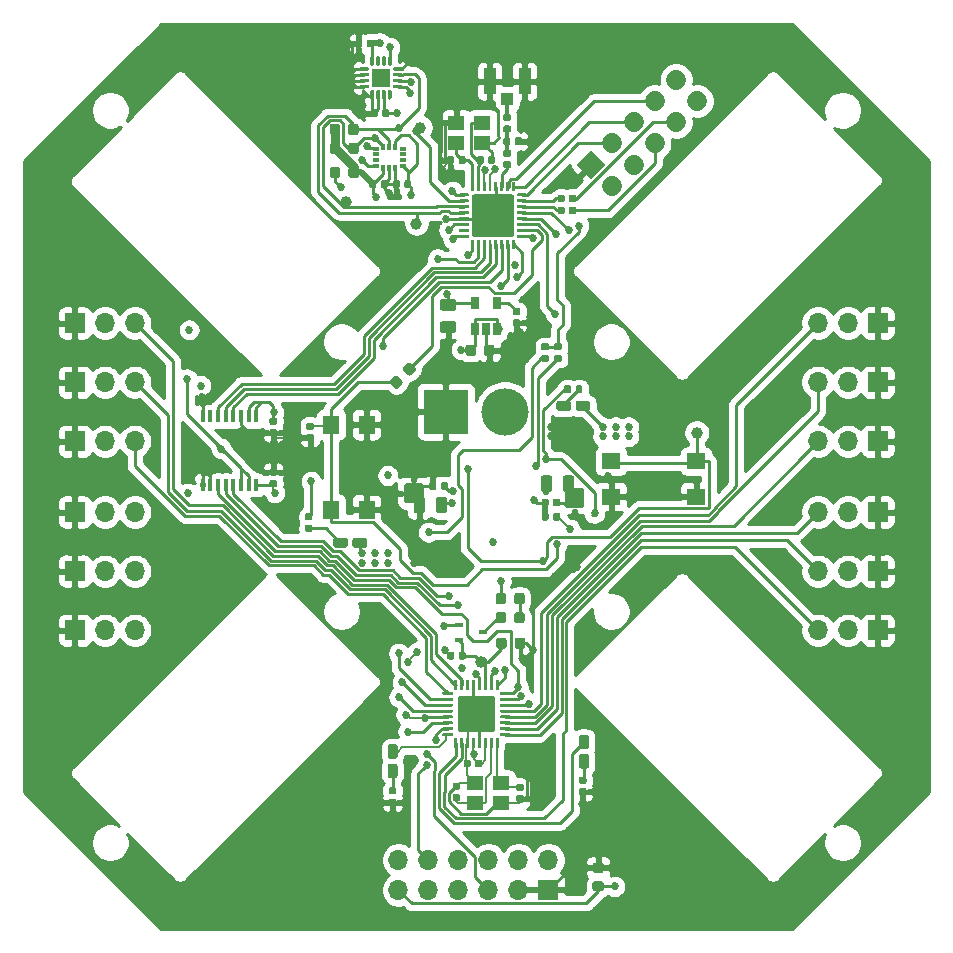
<source format=gtl>
G04 #@! TF.GenerationSoftware,KiCad,Pcbnew,5.1.5*
G04 #@! TF.CreationDate,2020-04-28T07:55:38-04:00*
G04 #@! TF.ProjectId,ball-spider,62616c6c-2d73-4706-9964-65722e6b6963,rev?*
G04 #@! TF.SameCoordinates,Original*
G04 #@! TF.FileFunction,Copper,L1,Top*
G04 #@! TF.FilePolarity,Positive*
%FSLAX46Y46*%
G04 Gerber Fmt 4.6, Leading zero omitted, Abs format (unit mm)*
G04 Created by KiCad (PCBNEW 5.1.5) date 2020-04-28 07:55:38*
%MOMM*%
%LPD*%
G04 APERTURE LIST*
%ADD10C,1.000000*%
%ADD11C,0.100000*%
%ADD12R,0.700000X0.450000*%
%ADD13R,0.300000X0.575000*%
%ADD14R,0.575000X0.300000*%
%ADD15R,1.600000X1.400000*%
%ADD16R,1.400000X1.600000*%
%ADD17R,1.400000X1.200000*%
%ADD18C,0.500000*%
%ADD19R,0.400000X1.000000*%
%ADD20R,0.650000X1.060000*%
%ADD21R,1.650000X1.650000*%
%ADD22O,1.700000X1.700000*%
%ADD23R,1.700000X1.700000*%
%ADD24C,1.700000*%
%ADD25C,4.000000*%
%ADD26R,3.800000X3.800000*%
%ADD27R,1.050000X2.200000*%
%ADD28R,1.000000X1.050000*%
%ADD29C,0.685800*%
%ADD30C,0.254000*%
%ADD31C,0.152400*%
%ADD32C,0.330200*%
%ADD33C,0.762000*%
%ADD34C,0.508000*%
G04 APERTURE END LIST*
D10*
X50400000Y-65680000D03*
G04 #@! TA.AperFunction,SMDPad,CuDef*
D11*
G36*
X53927691Y-63626053D02*
G01*
X53948926Y-63629203D01*
X53969750Y-63634419D01*
X53989962Y-63641651D01*
X54009368Y-63650830D01*
X54027781Y-63661866D01*
X54045024Y-63674654D01*
X54060930Y-63689070D01*
X54075346Y-63704976D01*
X54088134Y-63722219D01*
X54099170Y-63740632D01*
X54108349Y-63760038D01*
X54115581Y-63780250D01*
X54120797Y-63801074D01*
X54123947Y-63822309D01*
X54125000Y-63843750D01*
X54125000Y-64356250D01*
X54123947Y-64377691D01*
X54120797Y-64398926D01*
X54115581Y-64419750D01*
X54108349Y-64439962D01*
X54099170Y-64459368D01*
X54088134Y-64477781D01*
X54075346Y-64495024D01*
X54060930Y-64510930D01*
X54045024Y-64525346D01*
X54027781Y-64538134D01*
X54009368Y-64549170D01*
X53989962Y-64558349D01*
X53969750Y-64565581D01*
X53948926Y-64570797D01*
X53927691Y-64573947D01*
X53906250Y-64575000D01*
X53468750Y-64575000D01*
X53447309Y-64573947D01*
X53426074Y-64570797D01*
X53405250Y-64565581D01*
X53385038Y-64558349D01*
X53365632Y-64549170D01*
X53347219Y-64538134D01*
X53329976Y-64525346D01*
X53314070Y-64510930D01*
X53299654Y-64495024D01*
X53286866Y-64477781D01*
X53275830Y-64459368D01*
X53266651Y-64439962D01*
X53259419Y-64419750D01*
X53254203Y-64398926D01*
X53251053Y-64377691D01*
X53250000Y-64356250D01*
X53250000Y-63843750D01*
X53251053Y-63822309D01*
X53254203Y-63801074D01*
X53259419Y-63780250D01*
X53266651Y-63760038D01*
X53275830Y-63740632D01*
X53286866Y-63722219D01*
X53299654Y-63704976D01*
X53314070Y-63689070D01*
X53329976Y-63674654D01*
X53347219Y-63661866D01*
X53365632Y-63650830D01*
X53385038Y-63641651D01*
X53405250Y-63634419D01*
X53426074Y-63629203D01*
X53447309Y-63626053D01*
X53468750Y-63625000D01*
X53906250Y-63625000D01*
X53927691Y-63626053D01*
G37*
G04 #@! TD.AperFunction*
G04 #@! TA.AperFunction,SMDPad,CuDef*
G36*
X52352691Y-63626053D02*
G01*
X52373926Y-63629203D01*
X52394750Y-63634419D01*
X52414962Y-63641651D01*
X52434368Y-63650830D01*
X52452781Y-63661866D01*
X52470024Y-63674654D01*
X52485930Y-63689070D01*
X52500346Y-63704976D01*
X52513134Y-63722219D01*
X52524170Y-63740632D01*
X52533349Y-63760038D01*
X52540581Y-63780250D01*
X52545797Y-63801074D01*
X52548947Y-63822309D01*
X52550000Y-63843750D01*
X52550000Y-64356250D01*
X52548947Y-64377691D01*
X52545797Y-64398926D01*
X52540581Y-64419750D01*
X52533349Y-64439962D01*
X52524170Y-64459368D01*
X52513134Y-64477781D01*
X52500346Y-64495024D01*
X52485930Y-64510930D01*
X52470024Y-64525346D01*
X52452781Y-64538134D01*
X52434368Y-64549170D01*
X52414962Y-64558349D01*
X52394750Y-64565581D01*
X52373926Y-64570797D01*
X52352691Y-64573947D01*
X52331250Y-64575000D01*
X51893750Y-64575000D01*
X51872309Y-64573947D01*
X51851074Y-64570797D01*
X51830250Y-64565581D01*
X51810038Y-64558349D01*
X51790632Y-64549170D01*
X51772219Y-64538134D01*
X51754976Y-64525346D01*
X51739070Y-64510930D01*
X51724654Y-64495024D01*
X51711866Y-64477781D01*
X51700830Y-64459368D01*
X51691651Y-64439962D01*
X51684419Y-64419750D01*
X51679203Y-64398926D01*
X51676053Y-64377691D01*
X51675000Y-64356250D01*
X51675000Y-63843750D01*
X51676053Y-63822309D01*
X51679203Y-63801074D01*
X51684419Y-63780250D01*
X51691651Y-63760038D01*
X51700830Y-63740632D01*
X51711866Y-63722219D01*
X51724654Y-63704976D01*
X51739070Y-63689070D01*
X51754976Y-63674654D01*
X51772219Y-63661866D01*
X51790632Y-63650830D01*
X51810038Y-63641651D01*
X51830250Y-63634419D01*
X51851074Y-63629203D01*
X51872309Y-63626053D01*
X51893750Y-63625000D01*
X52331250Y-63625000D01*
X52352691Y-63626053D01*
G37*
G04 #@! TD.AperFunction*
G04 #@! TA.AperFunction,SMDPad,CuDef*
G36*
X52302691Y-61476053D02*
G01*
X52323926Y-61479203D01*
X52344750Y-61484419D01*
X52364962Y-61491651D01*
X52384368Y-61500830D01*
X52402781Y-61511866D01*
X52420024Y-61524654D01*
X52435930Y-61539070D01*
X52450346Y-61554976D01*
X52463134Y-61572219D01*
X52474170Y-61590632D01*
X52483349Y-61610038D01*
X52490581Y-61630250D01*
X52495797Y-61651074D01*
X52498947Y-61672309D01*
X52500000Y-61693750D01*
X52500000Y-62206250D01*
X52498947Y-62227691D01*
X52495797Y-62248926D01*
X52490581Y-62269750D01*
X52483349Y-62289962D01*
X52474170Y-62309368D01*
X52463134Y-62327781D01*
X52450346Y-62345024D01*
X52435930Y-62360930D01*
X52420024Y-62375346D01*
X52402781Y-62388134D01*
X52384368Y-62399170D01*
X52364962Y-62408349D01*
X52344750Y-62415581D01*
X52323926Y-62420797D01*
X52302691Y-62423947D01*
X52281250Y-62425000D01*
X51843750Y-62425000D01*
X51822309Y-62423947D01*
X51801074Y-62420797D01*
X51780250Y-62415581D01*
X51760038Y-62408349D01*
X51740632Y-62399170D01*
X51722219Y-62388134D01*
X51704976Y-62375346D01*
X51689070Y-62360930D01*
X51674654Y-62345024D01*
X51661866Y-62327781D01*
X51650830Y-62309368D01*
X51641651Y-62289962D01*
X51634419Y-62269750D01*
X51629203Y-62248926D01*
X51626053Y-62227691D01*
X51625000Y-62206250D01*
X51625000Y-61693750D01*
X51626053Y-61672309D01*
X51629203Y-61651074D01*
X51634419Y-61630250D01*
X51641651Y-61610038D01*
X51650830Y-61590632D01*
X51661866Y-61572219D01*
X51674654Y-61554976D01*
X51689070Y-61539070D01*
X51704976Y-61524654D01*
X51722219Y-61511866D01*
X51740632Y-61500830D01*
X51760038Y-61491651D01*
X51780250Y-61484419D01*
X51801074Y-61479203D01*
X51822309Y-61476053D01*
X51843750Y-61475000D01*
X52281250Y-61475000D01*
X52302691Y-61476053D01*
G37*
G04 #@! TD.AperFunction*
G04 #@! TA.AperFunction,SMDPad,CuDef*
G36*
X53877691Y-61476053D02*
G01*
X53898926Y-61479203D01*
X53919750Y-61484419D01*
X53939962Y-61491651D01*
X53959368Y-61500830D01*
X53977781Y-61511866D01*
X53995024Y-61524654D01*
X54010930Y-61539070D01*
X54025346Y-61554976D01*
X54038134Y-61572219D01*
X54049170Y-61590632D01*
X54058349Y-61610038D01*
X54065581Y-61630250D01*
X54070797Y-61651074D01*
X54073947Y-61672309D01*
X54075000Y-61693750D01*
X54075000Y-62206250D01*
X54073947Y-62227691D01*
X54070797Y-62248926D01*
X54065581Y-62269750D01*
X54058349Y-62289962D01*
X54049170Y-62309368D01*
X54038134Y-62327781D01*
X54025346Y-62345024D01*
X54010930Y-62360930D01*
X53995024Y-62375346D01*
X53977781Y-62388134D01*
X53959368Y-62399170D01*
X53939962Y-62408349D01*
X53919750Y-62415581D01*
X53898926Y-62420797D01*
X53877691Y-62423947D01*
X53856250Y-62425000D01*
X53418750Y-62425000D01*
X53397309Y-62423947D01*
X53376074Y-62420797D01*
X53355250Y-62415581D01*
X53335038Y-62408349D01*
X53315632Y-62399170D01*
X53297219Y-62388134D01*
X53279976Y-62375346D01*
X53264070Y-62360930D01*
X53249654Y-62345024D01*
X53236866Y-62327781D01*
X53225830Y-62309368D01*
X53216651Y-62289962D01*
X53209419Y-62269750D01*
X53204203Y-62248926D01*
X53201053Y-62227691D01*
X53200000Y-62206250D01*
X53200000Y-61693750D01*
X53201053Y-61672309D01*
X53204203Y-61651074D01*
X53209419Y-61630250D01*
X53216651Y-61610038D01*
X53225830Y-61590632D01*
X53236866Y-61572219D01*
X53249654Y-61554976D01*
X53264070Y-61539070D01*
X53279976Y-61524654D01*
X53297219Y-61511866D01*
X53315632Y-61500830D01*
X53335038Y-61491651D01*
X53355250Y-61484419D01*
X53376074Y-61479203D01*
X53397309Y-61476053D01*
X53418750Y-61475000D01*
X53856250Y-61475000D01*
X53877691Y-61476053D01*
G37*
G04 #@! TD.AperFunction*
G04 #@! TA.AperFunction,SMDPad,CuDef*
G36*
X53887691Y-59856053D02*
G01*
X53908926Y-59859203D01*
X53929750Y-59864419D01*
X53949962Y-59871651D01*
X53969368Y-59880830D01*
X53987781Y-59891866D01*
X54005024Y-59904654D01*
X54020930Y-59919070D01*
X54035346Y-59934976D01*
X54048134Y-59952219D01*
X54059170Y-59970632D01*
X54068349Y-59990038D01*
X54075581Y-60010250D01*
X54080797Y-60031074D01*
X54083947Y-60052309D01*
X54085000Y-60073750D01*
X54085000Y-60586250D01*
X54083947Y-60607691D01*
X54080797Y-60628926D01*
X54075581Y-60649750D01*
X54068349Y-60669962D01*
X54059170Y-60689368D01*
X54048134Y-60707781D01*
X54035346Y-60725024D01*
X54020930Y-60740930D01*
X54005024Y-60755346D01*
X53987781Y-60768134D01*
X53969368Y-60779170D01*
X53949962Y-60788349D01*
X53929750Y-60795581D01*
X53908926Y-60800797D01*
X53887691Y-60803947D01*
X53866250Y-60805000D01*
X53428750Y-60805000D01*
X53407309Y-60803947D01*
X53386074Y-60800797D01*
X53365250Y-60795581D01*
X53345038Y-60788349D01*
X53325632Y-60779170D01*
X53307219Y-60768134D01*
X53289976Y-60755346D01*
X53274070Y-60740930D01*
X53259654Y-60725024D01*
X53246866Y-60707781D01*
X53235830Y-60689368D01*
X53226651Y-60669962D01*
X53219419Y-60649750D01*
X53214203Y-60628926D01*
X53211053Y-60607691D01*
X53210000Y-60586250D01*
X53210000Y-60073750D01*
X53211053Y-60052309D01*
X53214203Y-60031074D01*
X53219419Y-60010250D01*
X53226651Y-59990038D01*
X53235830Y-59970632D01*
X53246866Y-59952219D01*
X53259654Y-59934976D01*
X53274070Y-59919070D01*
X53289976Y-59904654D01*
X53307219Y-59891866D01*
X53325632Y-59880830D01*
X53345038Y-59871651D01*
X53365250Y-59864419D01*
X53386074Y-59859203D01*
X53407309Y-59856053D01*
X53428750Y-59855000D01*
X53866250Y-59855000D01*
X53887691Y-59856053D01*
G37*
G04 #@! TD.AperFunction*
G04 #@! TA.AperFunction,SMDPad,CuDef*
G36*
X52312691Y-59856053D02*
G01*
X52333926Y-59859203D01*
X52354750Y-59864419D01*
X52374962Y-59871651D01*
X52394368Y-59880830D01*
X52412781Y-59891866D01*
X52430024Y-59904654D01*
X52445930Y-59919070D01*
X52460346Y-59934976D01*
X52473134Y-59952219D01*
X52484170Y-59970632D01*
X52493349Y-59990038D01*
X52500581Y-60010250D01*
X52505797Y-60031074D01*
X52508947Y-60052309D01*
X52510000Y-60073750D01*
X52510000Y-60586250D01*
X52508947Y-60607691D01*
X52505797Y-60628926D01*
X52500581Y-60649750D01*
X52493349Y-60669962D01*
X52484170Y-60689368D01*
X52473134Y-60707781D01*
X52460346Y-60725024D01*
X52445930Y-60740930D01*
X52430024Y-60755346D01*
X52412781Y-60768134D01*
X52394368Y-60779170D01*
X52374962Y-60788349D01*
X52354750Y-60795581D01*
X52333926Y-60800797D01*
X52312691Y-60803947D01*
X52291250Y-60805000D01*
X51853750Y-60805000D01*
X51832309Y-60803947D01*
X51811074Y-60800797D01*
X51790250Y-60795581D01*
X51770038Y-60788349D01*
X51750632Y-60779170D01*
X51732219Y-60768134D01*
X51714976Y-60755346D01*
X51699070Y-60740930D01*
X51684654Y-60725024D01*
X51671866Y-60707781D01*
X51660830Y-60689368D01*
X51651651Y-60669962D01*
X51644419Y-60649750D01*
X51639203Y-60628926D01*
X51636053Y-60607691D01*
X51635000Y-60586250D01*
X51635000Y-60073750D01*
X51636053Y-60052309D01*
X51639203Y-60031074D01*
X51644419Y-60010250D01*
X51651651Y-59990038D01*
X51660830Y-59970632D01*
X51671866Y-59952219D01*
X51684654Y-59934976D01*
X51699070Y-59919070D01*
X51714976Y-59904654D01*
X51732219Y-59891866D01*
X51750632Y-59880830D01*
X51770038Y-59871651D01*
X51790250Y-59864419D01*
X51811074Y-59859203D01*
X51832309Y-59856053D01*
X51853750Y-59855000D01*
X52291250Y-59855000D01*
X52312691Y-59856053D01*
G37*
G04 #@! TD.AperFunction*
D12*
X50550000Y-63200000D03*
X48550000Y-63850000D03*
X48550000Y-62550000D03*
G04 #@! TA.AperFunction,SMDPad,CuDef*
D11*
G36*
X47986958Y-64850710D02*
G01*
X48001276Y-64852834D01*
X48015317Y-64856351D01*
X48028946Y-64861228D01*
X48042031Y-64867417D01*
X48054447Y-64874858D01*
X48066073Y-64883481D01*
X48076798Y-64893202D01*
X48086519Y-64903927D01*
X48095142Y-64915553D01*
X48102583Y-64927969D01*
X48108772Y-64941054D01*
X48113649Y-64954683D01*
X48117166Y-64968724D01*
X48119290Y-64983042D01*
X48120000Y-64997500D01*
X48120000Y-65342500D01*
X48119290Y-65356958D01*
X48117166Y-65371276D01*
X48113649Y-65385317D01*
X48108772Y-65398946D01*
X48102583Y-65412031D01*
X48095142Y-65424447D01*
X48086519Y-65436073D01*
X48076798Y-65446798D01*
X48066073Y-65456519D01*
X48054447Y-65465142D01*
X48042031Y-65472583D01*
X48028946Y-65478772D01*
X48015317Y-65483649D01*
X48001276Y-65487166D01*
X47986958Y-65489290D01*
X47972500Y-65490000D01*
X47677500Y-65490000D01*
X47663042Y-65489290D01*
X47648724Y-65487166D01*
X47634683Y-65483649D01*
X47621054Y-65478772D01*
X47607969Y-65472583D01*
X47595553Y-65465142D01*
X47583927Y-65456519D01*
X47573202Y-65446798D01*
X47563481Y-65436073D01*
X47554858Y-65424447D01*
X47547417Y-65412031D01*
X47541228Y-65398946D01*
X47536351Y-65385317D01*
X47532834Y-65371276D01*
X47530710Y-65356958D01*
X47530000Y-65342500D01*
X47530000Y-64997500D01*
X47530710Y-64983042D01*
X47532834Y-64968724D01*
X47536351Y-64954683D01*
X47541228Y-64941054D01*
X47547417Y-64927969D01*
X47554858Y-64915553D01*
X47563481Y-64903927D01*
X47573202Y-64893202D01*
X47583927Y-64883481D01*
X47595553Y-64874858D01*
X47607969Y-64867417D01*
X47621054Y-64861228D01*
X47634683Y-64856351D01*
X47648724Y-64852834D01*
X47663042Y-64850710D01*
X47677500Y-64850000D01*
X47972500Y-64850000D01*
X47986958Y-64850710D01*
G37*
G04 #@! TD.AperFunction*
G04 #@! TA.AperFunction,SMDPad,CuDef*
G36*
X48956958Y-64850710D02*
G01*
X48971276Y-64852834D01*
X48985317Y-64856351D01*
X48998946Y-64861228D01*
X49012031Y-64867417D01*
X49024447Y-64874858D01*
X49036073Y-64883481D01*
X49046798Y-64893202D01*
X49056519Y-64903927D01*
X49065142Y-64915553D01*
X49072583Y-64927969D01*
X49078772Y-64941054D01*
X49083649Y-64954683D01*
X49087166Y-64968724D01*
X49089290Y-64983042D01*
X49090000Y-64997500D01*
X49090000Y-65342500D01*
X49089290Y-65356958D01*
X49087166Y-65371276D01*
X49083649Y-65385317D01*
X49078772Y-65398946D01*
X49072583Y-65412031D01*
X49065142Y-65424447D01*
X49056519Y-65436073D01*
X49046798Y-65446798D01*
X49036073Y-65456519D01*
X49024447Y-65465142D01*
X49012031Y-65472583D01*
X48998946Y-65478772D01*
X48985317Y-65483649D01*
X48971276Y-65487166D01*
X48956958Y-65489290D01*
X48942500Y-65490000D01*
X48647500Y-65490000D01*
X48633042Y-65489290D01*
X48618724Y-65487166D01*
X48604683Y-65483649D01*
X48591054Y-65478772D01*
X48577969Y-65472583D01*
X48565553Y-65465142D01*
X48553927Y-65456519D01*
X48543202Y-65446798D01*
X48533481Y-65436073D01*
X48524858Y-65424447D01*
X48517417Y-65412031D01*
X48511228Y-65398946D01*
X48506351Y-65385317D01*
X48502834Y-65371276D01*
X48500710Y-65356958D01*
X48500000Y-65342500D01*
X48500000Y-64997500D01*
X48500710Y-64983042D01*
X48502834Y-64968724D01*
X48506351Y-64954683D01*
X48511228Y-64941054D01*
X48517417Y-64927969D01*
X48524858Y-64915553D01*
X48533481Y-64903927D01*
X48543202Y-64893202D01*
X48553927Y-64883481D01*
X48565553Y-64874858D01*
X48577969Y-64867417D01*
X48591054Y-64861228D01*
X48604683Y-64856351D01*
X48618724Y-64852834D01*
X48633042Y-64850710D01*
X48647500Y-64850000D01*
X48942500Y-64850000D01*
X48956958Y-64850710D01*
G37*
G04 #@! TD.AperFunction*
D10*
X68660000Y-46280000D03*
X44920000Y-28580000D03*
X45250000Y-20450000D03*
X38980000Y-26730000D03*
D13*
X42120000Y-22067500D03*
X42620000Y-22067500D03*
X43120000Y-22067500D03*
D14*
X43782500Y-22230000D03*
X43782500Y-22730000D03*
X43782500Y-23230000D03*
X43782500Y-23730000D03*
D13*
X43120000Y-23892500D03*
X42620000Y-23892500D03*
X42120000Y-23892500D03*
D14*
X41457500Y-23730000D03*
X41457500Y-23230000D03*
X41457500Y-22730000D03*
X41457500Y-22230000D03*
D15*
X61400000Y-51700000D03*
X68600000Y-51700000D03*
X61400000Y-48700000D03*
X68600000Y-48700000D03*
D16*
X40700000Y-52800000D03*
X40700000Y-45600000D03*
X37700000Y-52800000D03*
X37700000Y-45600000D03*
D17*
X49900000Y-75950000D03*
X52100000Y-75950000D03*
X52100000Y-77650000D03*
X49900000Y-77650000D03*
X48300000Y-20050000D03*
X50500000Y-20050000D03*
X50500000Y-21750000D03*
X48300000Y-21750000D03*
G04 #@! TA.AperFunction,Conductor*
D11*
G36*
X58914504Y-50961204D02*
G01*
X58938773Y-50964804D01*
X58962571Y-50970765D01*
X58985671Y-50979030D01*
X59007849Y-50989520D01*
X59028893Y-51002133D01*
X59048598Y-51016747D01*
X59066777Y-51033223D01*
X59083253Y-51051402D01*
X59097867Y-51071107D01*
X59110480Y-51092151D01*
X59120970Y-51114329D01*
X59129235Y-51137429D01*
X59135196Y-51161227D01*
X59138796Y-51185496D01*
X59140000Y-51210000D01*
X59140000Y-52390000D01*
X59138796Y-52414504D01*
X59135196Y-52438773D01*
X59129235Y-52462571D01*
X59120970Y-52485671D01*
X59110480Y-52507849D01*
X59097867Y-52528893D01*
X59083253Y-52548598D01*
X59066777Y-52566777D01*
X59048598Y-52583253D01*
X59028893Y-52597867D01*
X59007849Y-52610480D01*
X58985671Y-52620970D01*
X58962571Y-52629235D01*
X58938773Y-52635196D01*
X58914504Y-52638796D01*
X58890000Y-52640000D01*
X57710000Y-52640000D01*
X57685496Y-52638796D01*
X57661227Y-52635196D01*
X57637429Y-52629235D01*
X57614329Y-52620970D01*
X57592151Y-52610480D01*
X57571107Y-52597867D01*
X57551402Y-52583253D01*
X57533223Y-52566777D01*
X57516747Y-52548598D01*
X57502133Y-52528893D01*
X57489520Y-52507849D01*
X57479030Y-52485671D01*
X57470765Y-52462571D01*
X57464804Y-52438773D01*
X57461204Y-52414504D01*
X57460000Y-52390000D01*
X57460000Y-51210000D01*
X57461204Y-51185496D01*
X57464804Y-51161227D01*
X57470765Y-51137429D01*
X57479030Y-51114329D01*
X57489520Y-51092151D01*
X57502133Y-51071107D01*
X57516747Y-51051402D01*
X57533223Y-51033223D01*
X57551402Y-51016747D01*
X57571107Y-51002133D01*
X57592151Y-50989520D01*
X57614329Y-50979030D01*
X57637429Y-50970765D01*
X57661227Y-50964804D01*
X57685496Y-50961204D01*
X57710000Y-50960000D01*
X58890000Y-50960000D01*
X58914504Y-50961204D01*
G37*
G04 #@! TD.AperFunction*
D18*
X57710000Y-52390000D03*
X58890000Y-52390000D03*
X57710000Y-51210000D03*
X58890000Y-51210000D03*
G04 #@! TA.AperFunction,SMDPad,CuDef*
D11*
G36*
X47943626Y-71725301D02*
G01*
X47949693Y-71726201D01*
X47955643Y-71727691D01*
X47961418Y-71729758D01*
X47966962Y-71732380D01*
X47972223Y-71735533D01*
X47977150Y-71739187D01*
X47981694Y-71743306D01*
X47985813Y-71747850D01*
X47989467Y-71752777D01*
X47992620Y-71758038D01*
X47995242Y-71763582D01*
X47997309Y-71769357D01*
X47998799Y-71775307D01*
X47999699Y-71781374D01*
X48000000Y-71787500D01*
X48000000Y-71912500D01*
X47999699Y-71918626D01*
X47998799Y-71924693D01*
X47997309Y-71930643D01*
X47995242Y-71936418D01*
X47992620Y-71941962D01*
X47989467Y-71947223D01*
X47985813Y-71952150D01*
X47981694Y-71956694D01*
X47977150Y-71960813D01*
X47972223Y-71964467D01*
X47966962Y-71967620D01*
X47961418Y-71970242D01*
X47955643Y-71972309D01*
X47949693Y-71973799D01*
X47943626Y-71974699D01*
X47937500Y-71975000D01*
X47187500Y-71975000D01*
X47181374Y-71974699D01*
X47175307Y-71973799D01*
X47169357Y-71972309D01*
X47163582Y-71970242D01*
X47158038Y-71967620D01*
X47152777Y-71964467D01*
X47147850Y-71960813D01*
X47143306Y-71956694D01*
X47139187Y-71952150D01*
X47135533Y-71947223D01*
X47132380Y-71941962D01*
X47129758Y-71936418D01*
X47127691Y-71930643D01*
X47126201Y-71924693D01*
X47125301Y-71918626D01*
X47125000Y-71912500D01*
X47125000Y-71787500D01*
X47125301Y-71781374D01*
X47126201Y-71775307D01*
X47127691Y-71769357D01*
X47129758Y-71763582D01*
X47132380Y-71758038D01*
X47135533Y-71752777D01*
X47139187Y-71747850D01*
X47143306Y-71743306D01*
X47147850Y-71739187D01*
X47152777Y-71735533D01*
X47158038Y-71732380D01*
X47163582Y-71729758D01*
X47169357Y-71727691D01*
X47175307Y-71726201D01*
X47181374Y-71725301D01*
X47187500Y-71725000D01*
X47937500Y-71725000D01*
X47943626Y-71725301D01*
G37*
G04 #@! TD.AperFunction*
G04 #@! TA.AperFunction,SMDPad,CuDef*
G36*
X47943626Y-71225301D02*
G01*
X47949693Y-71226201D01*
X47955643Y-71227691D01*
X47961418Y-71229758D01*
X47966962Y-71232380D01*
X47972223Y-71235533D01*
X47977150Y-71239187D01*
X47981694Y-71243306D01*
X47985813Y-71247850D01*
X47989467Y-71252777D01*
X47992620Y-71258038D01*
X47995242Y-71263582D01*
X47997309Y-71269357D01*
X47998799Y-71275307D01*
X47999699Y-71281374D01*
X48000000Y-71287500D01*
X48000000Y-71412500D01*
X47999699Y-71418626D01*
X47998799Y-71424693D01*
X47997309Y-71430643D01*
X47995242Y-71436418D01*
X47992620Y-71441962D01*
X47989467Y-71447223D01*
X47985813Y-71452150D01*
X47981694Y-71456694D01*
X47977150Y-71460813D01*
X47972223Y-71464467D01*
X47966962Y-71467620D01*
X47961418Y-71470242D01*
X47955643Y-71472309D01*
X47949693Y-71473799D01*
X47943626Y-71474699D01*
X47937500Y-71475000D01*
X47187500Y-71475000D01*
X47181374Y-71474699D01*
X47175307Y-71473799D01*
X47169357Y-71472309D01*
X47163582Y-71470242D01*
X47158038Y-71467620D01*
X47152777Y-71464467D01*
X47147850Y-71460813D01*
X47143306Y-71456694D01*
X47139187Y-71452150D01*
X47135533Y-71447223D01*
X47132380Y-71441962D01*
X47129758Y-71436418D01*
X47127691Y-71430643D01*
X47126201Y-71424693D01*
X47125301Y-71418626D01*
X47125000Y-71412500D01*
X47125000Y-71287500D01*
X47125301Y-71281374D01*
X47126201Y-71275307D01*
X47127691Y-71269357D01*
X47129758Y-71263582D01*
X47132380Y-71258038D01*
X47135533Y-71252777D01*
X47139187Y-71247850D01*
X47143306Y-71243306D01*
X47147850Y-71239187D01*
X47152777Y-71235533D01*
X47158038Y-71232380D01*
X47163582Y-71229758D01*
X47169357Y-71227691D01*
X47175307Y-71226201D01*
X47181374Y-71225301D01*
X47187500Y-71225000D01*
X47937500Y-71225000D01*
X47943626Y-71225301D01*
G37*
G04 #@! TD.AperFunction*
G04 #@! TA.AperFunction,SMDPad,CuDef*
G36*
X47943626Y-70725301D02*
G01*
X47949693Y-70726201D01*
X47955643Y-70727691D01*
X47961418Y-70729758D01*
X47966962Y-70732380D01*
X47972223Y-70735533D01*
X47977150Y-70739187D01*
X47981694Y-70743306D01*
X47985813Y-70747850D01*
X47989467Y-70752777D01*
X47992620Y-70758038D01*
X47995242Y-70763582D01*
X47997309Y-70769357D01*
X47998799Y-70775307D01*
X47999699Y-70781374D01*
X48000000Y-70787500D01*
X48000000Y-70912500D01*
X47999699Y-70918626D01*
X47998799Y-70924693D01*
X47997309Y-70930643D01*
X47995242Y-70936418D01*
X47992620Y-70941962D01*
X47989467Y-70947223D01*
X47985813Y-70952150D01*
X47981694Y-70956694D01*
X47977150Y-70960813D01*
X47972223Y-70964467D01*
X47966962Y-70967620D01*
X47961418Y-70970242D01*
X47955643Y-70972309D01*
X47949693Y-70973799D01*
X47943626Y-70974699D01*
X47937500Y-70975000D01*
X47187500Y-70975000D01*
X47181374Y-70974699D01*
X47175307Y-70973799D01*
X47169357Y-70972309D01*
X47163582Y-70970242D01*
X47158038Y-70967620D01*
X47152777Y-70964467D01*
X47147850Y-70960813D01*
X47143306Y-70956694D01*
X47139187Y-70952150D01*
X47135533Y-70947223D01*
X47132380Y-70941962D01*
X47129758Y-70936418D01*
X47127691Y-70930643D01*
X47126201Y-70924693D01*
X47125301Y-70918626D01*
X47125000Y-70912500D01*
X47125000Y-70787500D01*
X47125301Y-70781374D01*
X47126201Y-70775307D01*
X47127691Y-70769357D01*
X47129758Y-70763582D01*
X47132380Y-70758038D01*
X47135533Y-70752777D01*
X47139187Y-70747850D01*
X47143306Y-70743306D01*
X47147850Y-70739187D01*
X47152777Y-70735533D01*
X47158038Y-70732380D01*
X47163582Y-70729758D01*
X47169357Y-70727691D01*
X47175307Y-70726201D01*
X47181374Y-70725301D01*
X47187500Y-70725000D01*
X47937500Y-70725000D01*
X47943626Y-70725301D01*
G37*
G04 #@! TD.AperFunction*
G04 #@! TA.AperFunction,SMDPad,CuDef*
G36*
X47943626Y-70225301D02*
G01*
X47949693Y-70226201D01*
X47955643Y-70227691D01*
X47961418Y-70229758D01*
X47966962Y-70232380D01*
X47972223Y-70235533D01*
X47977150Y-70239187D01*
X47981694Y-70243306D01*
X47985813Y-70247850D01*
X47989467Y-70252777D01*
X47992620Y-70258038D01*
X47995242Y-70263582D01*
X47997309Y-70269357D01*
X47998799Y-70275307D01*
X47999699Y-70281374D01*
X48000000Y-70287500D01*
X48000000Y-70412500D01*
X47999699Y-70418626D01*
X47998799Y-70424693D01*
X47997309Y-70430643D01*
X47995242Y-70436418D01*
X47992620Y-70441962D01*
X47989467Y-70447223D01*
X47985813Y-70452150D01*
X47981694Y-70456694D01*
X47977150Y-70460813D01*
X47972223Y-70464467D01*
X47966962Y-70467620D01*
X47961418Y-70470242D01*
X47955643Y-70472309D01*
X47949693Y-70473799D01*
X47943626Y-70474699D01*
X47937500Y-70475000D01*
X47187500Y-70475000D01*
X47181374Y-70474699D01*
X47175307Y-70473799D01*
X47169357Y-70472309D01*
X47163582Y-70470242D01*
X47158038Y-70467620D01*
X47152777Y-70464467D01*
X47147850Y-70460813D01*
X47143306Y-70456694D01*
X47139187Y-70452150D01*
X47135533Y-70447223D01*
X47132380Y-70441962D01*
X47129758Y-70436418D01*
X47127691Y-70430643D01*
X47126201Y-70424693D01*
X47125301Y-70418626D01*
X47125000Y-70412500D01*
X47125000Y-70287500D01*
X47125301Y-70281374D01*
X47126201Y-70275307D01*
X47127691Y-70269357D01*
X47129758Y-70263582D01*
X47132380Y-70258038D01*
X47135533Y-70252777D01*
X47139187Y-70247850D01*
X47143306Y-70243306D01*
X47147850Y-70239187D01*
X47152777Y-70235533D01*
X47158038Y-70232380D01*
X47163582Y-70229758D01*
X47169357Y-70227691D01*
X47175307Y-70226201D01*
X47181374Y-70225301D01*
X47187500Y-70225000D01*
X47937500Y-70225000D01*
X47943626Y-70225301D01*
G37*
G04 #@! TD.AperFunction*
G04 #@! TA.AperFunction,SMDPad,CuDef*
G36*
X47943626Y-69725301D02*
G01*
X47949693Y-69726201D01*
X47955643Y-69727691D01*
X47961418Y-69729758D01*
X47966962Y-69732380D01*
X47972223Y-69735533D01*
X47977150Y-69739187D01*
X47981694Y-69743306D01*
X47985813Y-69747850D01*
X47989467Y-69752777D01*
X47992620Y-69758038D01*
X47995242Y-69763582D01*
X47997309Y-69769357D01*
X47998799Y-69775307D01*
X47999699Y-69781374D01*
X48000000Y-69787500D01*
X48000000Y-69912500D01*
X47999699Y-69918626D01*
X47998799Y-69924693D01*
X47997309Y-69930643D01*
X47995242Y-69936418D01*
X47992620Y-69941962D01*
X47989467Y-69947223D01*
X47985813Y-69952150D01*
X47981694Y-69956694D01*
X47977150Y-69960813D01*
X47972223Y-69964467D01*
X47966962Y-69967620D01*
X47961418Y-69970242D01*
X47955643Y-69972309D01*
X47949693Y-69973799D01*
X47943626Y-69974699D01*
X47937500Y-69975000D01*
X47187500Y-69975000D01*
X47181374Y-69974699D01*
X47175307Y-69973799D01*
X47169357Y-69972309D01*
X47163582Y-69970242D01*
X47158038Y-69967620D01*
X47152777Y-69964467D01*
X47147850Y-69960813D01*
X47143306Y-69956694D01*
X47139187Y-69952150D01*
X47135533Y-69947223D01*
X47132380Y-69941962D01*
X47129758Y-69936418D01*
X47127691Y-69930643D01*
X47126201Y-69924693D01*
X47125301Y-69918626D01*
X47125000Y-69912500D01*
X47125000Y-69787500D01*
X47125301Y-69781374D01*
X47126201Y-69775307D01*
X47127691Y-69769357D01*
X47129758Y-69763582D01*
X47132380Y-69758038D01*
X47135533Y-69752777D01*
X47139187Y-69747850D01*
X47143306Y-69743306D01*
X47147850Y-69739187D01*
X47152777Y-69735533D01*
X47158038Y-69732380D01*
X47163582Y-69729758D01*
X47169357Y-69727691D01*
X47175307Y-69726201D01*
X47181374Y-69725301D01*
X47187500Y-69725000D01*
X47937500Y-69725000D01*
X47943626Y-69725301D01*
G37*
G04 #@! TD.AperFunction*
G04 #@! TA.AperFunction,SMDPad,CuDef*
G36*
X47943626Y-69225301D02*
G01*
X47949693Y-69226201D01*
X47955643Y-69227691D01*
X47961418Y-69229758D01*
X47966962Y-69232380D01*
X47972223Y-69235533D01*
X47977150Y-69239187D01*
X47981694Y-69243306D01*
X47985813Y-69247850D01*
X47989467Y-69252777D01*
X47992620Y-69258038D01*
X47995242Y-69263582D01*
X47997309Y-69269357D01*
X47998799Y-69275307D01*
X47999699Y-69281374D01*
X48000000Y-69287500D01*
X48000000Y-69412500D01*
X47999699Y-69418626D01*
X47998799Y-69424693D01*
X47997309Y-69430643D01*
X47995242Y-69436418D01*
X47992620Y-69441962D01*
X47989467Y-69447223D01*
X47985813Y-69452150D01*
X47981694Y-69456694D01*
X47977150Y-69460813D01*
X47972223Y-69464467D01*
X47966962Y-69467620D01*
X47961418Y-69470242D01*
X47955643Y-69472309D01*
X47949693Y-69473799D01*
X47943626Y-69474699D01*
X47937500Y-69475000D01*
X47187500Y-69475000D01*
X47181374Y-69474699D01*
X47175307Y-69473799D01*
X47169357Y-69472309D01*
X47163582Y-69470242D01*
X47158038Y-69467620D01*
X47152777Y-69464467D01*
X47147850Y-69460813D01*
X47143306Y-69456694D01*
X47139187Y-69452150D01*
X47135533Y-69447223D01*
X47132380Y-69441962D01*
X47129758Y-69436418D01*
X47127691Y-69430643D01*
X47126201Y-69424693D01*
X47125301Y-69418626D01*
X47125000Y-69412500D01*
X47125000Y-69287500D01*
X47125301Y-69281374D01*
X47126201Y-69275307D01*
X47127691Y-69269357D01*
X47129758Y-69263582D01*
X47132380Y-69258038D01*
X47135533Y-69252777D01*
X47139187Y-69247850D01*
X47143306Y-69243306D01*
X47147850Y-69239187D01*
X47152777Y-69235533D01*
X47158038Y-69232380D01*
X47163582Y-69229758D01*
X47169357Y-69227691D01*
X47175307Y-69226201D01*
X47181374Y-69225301D01*
X47187500Y-69225000D01*
X47937500Y-69225000D01*
X47943626Y-69225301D01*
G37*
G04 #@! TD.AperFunction*
G04 #@! TA.AperFunction,SMDPad,CuDef*
G36*
X47943626Y-68725301D02*
G01*
X47949693Y-68726201D01*
X47955643Y-68727691D01*
X47961418Y-68729758D01*
X47966962Y-68732380D01*
X47972223Y-68735533D01*
X47977150Y-68739187D01*
X47981694Y-68743306D01*
X47985813Y-68747850D01*
X47989467Y-68752777D01*
X47992620Y-68758038D01*
X47995242Y-68763582D01*
X47997309Y-68769357D01*
X47998799Y-68775307D01*
X47999699Y-68781374D01*
X48000000Y-68787500D01*
X48000000Y-68912500D01*
X47999699Y-68918626D01*
X47998799Y-68924693D01*
X47997309Y-68930643D01*
X47995242Y-68936418D01*
X47992620Y-68941962D01*
X47989467Y-68947223D01*
X47985813Y-68952150D01*
X47981694Y-68956694D01*
X47977150Y-68960813D01*
X47972223Y-68964467D01*
X47966962Y-68967620D01*
X47961418Y-68970242D01*
X47955643Y-68972309D01*
X47949693Y-68973799D01*
X47943626Y-68974699D01*
X47937500Y-68975000D01*
X47187500Y-68975000D01*
X47181374Y-68974699D01*
X47175307Y-68973799D01*
X47169357Y-68972309D01*
X47163582Y-68970242D01*
X47158038Y-68967620D01*
X47152777Y-68964467D01*
X47147850Y-68960813D01*
X47143306Y-68956694D01*
X47139187Y-68952150D01*
X47135533Y-68947223D01*
X47132380Y-68941962D01*
X47129758Y-68936418D01*
X47127691Y-68930643D01*
X47126201Y-68924693D01*
X47125301Y-68918626D01*
X47125000Y-68912500D01*
X47125000Y-68787500D01*
X47125301Y-68781374D01*
X47126201Y-68775307D01*
X47127691Y-68769357D01*
X47129758Y-68763582D01*
X47132380Y-68758038D01*
X47135533Y-68752777D01*
X47139187Y-68747850D01*
X47143306Y-68743306D01*
X47147850Y-68739187D01*
X47152777Y-68735533D01*
X47158038Y-68732380D01*
X47163582Y-68729758D01*
X47169357Y-68727691D01*
X47175307Y-68726201D01*
X47181374Y-68725301D01*
X47187500Y-68725000D01*
X47937500Y-68725000D01*
X47943626Y-68725301D01*
G37*
G04 #@! TD.AperFunction*
G04 #@! TA.AperFunction,SMDPad,CuDef*
G36*
X47943626Y-68225301D02*
G01*
X47949693Y-68226201D01*
X47955643Y-68227691D01*
X47961418Y-68229758D01*
X47966962Y-68232380D01*
X47972223Y-68235533D01*
X47977150Y-68239187D01*
X47981694Y-68243306D01*
X47985813Y-68247850D01*
X47989467Y-68252777D01*
X47992620Y-68258038D01*
X47995242Y-68263582D01*
X47997309Y-68269357D01*
X47998799Y-68275307D01*
X47999699Y-68281374D01*
X48000000Y-68287500D01*
X48000000Y-68412500D01*
X47999699Y-68418626D01*
X47998799Y-68424693D01*
X47997309Y-68430643D01*
X47995242Y-68436418D01*
X47992620Y-68441962D01*
X47989467Y-68447223D01*
X47985813Y-68452150D01*
X47981694Y-68456694D01*
X47977150Y-68460813D01*
X47972223Y-68464467D01*
X47966962Y-68467620D01*
X47961418Y-68470242D01*
X47955643Y-68472309D01*
X47949693Y-68473799D01*
X47943626Y-68474699D01*
X47937500Y-68475000D01*
X47187500Y-68475000D01*
X47181374Y-68474699D01*
X47175307Y-68473799D01*
X47169357Y-68472309D01*
X47163582Y-68470242D01*
X47158038Y-68467620D01*
X47152777Y-68464467D01*
X47147850Y-68460813D01*
X47143306Y-68456694D01*
X47139187Y-68452150D01*
X47135533Y-68447223D01*
X47132380Y-68441962D01*
X47129758Y-68436418D01*
X47127691Y-68430643D01*
X47126201Y-68424693D01*
X47125301Y-68418626D01*
X47125000Y-68412500D01*
X47125000Y-68287500D01*
X47125301Y-68281374D01*
X47126201Y-68275307D01*
X47127691Y-68269357D01*
X47129758Y-68263582D01*
X47132380Y-68258038D01*
X47135533Y-68252777D01*
X47139187Y-68247850D01*
X47143306Y-68243306D01*
X47147850Y-68239187D01*
X47152777Y-68235533D01*
X47158038Y-68232380D01*
X47163582Y-68229758D01*
X47169357Y-68227691D01*
X47175307Y-68226201D01*
X47181374Y-68225301D01*
X47187500Y-68225000D01*
X47937500Y-68225000D01*
X47943626Y-68225301D01*
G37*
G04 #@! TD.AperFunction*
G04 #@! TA.AperFunction,SMDPad,CuDef*
G36*
X48318626Y-67225301D02*
G01*
X48324693Y-67226201D01*
X48330643Y-67227691D01*
X48336418Y-67229758D01*
X48341962Y-67232380D01*
X48347223Y-67235533D01*
X48352150Y-67239187D01*
X48356694Y-67243306D01*
X48360813Y-67247850D01*
X48364467Y-67252777D01*
X48367620Y-67258038D01*
X48370242Y-67263582D01*
X48372309Y-67269357D01*
X48373799Y-67275307D01*
X48374699Y-67281374D01*
X48375000Y-67287500D01*
X48375000Y-68037500D01*
X48374699Y-68043626D01*
X48373799Y-68049693D01*
X48372309Y-68055643D01*
X48370242Y-68061418D01*
X48367620Y-68066962D01*
X48364467Y-68072223D01*
X48360813Y-68077150D01*
X48356694Y-68081694D01*
X48352150Y-68085813D01*
X48347223Y-68089467D01*
X48341962Y-68092620D01*
X48336418Y-68095242D01*
X48330643Y-68097309D01*
X48324693Y-68098799D01*
X48318626Y-68099699D01*
X48312500Y-68100000D01*
X48187500Y-68100000D01*
X48181374Y-68099699D01*
X48175307Y-68098799D01*
X48169357Y-68097309D01*
X48163582Y-68095242D01*
X48158038Y-68092620D01*
X48152777Y-68089467D01*
X48147850Y-68085813D01*
X48143306Y-68081694D01*
X48139187Y-68077150D01*
X48135533Y-68072223D01*
X48132380Y-68066962D01*
X48129758Y-68061418D01*
X48127691Y-68055643D01*
X48126201Y-68049693D01*
X48125301Y-68043626D01*
X48125000Y-68037500D01*
X48125000Y-67287500D01*
X48125301Y-67281374D01*
X48126201Y-67275307D01*
X48127691Y-67269357D01*
X48129758Y-67263582D01*
X48132380Y-67258038D01*
X48135533Y-67252777D01*
X48139187Y-67247850D01*
X48143306Y-67243306D01*
X48147850Y-67239187D01*
X48152777Y-67235533D01*
X48158038Y-67232380D01*
X48163582Y-67229758D01*
X48169357Y-67227691D01*
X48175307Y-67226201D01*
X48181374Y-67225301D01*
X48187500Y-67225000D01*
X48312500Y-67225000D01*
X48318626Y-67225301D01*
G37*
G04 #@! TD.AperFunction*
G04 #@! TA.AperFunction,SMDPad,CuDef*
G36*
X48818626Y-67225301D02*
G01*
X48824693Y-67226201D01*
X48830643Y-67227691D01*
X48836418Y-67229758D01*
X48841962Y-67232380D01*
X48847223Y-67235533D01*
X48852150Y-67239187D01*
X48856694Y-67243306D01*
X48860813Y-67247850D01*
X48864467Y-67252777D01*
X48867620Y-67258038D01*
X48870242Y-67263582D01*
X48872309Y-67269357D01*
X48873799Y-67275307D01*
X48874699Y-67281374D01*
X48875000Y-67287500D01*
X48875000Y-68037500D01*
X48874699Y-68043626D01*
X48873799Y-68049693D01*
X48872309Y-68055643D01*
X48870242Y-68061418D01*
X48867620Y-68066962D01*
X48864467Y-68072223D01*
X48860813Y-68077150D01*
X48856694Y-68081694D01*
X48852150Y-68085813D01*
X48847223Y-68089467D01*
X48841962Y-68092620D01*
X48836418Y-68095242D01*
X48830643Y-68097309D01*
X48824693Y-68098799D01*
X48818626Y-68099699D01*
X48812500Y-68100000D01*
X48687500Y-68100000D01*
X48681374Y-68099699D01*
X48675307Y-68098799D01*
X48669357Y-68097309D01*
X48663582Y-68095242D01*
X48658038Y-68092620D01*
X48652777Y-68089467D01*
X48647850Y-68085813D01*
X48643306Y-68081694D01*
X48639187Y-68077150D01*
X48635533Y-68072223D01*
X48632380Y-68066962D01*
X48629758Y-68061418D01*
X48627691Y-68055643D01*
X48626201Y-68049693D01*
X48625301Y-68043626D01*
X48625000Y-68037500D01*
X48625000Y-67287500D01*
X48625301Y-67281374D01*
X48626201Y-67275307D01*
X48627691Y-67269357D01*
X48629758Y-67263582D01*
X48632380Y-67258038D01*
X48635533Y-67252777D01*
X48639187Y-67247850D01*
X48643306Y-67243306D01*
X48647850Y-67239187D01*
X48652777Y-67235533D01*
X48658038Y-67232380D01*
X48663582Y-67229758D01*
X48669357Y-67227691D01*
X48675307Y-67226201D01*
X48681374Y-67225301D01*
X48687500Y-67225000D01*
X48812500Y-67225000D01*
X48818626Y-67225301D01*
G37*
G04 #@! TD.AperFunction*
G04 #@! TA.AperFunction,SMDPad,CuDef*
G36*
X49318626Y-67225301D02*
G01*
X49324693Y-67226201D01*
X49330643Y-67227691D01*
X49336418Y-67229758D01*
X49341962Y-67232380D01*
X49347223Y-67235533D01*
X49352150Y-67239187D01*
X49356694Y-67243306D01*
X49360813Y-67247850D01*
X49364467Y-67252777D01*
X49367620Y-67258038D01*
X49370242Y-67263582D01*
X49372309Y-67269357D01*
X49373799Y-67275307D01*
X49374699Y-67281374D01*
X49375000Y-67287500D01*
X49375000Y-68037500D01*
X49374699Y-68043626D01*
X49373799Y-68049693D01*
X49372309Y-68055643D01*
X49370242Y-68061418D01*
X49367620Y-68066962D01*
X49364467Y-68072223D01*
X49360813Y-68077150D01*
X49356694Y-68081694D01*
X49352150Y-68085813D01*
X49347223Y-68089467D01*
X49341962Y-68092620D01*
X49336418Y-68095242D01*
X49330643Y-68097309D01*
X49324693Y-68098799D01*
X49318626Y-68099699D01*
X49312500Y-68100000D01*
X49187500Y-68100000D01*
X49181374Y-68099699D01*
X49175307Y-68098799D01*
X49169357Y-68097309D01*
X49163582Y-68095242D01*
X49158038Y-68092620D01*
X49152777Y-68089467D01*
X49147850Y-68085813D01*
X49143306Y-68081694D01*
X49139187Y-68077150D01*
X49135533Y-68072223D01*
X49132380Y-68066962D01*
X49129758Y-68061418D01*
X49127691Y-68055643D01*
X49126201Y-68049693D01*
X49125301Y-68043626D01*
X49125000Y-68037500D01*
X49125000Y-67287500D01*
X49125301Y-67281374D01*
X49126201Y-67275307D01*
X49127691Y-67269357D01*
X49129758Y-67263582D01*
X49132380Y-67258038D01*
X49135533Y-67252777D01*
X49139187Y-67247850D01*
X49143306Y-67243306D01*
X49147850Y-67239187D01*
X49152777Y-67235533D01*
X49158038Y-67232380D01*
X49163582Y-67229758D01*
X49169357Y-67227691D01*
X49175307Y-67226201D01*
X49181374Y-67225301D01*
X49187500Y-67225000D01*
X49312500Y-67225000D01*
X49318626Y-67225301D01*
G37*
G04 #@! TD.AperFunction*
G04 #@! TA.AperFunction,SMDPad,CuDef*
G36*
X49818626Y-67225301D02*
G01*
X49824693Y-67226201D01*
X49830643Y-67227691D01*
X49836418Y-67229758D01*
X49841962Y-67232380D01*
X49847223Y-67235533D01*
X49852150Y-67239187D01*
X49856694Y-67243306D01*
X49860813Y-67247850D01*
X49864467Y-67252777D01*
X49867620Y-67258038D01*
X49870242Y-67263582D01*
X49872309Y-67269357D01*
X49873799Y-67275307D01*
X49874699Y-67281374D01*
X49875000Y-67287500D01*
X49875000Y-68037500D01*
X49874699Y-68043626D01*
X49873799Y-68049693D01*
X49872309Y-68055643D01*
X49870242Y-68061418D01*
X49867620Y-68066962D01*
X49864467Y-68072223D01*
X49860813Y-68077150D01*
X49856694Y-68081694D01*
X49852150Y-68085813D01*
X49847223Y-68089467D01*
X49841962Y-68092620D01*
X49836418Y-68095242D01*
X49830643Y-68097309D01*
X49824693Y-68098799D01*
X49818626Y-68099699D01*
X49812500Y-68100000D01*
X49687500Y-68100000D01*
X49681374Y-68099699D01*
X49675307Y-68098799D01*
X49669357Y-68097309D01*
X49663582Y-68095242D01*
X49658038Y-68092620D01*
X49652777Y-68089467D01*
X49647850Y-68085813D01*
X49643306Y-68081694D01*
X49639187Y-68077150D01*
X49635533Y-68072223D01*
X49632380Y-68066962D01*
X49629758Y-68061418D01*
X49627691Y-68055643D01*
X49626201Y-68049693D01*
X49625301Y-68043626D01*
X49625000Y-68037500D01*
X49625000Y-67287500D01*
X49625301Y-67281374D01*
X49626201Y-67275307D01*
X49627691Y-67269357D01*
X49629758Y-67263582D01*
X49632380Y-67258038D01*
X49635533Y-67252777D01*
X49639187Y-67247850D01*
X49643306Y-67243306D01*
X49647850Y-67239187D01*
X49652777Y-67235533D01*
X49658038Y-67232380D01*
X49663582Y-67229758D01*
X49669357Y-67227691D01*
X49675307Y-67226201D01*
X49681374Y-67225301D01*
X49687500Y-67225000D01*
X49812500Y-67225000D01*
X49818626Y-67225301D01*
G37*
G04 #@! TD.AperFunction*
G04 #@! TA.AperFunction,SMDPad,CuDef*
G36*
X50318626Y-67225301D02*
G01*
X50324693Y-67226201D01*
X50330643Y-67227691D01*
X50336418Y-67229758D01*
X50341962Y-67232380D01*
X50347223Y-67235533D01*
X50352150Y-67239187D01*
X50356694Y-67243306D01*
X50360813Y-67247850D01*
X50364467Y-67252777D01*
X50367620Y-67258038D01*
X50370242Y-67263582D01*
X50372309Y-67269357D01*
X50373799Y-67275307D01*
X50374699Y-67281374D01*
X50375000Y-67287500D01*
X50375000Y-68037500D01*
X50374699Y-68043626D01*
X50373799Y-68049693D01*
X50372309Y-68055643D01*
X50370242Y-68061418D01*
X50367620Y-68066962D01*
X50364467Y-68072223D01*
X50360813Y-68077150D01*
X50356694Y-68081694D01*
X50352150Y-68085813D01*
X50347223Y-68089467D01*
X50341962Y-68092620D01*
X50336418Y-68095242D01*
X50330643Y-68097309D01*
X50324693Y-68098799D01*
X50318626Y-68099699D01*
X50312500Y-68100000D01*
X50187500Y-68100000D01*
X50181374Y-68099699D01*
X50175307Y-68098799D01*
X50169357Y-68097309D01*
X50163582Y-68095242D01*
X50158038Y-68092620D01*
X50152777Y-68089467D01*
X50147850Y-68085813D01*
X50143306Y-68081694D01*
X50139187Y-68077150D01*
X50135533Y-68072223D01*
X50132380Y-68066962D01*
X50129758Y-68061418D01*
X50127691Y-68055643D01*
X50126201Y-68049693D01*
X50125301Y-68043626D01*
X50125000Y-68037500D01*
X50125000Y-67287500D01*
X50125301Y-67281374D01*
X50126201Y-67275307D01*
X50127691Y-67269357D01*
X50129758Y-67263582D01*
X50132380Y-67258038D01*
X50135533Y-67252777D01*
X50139187Y-67247850D01*
X50143306Y-67243306D01*
X50147850Y-67239187D01*
X50152777Y-67235533D01*
X50158038Y-67232380D01*
X50163582Y-67229758D01*
X50169357Y-67227691D01*
X50175307Y-67226201D01*
X50181374Y-67225301D01*
X50187500Y-67225000D01*
X50312500Y-67225000D01*
X50318626Y-67225301D01*
G37*
G04 #@! TD.AperFunction*
G04 #@! TA.AperFunction,SMDPad,CuDef*
G36*
X50818626Y-67225301D02*
G01*
X50824693Y-67226201D01*
X50830643Y-67227691D01*
X50836418Y-67229758D01*
X50841962Y-67232380D01*
X50847223Y-67235533D01*
X50852150Y-67239187D01*
X50856694Y-67243306D01*
X50860813Y-67247850D01*
X50864467Y-67252777D01*
X50867620Y-67258038D01*
X50870242Y-67263582D01*
X50872309Y-67269357D01*
X50873799Y-67275307D01*
X50874699Y-67281374D01*
X50875000Y-67287500D01*
X50875000Y-68037500D01*
X50874699Y-68043626D01*
X50873799Y-68049693D01*
X50872309Y-68055643D01*
X50870242Y-68061418D01*
X50867620Y-68066962D01*
X50864467Y-68072223D01*
X50860813Y-68077150D01*
X50856694Y-68081694D01*
X50852150Y-68085813D01*
X50847223Y-68089467D01*
X50841962Y-68092620D01*
X50836418Y-68095242D01*
X50830643Y-68097309D01*
X50824693Y-68098799D01*
X50818626Y-68099699D01*
X50812500Y-68100000D01*
X50687500Y-68100000D01*
X50681374Y-68099699D01*
X50675307Y-68098799D01*
X50669357Y-68097309D01*
X50663582Y-68095242D01*
X50658038Y-68092620D01*
X50652777Y-68089467D01*
X50647850Y-68085813D01*
X50643306Y-68081694D01*
X50639187Y-68077150D01*
X50635533Y-68072223D01*
X50632380Y-68066962D01*
X50629758Y-68061418D01*
X50627691Y-68055643D01*
X50626201Y-68049693D01*
X50625301Y-68043626D01*
X50625000Y-68037500D01*
X50625000Y-67287500D01*
X50625301Y-67281374D01*
X50626201Y-67275307D01*
X50627691Y-67269357D01*
X50629758Y-67263582D01*
X50632380Y-67258038D01*
X50635533Y-67252777D01*
X50639187Y-67247850D01*
X50643306Y-67243306D01*
X50647850Y-67239187D01*
X50652777Y-67235533D01*
X50658038Y-67232380D01*
X50663582Y-67229758D01*
X50669357Y-67227691D01*
X50675307Y-67226201D01*
X50681374Y-67225301D01*
X50687500Y-67225000D01*
X50812500Y-67225000D01*
X50818626Y-67225301D01*
G37*
G04 #@! TD.AperFunction*
G04 #@! TA.AperFunction,SMDPad,CuDef*
G36*
X51318626Y-67225301D02*
G01*
X51324693Y-67226201D01*
X51330643Y-67227691D01*
X51336418Y-67229758D01*
X51341962Y-67232380D01*
X51347223Y-67235533D01*
X51352150Y-67239187D01*
X51356694Y-67243306D01*
X51360813Y-67247850D01*
X51364467Y-67252777D01*
X51367620Y-67258038D01*
X51370242Y-67263582D01*
X51372309Y-67269357D01*
X51373799Y-67275307D01*
X51374699Y-67281374D01*
X51375000Y-67287500D01*
X51375000Y-68037500D01*
X51374699Y-68043626D01*
X51373799Y-68049693D01*
X51372309Y-68055643D01*
X51370242Y-68061418D01*
X51367620Y-68066962D01*
X51364467Y-68072223D01*
X51360813Y-68077150D01*
X51356694Y-68081694D01*
X51352150Y-68085813D01*
X51347223Y-68089467D01*
X51341962Y-68092620D01*
X51336418Y-68095242D01*
X51330643Y-68097309D01*
X51324693Y-68098799D01*
X51318626Y-68099699D01*
X51312500Y-68100000D01*
X51187500Y-68100000D01*
X51181374Y-68099699D01*
X51175307Y-68098799D01*
X51169357Y-68097309D01*
X51163582Y-68095242D01*
X51158038Y-68092620D01*
X51152777Y-68089467D01*
X51147850Y-68085813D01*
X51143306Y-68081694D01*
X51139187Y-68077150D01*
X51135533Y-68072223D01*
X51132380Y-68066962D01*
X51129758Y-68061418D01*
X51127691Y-68055643D01*
X51126201Y-68049693D01*
X51125301Y-68043626D01*
X51125000Y-68037500D01*
X51125000Y-67287500D01*
X51125301Y-67281374D01*
X51126201Y-67275307D01*
X51127691Y-67269357D01*
X51129758Y-67263582D01*
X51132380Y-67258038D01*
X51135533Y-67252777D01*
X51139187Y-67247850D01*
X51143306Y-67243306D01*
X51147850Y-67239187D01*
X51152777Y-67235533D01*
X51158038Y-67232380D01*
X51163582Y-67229758D01*
X51169357Y-67227691D01*
X51175307Y-67226201D01*
X51181374Y-67225301D01*
X51187500Y-67225000D01*
X51312500Y-67225000D01*
X51318626Y-67225301D01*
G37*
G04 #@! TD.AperFunction*
G04 #@! TA.AperFunction,SMDPad,CuDef*
G36*
X51818626Y-67225301D02*
G01*
X51824693Y-67226201D01*
X51830643Y-67227691D01*
X51836418Y-67229758D01*
X51841962Y-67232380D01*
X51847223Y-67235533D01*
X51852150Y-67239187D01*
X51856694Y-67243306D01*
X51860813Y-67247850D01*
X51864467Y-67252777D01*
X51867620Y-67258038D01*
X51870242Y-67263582D01*
X51872309Y-67269357D01*
X51873799Y-67275307D01*
X51874699Y-67281374D01*
X51875000Y-67287500D01*
X51875000Y-68037500D01*
X51874699Y-68043626D01*
X51873799Y-68049693D01*
X51872309Y-68055643D01*
X51870242Y-68061418D01*
X51867620Y-68066962D01*
X51864467Y-68072223D01*
X51860813Y-68077150D01*
X51856694Y-68081694D01*
X51852150Y-68085813D01*
X51847223Y-68089467D01*
X51841962Y-68092620D01*
X51836418Y-68095242D01*
X51830643Y-68097309D01*
X51824693Y-68098799D01*
X51818626Y-68099699D01*
X51812500Y-68100000D01*
X51687500Y-68100000D01*
X51681374Y-68099699D01*
X51675307Y-68098799D01*
X51669357Y-68097309D01*
X51663582Y-68095242D01*
X51658038Y-68092620D01*
X51652777Y-68089467D01*
X51647850Y-68085813D01*
X51643306Y-68081694D01*
X51639187Y-68077150D01*
X51635533Y-68072223D01*
X51632380Y-68066962D01*
X51629758Y-68061418D01*
X51627691Y-68055643D01*
X51626201Y-68049693D01*
X51625301Y-68043626D01*
X51625000Y-68037500D01*
X51625000Y-67287500D01*
X51625301Y-67281374D01*
X51626201Y-67275307D01*
X51627691Y-67269357D01*
X51629758Y-67263582D01*
X51632380Y-67258038D01*
X51635533Y-67252777D01*
X51639187Y-67247850D01*
X51643306Y-67243306D01*
X51647850Y-67239187D01*
X51652777Y-67235533D01*
X51658038Y-67232380D01*
X51663582Y-67229758D01*
X51669357Y-67227691D01*
X51675307Y-67226201D01*
X51681374Y-67225301D01*
X51687500Y-67225000D01*
X51812500Y-67225000D01*
X51818626Y-67225301D01*
G37*
G04 #@! TD.AperFunction*
G04 #@! TA.AperFunction,SMDPad,CuDef*
G36*
X52818626Y-68225301D02*
G01*
X52824693Y-68226201D01*
X52830643Y-68227691D01*
X52836418Y-68229758D01*
X52841962Y-68232380D01*
X52847223Y-68235533D01*
X52852150Y-68239187D01*
X52856694Y-68243306D01*
X52860813Y-68247850D01*
X52864467Y-68252777D01*
X52867620Y-68258038D01*
X52870242Y-68263582D01*
X52872309Y-68269357D01*
X52873799Y-68275307D01*
X52874699Y-68281374D01*
X52875000Y-68287500D01*
X52875000Y-68412500D01*
X52874699Y-68418626D01*
X52873799Y-68424693D01*
X52872309Y-68430643D01*
X52870242Y-68436418D01*
X52867620Y-68441962D01*
X52864467Y-68447223D01*
X52860813Y-68452150D01*
X52856694Y-68456694D01*
X52852150Y-68460813D01*
X52847223Y-68464467D01*
X52841962Y-68467620D01*
X52836418Y-68470242D01*
X52830643Y-68472309D01*
X52824693Y-68473799D01*
X52818626Y-68474699D01*
X52812500Y-68475000D01*
X52062500Y-68475000D01*
X52056374Y-68474699D01*
X52050307Y-68473799D01*
X52044357Y-68472309D01*
X52038582Y-68470242D01*
X52033038Y-68467620D01*
X52027777Y-68464467D01*
X52022850Y-68460813D01*
X52018306Y-68456694D01*
X52014187Y-68452150D01*
X52010533Y-68447223D01*
X52007380Y-68441962D01*
X52004758Y-68436418D01*
X52002691Y-68430643D01*
X52001201Y-68424693D01*
X52000301Y-68418626D01*
X52000000Y-68412500D01*
X52000000Y-68287500D01*
X52000301Y-68281374D01*
X52001201Y-68275307D01*
X52002691Y-68269357D01*
X52004758Y-68263582D01*
X52007380Y-68258038D01*
X52010533Y-68252777D01*
X52014187Y-68247850D01*
X52018306Y-68243306D01*
X52022850Y-68239187D01*
X52027777Y-68235533D01*
X52033038Y-68232380D01*
X52038582Y-68229758D01*
X52044357Y-68227691D01*
X52050307Y-68226201D01*
X52056374Y-68225301D01*
X52062500Y-68225000D01*
X52812500Y-68225000D01*
X52818626Y-68225301D01*
G37*
G04 #@! TD.AperFunction*
G04 #@! TA.AperFunction,SMDPad,CuDef*
G36*
X52818626Y-68725301D02*
G01*
X52824693Y-68726201D01*
X52830643Y-68727691D01*
X52836418Y-68729758D01*
X52841962Y-68732380D01*
X52847223Y-68735533D01*
X52852150Y-68739187D01*
X52856694Y-68743306D01*
X52860813Y-68747850D01*
X52864467Y-68752777D01*
X52867620Y-68758038D01*
X52870242Y-68763582D01*
X52872309Y-68769357D01*
X52873799Y-68775307D01*
X52874699Y-68781374D01*
X52875000Y-68787500D01*
X52875000Y-68912500D01*
X52874699Y-68918626D01*
X52873799Y-68924693D01*
X52872309Y-68930643D01*
X52870242Y-68936418D01*
X52867620Y-68941962D01*
X52864467Y-68947223D01*
X52860813Y-68952150D01*
X52856694Y-68956694D01*
X52852150Y-68960813D01*
X52847223Y-68964467D01*
X52841962Y-68967620D01*
X52836418Y-68970242D01*
X52830643Y-68972309D01*
X52824693Y-68973799D01*
X52818626Y-68974699D01*
X52812500Y-68975000D01*
X52062500Y-68975000D01*
X52056374Y-68974699D01*
X52050307Y-68973799D01*
X52044357Y-68972309D01*
X52038582Y-68970242D01*
X52033038Y-68967620D01*
X52027777Y-68964467D01*
X52022850Y-68960813D01*
X52018306Y-68956694D01*
X52014187Y-68952150D01*
X52010533Y-68947223D01*
X52007380Y-68941962D01*
X52004758Y-68936418D01*
X52002691Y-68930643D01*
X52001201Y-68924693D01*
X52000301Y-68918626D01*
X52000000Y-68912500D01*
X52000000Y-68787500D01*
X52000301Y-68781374D01*
X52001201Y-68775307D01*
X52002691Y-68769357D01*
X52004758Y-68763582D01*
X52007380Y-68758038D01*
X52010533Y-68752777D01*
X52014187Y-68747850D01*
X52018306Y-68743306D01*
X52022850Y-68739187D01*
X52027777Y-68735533D01*
X52033038Y-68732380D01*
X52038582Y-68729758D01*
X52044357Y-68727691D01*
X52050307Y-68726201D01*
X52056374Y-68725301D01*
X52062500Y-68725000D01*
X52812500Y-68725000D01*
X52818626Y-68725301D01*
G37*
G04 #@! TD.AperFunction*
G04 #@! TA.AperFunction,SMDPad,CuDef*
G36*
X52818626Y-69225301D02*
G01*
X52824693Y-69226201D01*
X52830643Y-69227691D01*
X52836418Y-69229758D01*
X52841962Y-69232380D01*
X52847223Y-69235533D01*
X52852150Y-69239187D01*
X52856694Y-69243306D01*
X52860813Y-69247850D01*
X52864467Y-69252777D01*
X52867620Y-69258038D01*
X52870242Y-69263582D01*
X52872309Y-69269357D01*
X52873799Y-69275307D01*
X52874699Y-69281374D01*
X52875000Y-69287500D01*
X52875000Y-69412500D01*
X52874699Y-69418626D01*
X52873799Y-69424693D01*
X52872309Y-69430643D01*
X52870242Y-69436418D01*
X52867620Y-69441962D01*
X52864467Y-69447223D01*
X52860813Y-69452150D01*
X52856694Y-69456694D01*
X52852150Y-69460813D01*
X52847223Y-69464467D01*
X52841962Y-69467620D01*
X52836418Y-69470242D01*
X52830643Y-69472309D01*
X52824693Y-69473799D01*
X52818626Y-69474699D01*
X52812500Y-69475000D01*
X52062500Y-69475000D01*
X52056374Y-69474699D01*
X52050307Y-69473799D01*
X52044357Y-69472309D01*
X52038582Y-69470242D01*
X52033038Y-69467620D01*
X52027777Y-69464467D01*
X52022850Y-69460813D01*
X52018306Y-69456694D01*
X52014187Y-69452150D01*
X52010533Y-69447223D01*
X52007380Y-69441962D01*
X52004758Y-69436418D01*
X52002691Y-69430643D01*
X52001201Y-69424693D01*
X52000301Y-69418626D01*
X52000000Y-69412500D01*
X52000000Y-69287500D01*
X52000301Y-69281374D01*
X52001201Y-69275307D01*
X52002691Y-69269357D01*
X52004758Y-69263582D01*
X52007380Y-69258038D01*
X52010533Y-69252777D01*
X52014187Y-69247850D01*
X52018306Y-69243306D01*
X52022850Y-69239187D01*
X52027777Y-69235533D01*
X52033038Y-69232380D01*
X52038582Y-69229758D01*
X52044357Y-69227691D01*
X52050307Y-69226201D01*
X52056374Y-69225301D01*
X52062500Y-69225000D01*
X52812500Y-69225000D01*
X52818626Y-69225301D01*
G37*
G04 #@! TD.AperFunction*
G04 #@! TA.AperFunction,SMDPad,CuDef*
G36*
X52818626Y-69725301D02*
G01*
X52824693Y-69726201D01*
X52830643Y-69727691D01*
X52836418Y-69729758D01*
X52841962Y-69732380D01*
X52847223Y-69735533D01*
X52852150Y-69739187D01*
X52856694Y-69743306D01*
X52860813Y-69747850D01*
X52864467Y-69752777D01*
X52867620Y-69758038D01*
X52870242Y-69763582D01*
X52872309Y-69769357D01*
X52873799Y-69775307D01*
X52874699Y-69781374D01*
X52875000Y-69787500D01*
X52875000Y-69912500D01*
X52874699Y-69918626D01*
X52873799Y-69924693D01*
X52872309Y-69930643D01*
X52870242Y-69936418D01*
X52867620Y-69941962D01*
X52864467Y-69947223D01*
X52860813Y-69952150D01*
X52856694Y-69956694D01*
X52852150Y-69960813D01*
X52847223Y-69964467D01*
X52841962Y-69967620D01*
X52836418Y-69970242D01*
X52830643Y-69972309D01*
X52824693Y-69973799D01*
X52818626Y-69974699D01*
X52812500Y-69975000D01*
X52062500Y-69975000D01*
X52056374Y-69974699D01*
X52050307Y-69973799D01*
X52044357Y-69972309D01*
X52038582Y-69970242D01*
X52033038Y-69967620D01*
X52027777Y-69964467D01*
X52022850Y-69960813D01*
X52018306Y-69956694D01*
X52014187Y-69952150D01*
X52010533Y-69947223D01*
X52007380Y-69941962D01*
X52004758Y-69936418D01*
X52002691Y-69930643D01*
X52001201Y-69924693D01*
X52000301Y-69918626D01*
X52000000Y-69912500D01*
X52000000Y-69787500D01*
X52000301Y-69781374D01*
X52001201Y-69775307D01*
X52002691Y-69769357D01*
X52004758Y-69763582D01*
X52007380Y-69758038D01*
X52010533Y-69752777D01*
X52014187Y-69747850D01*
X52018306Y-69743306D01*
X52022850Y-69739187D01*
X52027777Y-69735533D01*
X52033038Y-69732380D01*
X52038582Y-69729758D01*
X52044357Y-69727691D01*
X52050307Y-69726201D01*
X52056374Y-69725301D01*
X52062500Y-69725000D01*
X52812500Y-69725000D01*
X52818626Y-69725301D01*
G37*
G04 #@! TD.AperFunction*
G04 #@! TA.AperFunction,SMDPad,CuDef*
G36*
X52818626Y-70225301D02*
G01*
X52824693Y-70226201D01*
X52830643Y-70227691D01*
X52836418Y-70229758D01*
X52841962Y-70232380D01*
X52847223Y-70235533D01*
X52852150Y-70239187D01*
X52856694Y-70243306D01*
X52860813Y-70247850D01*
X52864467Y-70252777D01*
X52867620Y-70258038D01*
X52870242Y-70263582D01*
X52872309Y-70269357D01*
X52873799Y-70275307D01*
X52874699Y-70281374D01*
X52875000Y-70287500D01*
X52875000Y-70412500D01*
X52874699Y-70418626D01*
X52873799Y-70424693D01*
X52872309Y-70430643D01*
X52870242Y-70436418D01*
X52867620Y-70441962D01*
X52864467Y-70447223D01*
X52860813Y-70452150D01*
X52856694Y-70456694D01*
X52852150Y-70460813D01*
X52847223Y-70464467D01*
X52841962Y-70467620D01*
X52836418Y-70470242D01*
X52830643Y-70472309D01*
X52824693Y-70473799D01*
X52818626Y-70474699D01*
X52812500Y-70475000D01*
X52062500Y-70475000D01*
X52056374Y-70474699D01*
X52050307Y-70473799D01*
X52044357Y-70472309D01*
X52038582Y-70470242D01*
X52033038Y-70467620D01*
X52027777Y-70464467D01*
X52022850Y-70460813D01*
X52018306Y-70456694D01*
X52014187Y-70452150D01*
X52010533Y-70447223D01*
X52007380Y-70441962D01*
X52004758Y-70436418D01*
X52002691Y-70430643D01*
X52001201Y-70424693D01*
X52000301Y-70418626D01*
X52000000Y-70412500D01*
X52000000Y-70287500D01*
X52000301Y-70281374D01*
X52001201Y-70275307D01*
X52002691Y-70269357D01*
X52004758Y-70263582D01*
X52007380Y-70258038D01*
X52010533Y-70252777D01*
X52014187Y-70247850D01*
X52018306Y-70243306D01*
X52022850Y-70239187D01*
X52027777Y-70235533D01*
X52033038Y-70232380D01*
X52038582Y-70229758D01*
X52044357Y-70227691D01*
X52050307Y-70226201D01*
X52056374Y-70225301D01*
X52062500Y-70225000D01*
X52812500Y-70225000D01*
X52818626Y-70225301D01*
G37*
G04 #@! TD.AperFunction*
G04 #@! TA.AperFunction,SMDPad,CuDef*
G36*
X52818626Y-70725301D02*
G01*
X52824693Y-70726201D01*
X52830643Y-70727691D01*
X52836418Y-70729758D01*
X52841962Y-70732380D01*
X52847223Y-70735533D01*
X52852150Y-70739187D01*
X52856694Y-70743306D01*
X52860813Y-70747850D01*
X52864467Y-70752777D01*
X52867620Y-70758038D01*
X52870242Y-70763582D01*
X52872309Y-70769357D01*
X52873799Y-70775307D01*
X52874699Y-70781374D01*
X52875000Y-70787500D01*
X52875000Y-70912500D01*
X52874699Y-70918626D01*
X52873799Y-70924693D01*
X52872309Y-70930643D01*
X52870242Y-70936418D01*
X52867620Y-70941962D01*
X52864467Y-70947223D01*
X52860813Y-70952150D01*
X52856694Y-70956694D01*
X52852150Y-70960813D01*
X52847223Y-70964467D01*
X52841962Y-70967620D01*
X52836418Y-70970242D01*
X52830643Y-70972309D01*
X52824693Y-70973799D01*
X52818626Y-70974699D01*
X52812500Y-70975000D01*
X52062500Y-70975000D01*
X52056374Y-70974699D01*
X52050307Y-70973799D01*
X52044357Y-70972309D01*
X52038582Y-70970242D01*
X52033038Y-70967620D01*
X52027777Y-70964467D01*
X52022850Y-70960813D01*
X52018306Y-70956694D01*
X52014187Y-70952150D01*
X52010533Y-70947223D01*
X52007380Y-70941962D01*
X52004758Y-70936418D01*
X52002691Y-70930643D01*
X52001201Y-70924693D01*
X52000301Y-70918626D01*
X52000000Y-70912500D01*
X52000000Y-70787500D01*
X52000301Y-70781374D01*
X52001201Y-70775307D01*
X52002691Y-70769357D01*
X52004758Y-70763582D01*
X52007380Y-70758038D01*
X52010533Y-70752777D01*
X52014187Y-70747850D01*
X52018306Y-70743306D01*
X52022850Y-70739187D01*
X52027777Y-70735533D01*
X52033038Y-70732380D01*
X52038582Y-70729758D01*
X52044357Y-70727691D01*
X52050307Y-70726201D01*
X52056374Y-70725301D01*
X52062500Y-70725000D01*
X52812500Y-70725000D01*
X52818626Y-70725301D01*
G37*
G04 #@! TD.AperFunction*
G04 #@! TA.AperFunction,SMDPad,CuDef*
G36*
X52818626Y-71225301D02*
G01*
X52824693Y-71226201D01*
X52830643Y-71227691D01*
X52836418Y-71229758D01*
X52841962Y-71232380D01*
X52847223Y-71235533D01*
X52852150Y-71239187D01*
X52856694Y-71243306D01*
X52860813Y-71247850D01*
X52864467Y-71252777D01*
X52867620Y-71258038D01*
X52870242Y-71263582D01*
X52872309Y-71269357D01*
X52873799Y-71275307D01*
X52874699Y-71281374D01*
X52875000Y-71287500D01*
X52875000Y-71412500D01*
X52874699Y-71418626D01*
X52873799Y-71424693D01*
X52872309Y-71430643D01*
X52870242Y-71436418D01*
X52867620Y-71441962D01*
X52864467Y-71447223D01*
X52860813Y-71452150D01*
X52856694Y-71456694D01*
X52852150Y-71460813D01*
X52847223Y-71464467D01*
X52841962Y-71467620D01*
X52836418Y-71470242D01*
X52830643Y-71472309D01*
X52824693Y-71473799D01*
X52818626Y-71474699D01*
X52812500Y-71475000D01*
X52062500Y-71475000D01*
X52056374Y-71474699D01*
X52050307Y-71473799D01*
X52044357Y-71472309D01*
X52038582Y-71470242D01*
X52033038Y-71467620D01*
X52027777Y-71464467D01*
X52022850Y-71460813D01*
X52018306Y-71456694D01*
X52014187Y-71452150D01*
X52010533Y-71447223D01*
X52007380Y-71441962D01*
X52004758Y-71436418D01*
X52002691Y-71430643D01*
X52001201Y-71424693D01*
X52000301Y-71418626D01*
X52000000Y-71412500D01*
X52000000Y-71287500D01*
X52000301Y-71281374D01*
X52001201Y-71275307D01*
X52002691Y-71269357D01*
X52004758Y-71263582D01*
X52007380Y-71258038D01*
X52010533Y-71252777D01*
X52014187Y-71247850D01*
X52018306Y-71243306D01*
X52022850Y-71239187D01*
X52027777Y-71235533D01*
X52033038Y-71232380D01*
X52038582Y-71229758D01*
X52044357Y-71227691D01*
X52050307Y-71226201D01*
X52056374Y-71225301D01*
X52062500Y-71225000D01*
X52812500Y-71225000D01*
X52818626Y-71225301D01*
G37*
G04 #@! TD.AperFunction*
G04 #@! TA.AperFunction,SMDPad,CuDef*
G36*
X52818626Y-71725301D02*
G01*
X52824693Y-71726201D01*
X52830643Y-71727691D01*
X52836418Y-71729758D01*
X52841962Y-71732380D01*
X52847223Y-71735533D01*
X52852150Y-71739187D01*
X52856694Y-71743306D01*
X52860813Y-71747850D01*
X52864467Y-71752777D01*
X52867620Y-71758038D01*
X52870242Y-71763582D01*
X52872309Y-71769357D01*
X52873799Y-71775307D01*
X52874699Y-71781374D01*
X52875000Y-71787500D01*
X52875000Y-71912500D01*
X52874699Y-71918626D01*
X52873799Y-71924693D01*
X52872309Y-71930643D01*
X52870242Y-71936418D01*
X52867620Y-71941962D01*
X52864467Y-71947223D01*
X52860813Y-71952150D01*
X52856694Y-71956694D01*
X52852150Y-71960813D01*
X52847223Y-71964467D01*
X52841962Y-71967620D01*
X52836418Y-71970242D01*
X52830643Y-71972309D01*
X52824693Y-71973799D01*
X52818626Y-71974699D01*
X52812500Y-71975000D01*
X52062500Y-71975000D01*
X52056374Y-71974699D01*
X52050307Y-71973799D01*
X52044357Y-71972309D01*
X52038582Y-71970242D01*
X52033038Y-71967620D01*
X52027777Y-71964467D01*
X52022850Y-71960813D01*
X52018306Y-71956694D01*
X52014187Y-71952150D01*
X52010533Y-71947223D01*
X52007380Y-71941962D01*
X52004758Y-71936418D01*
X52002691Y-71930643D01*
X52001201Y-71924693D01*
X52000301Y-71918626D01*
X52000000Y-71912500D01*
X52000000Y-71787500D01*
X52000301Y-71781374D01*
X52001201Y-71775307D01*
X52002691Y-71769357D01*
X52004758Y-71763582D01*
X52007380Y-71758038D01*
X52010533Y-71752777D01*
X52014187Y-71747850D01*
X52018306Y-71743306D01*
X52022850Y-71739187D01*
X52027777Y-71735533D01*
X52033038Y-71732380D01*
X52038582Y-71729758D01*
X52044357Y-71727691D01*
X52050307Y-71726201D01*
X52056374Y-71725301D01*
X52062500Y-71725000D01*
X52812500Y-71725000D01*
X52818626Y-71725301D01*
G37*
G04 #@! TD.AperFunction*
G04 #@! TA.AperFunction,SMDPad,CuDef*
G36*
X51818626Y-72100301D02*
G01*
X51824693Y-72101201D01*
X51830643Y-72102691D01*
X51836418Y-72104758D01*
X51841962Y-72107380D01*
X51847223Y-72110533D01*
X51852150Y-72114187D01*
X51856694Y-72118306D01*
X51860813Y-72122850D01*
X51864467Y-72127777D01*
X51867620Y-72133038D01*
X51870242Y-72138582D01*
X51872309Y-72144357D01*
X51873799Y-72150307D01*
X51874699Y-72156374D01*
X51875000Y-72162500D01*
X51875000Y-72912500D01*
X51874699Y-72918626D01*
X51873799Y-72924693D01*
X51872309Y-72930643D01*
X51870242Y-72936418D01*
X51867620Y-72941962D01*
X51864467Y-72947223D01*
X51860813Y-72952150D01*
X51856694Y-72956694D01*
X51852150Y-72960813D01*
X51847223Y-72964467D01*
X51841962Y-72967620D01*
X51836418Y-72970242D01*
X51830643Y-72972309D01*
X51824693Y-72973799D01*
X51818626Y-72974699D01*
X51812500Y-72975000D01*
X51687500Y-72975000D01*
X51681374Y-72974699D01*
X51675307Y-72973799D01*
X51669357Y-72972309D01*
X51663582Y-72970242D01*
X51658038Y-72967620D01*
X51652777Y-72964467D01*
X51647850Y-72960813D01*
X51643306Y-72956694D01*
X51639187Y-72952150D01*
X51635533Y-72947223D01*
X51632380Y-72941962D01*
X51629758Y-72936418D01*
X51627691Y-72930643D01*
X51626201Y-72924693D01*
X51625301Y-72918626D01*
X51625000Y-72912500D01*
X51625000Y-72162500D01*
X51625301Y-72156374D01*
X51626201Y-72150307D01*
X51627691Y-72144357D01*
X51629758Y-72138582D01*
X51632380Y-72133038D01*
X51635533Y-72127777D01*
X51639187Y-72122850D01*
X51643306Y-72118306D01*
X51647850Y-72114187D01*
X51652777Y-72110533D01*
X51658038Y-72107380D01*
X51663582Y-72104758D01*
X51669357Y-72102691D01*
X51675307Y-72101201D01*
X51681374Y-72100301D01*
X51687500Y-72100000D01*
X51812500Y-72100000D01*
X51818626Y-72100301D01*
G37*
G04 #@! TD.AperFunction*
G04 #@! TA.AperFunction,SMDPad,CuDef*
G36*
X51318626Y-72100301D02*
G01*
X51324693Y-72101201D01*
X51330643Y-72102691D01*
X51336418Y-72104758D01*
X51341962Y-72107380D01*
X51347223Y-72110533D01*
X51352150Y-72114187D01*
X51356694Y-72118306D01*
X51360813Y-72122850D01*
X51364467Y-72127777D01*
X51367620Y-72133038D01*
X51370242Y-72138582D01*
X51372309Y-72144357D01*
X51373799Y-72150307D01*
X51374699Y-72156374D01*
X51375000Y-72162500D01*
X51375000Y-72912500D01*
X51374699Y-72918626D01*
X51373799Y-72924693D01*
X51372309Y-72930643D01*
X51370242Y-72936418D01*
X51367620Y-72941962D01*
X51364467Y-72947223D01*
X51360813Y-72952150D01*
X51356694Y-72956694D01*
X51352150Y-72960813D01*
X51347223Y-72964467D01*
X51341962Y-72967620D01*
X51336418Y-72970242D01*
X51330643Y-72972309D01*
X51324693Y-72973799D01*
X51318626Y-72974699D01*
X51312500Y-72975000D01*
X51187500Y-72975000D01*
X51181374Y-72974699D01*
X51175307Y-72973799D01*
X51169357Y-72972309D01*
X51163582Y-72970242D01*
X51158038Y-72967620D01*
X51152777Y-72964467D01*
X51147850Y-72960813D01*
X51143306Y-72956694D01*
X51139187Y-72952150D01*
X51135533Y-72947223D01*
X51132380Y-72941962D01*
X51129758Y-72936418D01*
X51127691Y-72930643D01*
X51126201Y-72924693D01*
X51125301Y-72918626D01*
X51125000Y-72912500D01*
X51125000Y-72162500D01*
X51125301Y-72156374D01*
X51126201Y-72150307D01*
X51127691Y-72144357D01*
X51129758Y-72138582D01*
X51132380Y-72133038D01*
X51135533Y-72127777D01*
X51139187Y-72122850D01*
X51143306Y-72118306D01*
X51147850Y-72114187D01*
X51152777Y-72110533D01*
X51158038Y-72107380D01*
X51163582Y-72104758D01*
X51169357Y-72102691D01*
X51175307Y-72101201D01*
X51181374Y-72100301D01*
X51187500Y-72100000D01*
X51312500Y-72100000D01*
X51318626Y-72100301D01*
G37*
G04 #@! TD.AperFunction*
G04 #@! TA.AperFunction,SMDPad,CuDef*
G36*
X50818626Y-72100301D02*
G01*
X50824693Y-72101201D01*
X50830643Y-72102691D01*
X50836418Y-72104758D01*
X50841962Y-72107380D01*
X50847223Y-72110533D01*
X50852150Y-72114187D01*
X50856694Y-72118306D01*
X50860813Y-72122850D01*
X50864467Y-72127777D01*
X50867620Y-72133038D01*
X50870242Y-72138582D01*
X50872309Y-72144357D01*
X50873799Y-72150307D01*
X50874699Y-72156374D01*
X50875000Y-72162500D01*
X50875000Y-72912500D01*
X50874699Y-72918626D01*
X50873799Y-72924693D01*
X50872309Y-72930643D01*
X50870242Y-72936418D01*
X50867620Y-72941962D01*
X50864467Y-72947223D01*
X50860813Y-72952150D01*
X50856694Y-72956694D01*
X50852150Y-72960813D01*
X50847223Y-72964467D01*
X50841962Y-72967620D01*
X50836418Y-72970242D01*
X50830643Y-72972309D01*
X50824693Y-72973799D01*
X50818626Y-72974699D01*
X50812500Y-72975000D01*
X50687500Y-72975000D01*
X50681374Y-72974699D01*
X50675307Y-72973799D01*
X50669357Y-72972309D01*
X50663582Y-72970242D01*
X50658038Y-72967620D01*
X50652777Y-72964467D01*
X50647850Y-72960813D01*
X50643306Y-72956694D01*
X50639187Y-72952150D01*
X50635533Y-72947223D01*
X50632380Y-72941962D01*
X50629758Y-72936418D01*
X50627691Y-72930643D01*
X50626201Y-72924693D01*
X50625301Y-72918626D01*
X50625000Y-72912500D01*
X50625000Y-72162500D01*
X50625301Y-72156374D01*
X50626201Y-72150307D01*
X50627691Y-72144357D01*
X50629758Y-72138582D01*
X50632380Y-72133038D01*
X50635533Y-72127777D01*
X50639187Y-72122850D01*
X50643306Y-72118306D01*
X50647850Y-72114187D01*
X50652777Y-72110533D01*
X50658038Y-72107380D01*
X50663582Y-72104758D01*
X50669357Y-72102691D01*
X50675307Y-72101201D01*
X50681374Y-72100301D01*
X50687500Y-72100000D01*
X50812500Y-72100000D01*
X50818626Y-72100301D01*
G37*
G04 #@! TD.AperFunction*
G04 #@! TA.AperFunction,SMDPad,CuDef*
G36*
X50318626Y-72100301D02*
G01*
X50324693Y-72101201D01*
X50330643Y-72102691D01*
X50336418Y-72104758D01*
X50341962Y-72107380D01*
X50347223Y-72110533D01*
X50352150Y-72114187D01*
X50356694Y-72118306D01*
X50360813Y-72122850D01*
X50364467Y-72127777D01*
X50367620Y-72133038D01*
X50370242Y-72138582D01*
X50372309Y-72144357D01*
X50373799Y-72150307D01*
X50374699Y-72156374D01*
X50375000Y-72162500D01*
X50375000Y-72912500D01*
X50374699Y-72918626D01*
X50373799Y-72924693D01*
X50372309Y-72930643D01*
X50370242Y-72936418D01*
X50367620Y-72941962D01*
X50364467Y-72947223D01*
X50360813Y-72952150D01*
X50356694Y-72956694D01*
X50352150Y-72960813D01*
X50347223Y-72964467D01*
X50341962Y-72967620D01*
X50336418Y-72970242D01*
X50330643Y-72972309D01*
X50324693Y-72973799D01*
X50318626Y-72974699D01*
X50312500Y-72975000D01*
X50187500Y-72975000D01*
X50181374Y-72974699D01*
X50175307Y-72973799D01*
X50169357Y-72972309D01*
X50163582Y-72970242D01*
X50158038Y-72967620D01*
X50152777Y-72964467D01*
X50147850Y-72960813D01*
X50143306Y-72956694D01*
X50139187Y-72952150D01*
X50135533Y-72947223D01*
X50132380Y-72941962D01*
X50129758Y-72936418D01*
X50127691Y-72930643D01*
X50126201Y-72924693D01*
X50125301Y-72918626D01*
X50125000Y-72912500D01*
X50125000Y-72162500D01*
X50125301Y-72156374D01*
X50126201Y-72150307D01*
X50127691Y-72144357D01*
X50129758Y-72138582D01*
X50132380Y-72133038D01*
X50135533Y-72127777D01*
X50139187Y-72122850D01*
X50143306Y-72118306D01*
X50147850Y-72114187D01*
X50152777Y-72110533D01*
X50158038Y-72107380D01*
X50163582Y-72104758D01*
X50169357Y-72102691D01*
X50175307Y-72101201D01*
X50181374Y-72100301D01*
X50187500Y-72100000D01*
X50312500Y-72100000D01*
X50318626Y-72100301D01*
G37*
G04 #@! TD.AperFunction*
G04 #@! TA.AperFunction,SMDPad,CuDef*
G36*
X49818626Y-72100301D02*
G01*
X49824693Y-72101201D01*
X49830643Y-72102691D01*
X49836418Y-72104758D01*
X49841962Y-72107380D01*
X49847223Y-72110533D01*
X49852150Y-72114187D01*
X49856694Y-72118306D01*
X49860813Y-72122850D01*
X49864467Y-72127777D01*
X49867620Y-72133038D01*
X49870242Y-72138582D01*
X49872309Y-72144357D01*
X49873799Y-72150307D01*
X49874699Y-72156374D01*
X49875000Y-72162500D01*
X49875000Y-72912500D01*
X49874699Y-72918626D01*
X49873799Y-72924693D01*
X49872309Y-72930643D01*
X49870242Y-72936418D01*
X49867620Y-72941962D01*
X49864467Y-72947223D01*
X49860813Y-72952150D01*
X49856694Y-72956694D01*
X49852150Y-72960813D01*
X49847223Y-72964467D01*
X49841962Y-72967620D01*
X49836418Y-72970242D01*
X49830643Y-72972309D01*
X49824693Y-72973799D01*
X49818626Y-72974699D01*
X49812500Y-72975000D01*
X49687500Y-72975000D01*
X49681374Y-72974699D01*
X49675307Y-72973799D01*
X49669357Y-72972309D01*
X49663582Y-72970242D01*
X49658038Y-72967620D01*
X49652777Y-72964467D01*
X49647850Y-72960813D01*
X49643306Y-72956694D01*
X49639187Y-72952150D01*
X49635533Y-72947223D01*
X49632380Y-72941962D01*
X49629758Y-72936418D01*
X49627691Y-72930643D01*
X49626201Y-72924693D01*
X49625301Y-72918626D01*
X49625000Y-72912500D01*
X49625000Y-72162500D01*
X49625301Y-72156374D01*
X49626201Y-72150307D01*
X49627691Y-72144357D01*
X49629758Y-72138582D01*
X49632380Y-72133038D01*
X49635533Y-72127777D01*
X49639187Y-72122850D01*
X49643306Y-72118306D01*
X49647850Y-72114187D01*
X49652777Y-72110533D01*
X49658038Y-72107380D01*
X49663582Y-72104758D01*
X49669357Y-72102691D01*
X49675307Y-72101201D01*
X49681374Y-72100301D01*
X49687500Y-72100000D01*
X49812500Y-72100000D01*
X49818626Y-72100301D01*
G37*
G04 #@! TD.AperFunction*
G04 #@! TA.AperFunction,SMDPad,CuDef*
G36*
X49318626Y-72100301D02*
G01*
X49324693Y-72101201D01*
X49330643Y-72102691D01*
X49336418Y-72104758D01*
X49341962Y-72107380D01*
X49347223Y-72110533D01*
X49352150Y-72114187D01*
X49356694Y-72118306D01*
X49360813Y-72122850D01*
X49364467Y-72127777D01*
X49367620Y-72133038D01*
X49370242Y-72138582D01*
X49372309Y-72144357D01*
X49373799Y-72150307D01*
X49374699Y-72156374D01*
X49375000Y-72162500D01*
X49375000Y-72912500D01*
X49374699Y-72918626D01*
X49373799Y-72924693D01*
X49372309Y-72930643D01*
X49370242Y-72936418D01*
X49367620Y-72941962D01*
X49364467Y-72947223D01*
X49360813Y-72952150D01*
X49356694Y-72956694D01*
X49352150Y-72960813D01*
X49347223Y-72964467D01*
X49341962Y-72967620D01*
X49336418Y-72970242D01*
X49330643Y-72972309D01*
X49324693Y-72973799D01*
X49318626Y-72974699D01*
X49312500Y-72975000D01*
X49187500Y-72975000D01*
X49181374Y-72974699D01*
X49175307Y-72973799D01*
X49169357Y-72972309D01*
X49163582Y-72970242D01*
X49158038Y-72967620D01*
X49152777Y-72964467D01*
X49147850Y-72960813D01*
X49143306Y-72956694D01*
X49139187Y-72952150D01*
X49135533Y-72947223D01*
X49132380Y-72941962D01*
X49129758Y-72936418D01*
X49127691Y-72930643D01*
X49126201Y-72924693D01*
X49125301Y-72918626D01*
X49125000Y-72912500D01*
X49125000Y-72162500D01*
X49125301Y-72156374D01*
X49126201Y-72150307D01*
X49127691Y-72144357D01*
X49129758Y-72138582D01*
X49132380Y-72133038D01*
X49135533Y-72127777D01*
X49139187Y-72122850D01*
X49143306Y-72118306D01*
X49147850Y-72114187D01*
X49152777Y-72110533D01*
X49158038Y-72107380D01*
X49163582Y-72104758D01*
X49169357Y-72102691D01*
X49175307Y-72101201D01*
X49181374Y-72100301D01*
X49187500Y-72100000D01*
X49312500Y-72100000D01*
X49318626Y-72100301D01*
G37*
G04 #@! TD.AperFunction*
G04 #@! TA.AperFunction,SMDPad,CuDef*
G36*
X48818626Y-72100301D02*
G01*
X48824693Y-72101201D01*
X48830643Y-72102691D01*
X48836418Y-72104758D01*
X48841962Y-72107380D01*
X48847223Y-72110533D01*
X48852150Y-72114187D01*
X48856694Y-72118306D01*
X48860813Y-72122850D01*
X48864467Y-72127777D01*
X48867620Y-72133038D01*
X48870242Y-72138582D01*
X48872309Y-72144357D01*
X48873799Y-72150307D01*
X48874699Y-72156374D01*
X48875000Y-72162500D01*
X48875000Y-72912500D01*
X48874699Y-72918626D01*
X48873799Y-72924693D01*
X48872309Y-72930643D01*
X48870242Y-72936418D01*
X48867620Y-72941962D01*
X48864467Y-72947223D01*
X48860813Y-72952150D01*
X48856694Y-72956694D01*
X48852150Y-72960813D01*
X48847223Y-72964467D01*
X48841962Y-72967620D01*
X48836418Y-72970242D01*
X48830643Y-72972309D01*
X48824693Y-72973799D01*
X48818626Y-72974699D01*
X48812500Y-72975000D01*
X48687500Y-72975000D01*
X48681374Y-72974699D01*
X48675307Y-72973799D01*
X48669357Y-72972309D01*
X48663582Y-72970242D01*
X48658038Y-72967620D01*
X48652777Y-72964467D01*
X48647850Y-72960813D01*
X48643306Y-72956694D01*
X48639187Y-72952150D01*
X48635533Y-72947223D01*
X48632380Y-72941962D01*
X48629758Y-72936418D01*
X48627691Y-72930643D01*
X48626201Y-72924693D01*
X48625301Y-72918626D01*
X48625000Y-72912500D01*
X48625000Y-72162500D01*
X48625301Y-72156374D01*
X48626201Y-72150307D01*
X48627691Y-72144357D01*
X48629758Y-72138582D01*
X48632380Y-72133038D01*
X48635533Y-72127777D01*
X48639187Y-72122850D01*
X48643306Y-72118306D01*
X48647850Y-72114187D01*
X48652777Y-72110533D01*
X48658038Y-72107380D01*
X48663582Y-72104758D01*
X48669357Y-72102691D01*
X48675307Y-72101201D01*
X48681374Y-72100301D01*
X48687500Y-72100000D01*
X48812500Y-72100000D01*
X48818626Y-72100301D01*
G37*
G04 #@! TD.AperFunction*
G04 #@! TA.AperFunction,SMDPad,CuDef*
G36*
X48318626Y-72100301D02*
G01*
X48324693Y-72101201D01*
X48330643Y-72102691D01*
X48336418Y-72104758D01*
X48341962Y-72107380D01*
X48347223Y-72110533D01*
X48352150Y-72114187D01*
X48356694Y-72118306D01*
X48360813Y-72122850D01*
X48364467Y-72127777D01*
X48367620Y-72133038D01*
X48370242Y-72138582D01*
X48372309Y-72144357D01*
X48373799Y-72150307D01*
X48374699Y-72156374D01*
X48375000Y-72162500D01*
X48375000Y-72912500D01*
X48374699Y-72918626D01*
X48373799Y-72924693D01*
X48372309Y-72930643D01*
X48370242Y-72936418D01*
X48367620Y-72941962D01*
X48364467Y-72947223D01*
X48360813Y-72952150D01*
X48356694Y-72956694D01*
X48352150Y-72960813D01*
X48347223Y-72964467D01*
X48341962Y-72967620D01*
X48336418Y-72970242D01*
X48330643Y-72972309D01*
X48324693Y-72973799D01*
X48318626Y-72974699D01*
X48312500Y-72975000D01*
X48187500Y-72975000D01*
X48181374Y-72974699D01*
X48175307Y-72973799D01*
X48169357Y-72972309D01*
X48163582Y-72970242D01*
X48158038Y-72967620D01*
X48152777Y-72964467D01*
X48147850Y-72960813D01*
X48143306Y-72956694D01*
X48139187Y-72952150D01*
X48135533Y-72947223D01*
X48132380Y-72941962D01*
X48129758Y-72936418D01*
X48127691Y-72930643D01*
X48126201Y-72924693D01*
X48125301Y-72918626D01*
X48125000Y-72912500D01*
X48125000Y-72162500D01*
X48125301Y-72156374D01*
X48126201Y-72150307D01*
X48127691Y-72144357D01*
X48129758Y-72138582D01*
X48132380Y-72133038D01*
X48135533Y-72127777D01*
X48139187Y-72122850D01*
X48143306Y-72118306D01*
X48147850Y-72114187D01*
X48152777Y-72110533D01*
X48158038Y-72107380D01*
X48163582Y-72104758D01*
X48169357Y-72102691D01*
X48175307Y-72101201D01*
X48181374Y-72100301D01*
X48187500Y-72100000D01*
X48312500Y-72100000D01*
X48318626Y-72100301D01*
G37*
G04 #@! TD.AperFunction*
G04 #@! TA.AperFunction,SMDPad,CuDef*
G36*
X51324505Y-68551204D02*
G01*
X51348773Y-68554804D01*
X51372572Y-68560765D01*
X51395671Y-68569030D01*
X51417850Y-68579520D01*
X51438893Y-68592132D01*
X51458599Y-68606747D01*
X51476777Y-68623223D01*
X51493253Y-68641401D01*
X51507868Y-68661107D01*
X51520480Y-68682150D01*
X51530970Y-68704329D01*
X51539235Y-68727428D01*
X51545196Y-68751227D01*
X51548796Y-68775495D01*
X51550000Y-68799999D01*
X51550000Y-71400001D01*
X51548796Y-71424505D01*
X51545196Y-71448773D01*
X51539235Y-71472572D01*
X51530970Y-71495671D01*
X51520480Y-71517850D01*
X51507868Y-71538893D01*
X51493253Y-71558599D01*
X51476777Y-71576777D01*
X51458599Y-71593253D01*
X51438893Y-71607868D01*
X51417850Y-71620480D01*
X51395671Y-71630970D01*
X51372572Y-71639235D01*
X51348773Y-71645196D01*
X51324505Y-71648796D01*
X51300001Y-71650000D01*
X48699999Y-71650000D01*
X48675495Y-71648796D01*
X48651227Y-71645196D01*
X48627428Y-71639235D01*
X48604329Y-71630970D01*
X48582150Y-71620480D01*
X48561107Y-71607868D01*
X48541401Y-71593253D01*
X48523223Y-71576777D01*
X48506747Y-71558599D01*
X48492132Y-71538893D01*
X48479520Y-71517850D01*
X48469030Y-71495671D01*
X48460765Y-71472572D01*
X48454804Y-71448773D01*
X48451204Y-71424505D01*
X48450000Y-71400001D01*
X48450000Y-68799999D01*
X48451204Y-68775495D01*
X48454804Y-68751227D01*
X48460765Y-68727428D01*
X48469030Y-68704329D01*
X48479520Y-68682150D01*
X48492132Y-68661107D01*
X48506747Y-68641401D01*
X48523223Y-68623223D01*
X48541401Y-68606747D01*
X48561107Y-68592132D01*
X48582150Y-68579520D01*
X48604329Y-68569030D01*
X48627428Y-68560765D01*
X48651227Y-68554804D01*
X48675495Y-68551204D01*
X48699999Y-68550000D01*
X51300001Y-68550000D01*
X51324505Y-68551204D01*
G37*
G04 #@! TD.AperFunction*
G04 #@! TA.AperFunction,Conductor*
G36*
X45314504Y-50561204D02*
G01*
X45338773Y-50564804D01*
X45362571Y-50570765D01*
X45385671Y-50579030D01*
X45407849Y-50589520D01*
X45428893Y-50602133D01*
X45448598Y-50616747D01*
X45466777Y-50633223D01*
X45483253Y-50651402D01*
X45497867Y-50671107D01*
X45510480Y-50692151D01*
X45520970Y-50714329D01*
X45529235Y-50737429D01*
X45535196Y-50761227D01*
X45538796Y-50785496D01*
X45540000Y-50810000D01*
X45540000Y-51990000D01*
X45538796Y-52014504D01*
X45535196Y-52038773D01*
X45529235Y-52062571D01*
X45520970Y-52085671D01*
X45510480Y-52107849D01*
X45497867Y-52128893D01*
X45483253Y-52148598D01*
X45466777Y-52166777D01*
X45448598Y-52183253D01*
X45428893Y-52197867D01*
X45407849Y-52210480D01*
X45385671Y-52220970D01*
X45362571Y-52229235D01*
X45338773Y-52235196D01*
X45314504Y-52238796D01*
X45290000Y-52240000D01*
X44110000Y-52240000D01*
X44085496Y-52238796D01*
X44061227Y-52235196D01*
X44037429Y-52229235D01*
X44014329Y-52220970D01*
X43992151Y-52210480D01*
X43971107Y-52197867D01*
X43951402Y-52183253D01*
X43933223Y-52166777D01*
X43916747Y-52148598D01*
X43902133Y-52128893D01*
X43889520Y-52107849D01*
X43879030Y-52085671D01*
X43870765Y-52062571D01*
X43864804Y-52038773D01*
X43861204Y-52014504D01*
X43860000Y-51990000D01*
X43860000Y-50810000D01*
X43861204Y-50785496D01*
X43864804Y-50761227D01*
X43870765Y-50737429D01*
X43879030Y-50714329D01*
X43889520Y-50692151D01*
X43902133Y-50671107D01*
X43916747Y-50651402D01*
X43933223Y-50633223D01*
X43951402Y-50616747D01*
X43971107Y-50602133D01*
X43992151Y-50589520D01*
X44014329Y-50579030D01*
X44037429Y-50570765D01*
X44061227Y-50564804D01*
X44085496Y-50561204D01*
X44110000Y-50560000D01*
X45290000Y-50560000D01*
X45314504Y-50561204D01*
G37*
G04 #@! TD.AperFunction*
D18*
X45290000Y-50810000D03*
X44110000Y-50810000D03*
X45290000Y-51990000D03*
X44110000Y-51990000D03*
D19*
X31375000Y-50700000D03*
X30725000Y-50700000D03*
X30075000Y-50700000D03*
X29425000Y-50700000D03*
X28775000Y-50700000D03*
X28125000Y-50700000D03*
X27475000Y-50700000D03*
X26825000Y-50700000D03*
X26825000Y-44900000D03*
X27475000Y-44900000D03*
X28125000Y-44900000D03*
X28775000Y-44900000D03*
X29425000Y-44900000D03*
X30075000Y-44900000D03*
X30725000Y-44900000D03*
X31375000Y-44900000D03*
D20*
X49850000Y-35300000D03*
X51750000Y-35300000D03*
X51750000Y-37500000D03*
X50800000Y-37500000D03*
X49850000Y-37500000D03*
G04 #@! TA.AperFunction,SMDPad,CuDef*
D11*
G36*
X49293626Y-29525301D02*
G01*
X49299693Y-29526201D01*
X49305643Y-29527691D01*
X49311418Y-29529758D01*
X49316962Y-29532380D01*
X49322223Y-29535533D01*
X49327150Y-29539187D01*
X49331694Y-29543306D01*
X49335813Y-29547850D01*
X49339467Y-29552777D01*
X49342620Y-29558038D01*
X49345242Y-29563582D01*
X49347309Y-29569357D01*
X49348799Y-29575307D01*
X49349699Y-29581374D01*
X49350000Y-29587500D01*
X49350000Y-29712500D01*
X49349699Y-29718626D01*
X49348799Y-29724693D01*
X49347309Y-29730643D01*
X49345242Y-29736418D01*
X49342620Y-29741962D01*
X49339467Y-29747223D01*
X49335813Y-29752150D01*
X49331694Y-29756694D01*
X49327150Y-29760813D01*
X49322223Y-29764467D01*
X49316962Y-29767620D01*
X49311418Y-29770242D01*
X49305643Y-29772309D01*
X49299693Y-29773799D01*
X49293626Y-29774699D01*
X49287500Y-29775000D01*
X48612500Y-29775000D01*
X48606374Y-29774699D01*
X48600307Y-29773799D01*
X48594357Y-29772309D01*
X48588582Y-29770242D01*
X48583038Y-29767620D01*
X48577777Y-29764467D01*
X48572850Y-29760813D01*
X48568306Y-29756694D01*
X48564187Y-29752150D01*
X48560533Y-29747223D01*
X48557380Y-29741962D01*
X48554758Y-29736418D01*
X48552691Y-29730643D01*
X48551201Y-29724693D01*
X48550301Y-29718626D01*
X48550000Y-29712500D01*
X48550000Y-29587500D01*
X48550301Y-29581374D01*
X48551201Y-29575307D01*
X48552691Y-29569357D01*
X48554758Y-29563582D01*
X48557380Y-29558038D01*
X48560533Y-29552777D01*
X48564187Y-29547850D01*
X48568306Y-29543306D01*
X48572850Y-29539187D01*
X48577777Y-29535533D01*
X48583038Y-29532380D01*
X48588582Y-29529758D01*
X48594357Y-29527691D01*
X48600307Y-29526201D01*
X48606374Y-29525301D01*
X48612500Y-29525000D01*
X49287500Y-29525000D01*
X49293626Y-29525301D01*
G37*
G04 #@! TD.AperFunction*
G04 #@! TA.AperFunction,SMDPad,CuDef*
G36*
X49293626Y-29025301D02*
G01*
X49299693Y-29026201D01*
X49305643Y-29027691D01*
X49311418Y-29029758D01*
X49316962Y-29032380D01*
X49322223Y-29035533D01*
X49327150Y-29039187D01*
X49331694Y-29043306D01*
X49335813Y-29047850D01*
X49339467Y-29052777D01*
X49342620Y-29058038D01*
X49345242Y-29063582D01*
X49347309Y-29069357D01*
X49348799Y-29075307D01*
X49349699Y-29081374D01*
X49350000Y-29087500D01*
X49350000Y-29212500D01*
X49349699Y-29218626D01*
X49348799Y-29224693D01*
X49347309Y-29230643D01*
X49345242Y-29236418D01*
X49342620Y-29241962D01*
X49339467Y-29247223D01*
X49335813Y-29252150D01*
X49331694Y-29256694D01*
X49327150Y-29260813D01*
X49322223Y-29264467D01*
X49316962Y-29267620D01*
X49311418Y-29270242D01*
X49305643Y-29272309D01*
X49299693Y-29273799D01*
X49293626Y-29274699D01*
X49287500Y-29275000D01*
X48612500Y-29275000D01*
X48606374Y-29274699D01*
X48600307Y-29273799D01*
X48594357Y-29272309D01*
X48588582Y-29270242D01*
X48583038Y-29267620D01*
X48577777Y-29264467D01*
X48572850Y-29260813D01*
X48568306Y-29256694D01*
X48564187Y-29252150D01*
X48560533Y-29247223D01*
X48557380Y-29241962D01*
X48554758Y-29236418D01*
X48552691Y-29230643D01*
X48551201Y-29224693D01*
X48550301Y-29218626D01*
X48550000Y-29212500D01*
X48550000Y-29087500D01*
X48550301Y-29081374D01*
X48551201Y-29075307D01*
X48552691Y-29069357D01*
X48554758Y-29063582D01*
X48557380Y-29058038D01*
X48560533Y-29052777D01*
X48564187Y-29047850D01*
X48568306Y-29043306D01*
X48572850Y-29039187D01*
X48577777Y-29035533D01*
X48583038Y-29032380D01*
X48588582Y-29029758D01*
X48594357Y-29027691D01*
X48600307Y-29026201D01*
X48606374Y-29025301D01*
X48612500Y-29025000D01*
X49287500Y-29025000D01*
X49293626Y-29025301D01*
G37*
G04 #@! TD.AperFunction*
G04 #@! TA.AperFunction,SMDPad,CuDef*
G36*
X49293626Y-28525301D02*
G01*
X49299693Y-28526201D01*
X49305643Y-28527691D01*
X49311418Y-28529758D01*
X49316962Y-28532380D01*
X49322223Y-28535533D01*
X49327150Y-28539187D01*
X49331694Y-28543306D01*
X49335813Y-28547850D01*
X49339467Y-28552777D01*
X49342620Y-28558038D01*
X49345242Y-28563582D01*
X49347309Y-28569357D01*
X49348799Y-28575307D01*
X49349699Y-28581374D01*
X49350000Y-28587500D01*
X49350000Y-28712500D01*
X49349699Y-28718626D01*
X49348799Y-28724693D01*
X49347309Y-28730643D01*
X49345242Y-28736418D01*
X49342620Y-28741962D01*
X49339467Y-28747223D01*
X49335813Y-28752150D01*
X49331694Y-28756694D01*
X49327150Y-28760813D01*
X49322223Y-28764467D01*
X49316962Y-28767620D01*
X49311418Y-28770242D01*
X49305643Y-28772309D01*
X49299693Y-28773799D01*
X49293626Y-28774699D01*
X49287500Y-28775000D01*
X48612500Y-28775000D01*
X48606374Y-28774699D01*
X48600307Y-28773799D01*
X48594357Y-28772309D01*
X48588582Y-28770242D01*
X48583038Y-28767620D01*
X48577777Y-28764467D01*
X48572850Y-28760813D01*
X48568306Y-28756694D01*
X48564187Y-28752150D01*
X48560533Y-28747223D01*
X48557380Y-28741962D01*
X48554758Y-28736418D01*
X48552691Y-28730643D01*
X48551201Y-28724693D01*
X48550301Y-28718626D01*
X48550000Y-28712500D01*
X48550000Y-28587500D01*
X48550301Y-28581374D01*
X48551201Y-28575307D01*
X48552691Y-28569357D01*
X48554758Y-28563582D01*
X48557380Y-28558038D01*
X48560533Y-28552777D01*
X48564187Y-28547850D01*
X48568306Y-28543306D01*
X48572850Y-28539187D01*
X48577777Y-28535533D01*
X48583038Y-28532380D01*
X48588582Y-28529758D01*
X48594357Y-28527691D01*
X48600307Y-28526201D01*
X48606374Y-28525301D01*
X48612500Y-28525000D01*
X49287500Y-28525000D01*
X49293626Y-28525301D01*
G37*
G04 #@! TD.AperFunction*
G04 #@! TA.AperFunction,SMDPad,CuDef*
G36*
X49293626Y-28025301D02*
G01*
X49299693Y-28026201D01*
X49305643Y-28027691D01*
X49311418Y-28029758D01*
X49316962Y-28032380D01*
X49322223Y-28035533D01*
X49327150Y-28039187D01*
X49331694Y-28043306D01*
X49335813Y-28047850D01*
X49339467Y-28052777D01*
X49342620Y-28058038D01*
X49345242Y-28063582D01*
X49347309Y-28069357D01*
X49348799Y-28075307D01*
X49349699Y-28081374D01*
X49350000Y-28087500D01*
X49350000Y-28212500D01*
X49349699Y-28218626D01*
X49348799Y-28224693D01*
X49347309Y-28230643D01*
X49345242Y-28236418D01*
X49342620Y-28241962D01*
X49339467Y-28247223D01*
X49335813Y-28252150D01*
X49331694Y-28256694D01*
X49327150Y-28260813D01*
X49322223Y-28264467D01*
X49316962Y-28267620D01*
X49311418Y-28270242D01*
X49305643Y-28272309D01*
X49299693Y-28273799D01*
X49293626Y-28274699D01*
X49287500Y-28275000D01*
X48612500Y-28275000D01*
X48606374Y-28274699D01*
X48600307Y-28273799D01*
X48594357Y-28272309D01*
X48588582Y-28270242D01*
X48583038Y-28267620D01*
X48577777Y-28264467D01*
X48572850Y-28260813D01*
X48568306Y-28256694D01*
X48564187Y-28252150D01*
X48560533Y-28247223D01*
X48557380Y-28241962D01*
X48554758Y-28236418D01*
X48552691Y-28230643D01*
X48551201Y-28224693D01*
X48550301Y-28218626D01*
X48550000Y-28212500D01*
X48550000Y-28087500D01*
X48550301Y-28081374D01*
X48551201Y-28075307D01*
X48552691Y-28069357D01*
X48554758Y-28063582D01*
X48557380Y-28058038D01*
X48560533Y-28052777D01*
X48564187Y-28047850D01*
X48568306Y-28043306D01*
X48572850Y-28039187D01*
X48577777Y-28035533D01*
X48583038Y-28032380D01*
X48588582Y-28029758D01*
X48594357Y-28027691D01*
X48600307Y-28026201D01*
X48606374Y-28025301D01*
X48612500Y-28025000D01*
X49287500Y-28025000D01*
X49293626Y-28025301D01*
G37*
G04 #@! TD.AperFunction*
G04 #@! TA.AperFunction,SMDPad,CuDef*
G36*
X49293626Y-27525301D02*
G01*
X49299693Y-27526201D01*
X49305643Y-27527691D01*
X49311418Y-27529758D01*
X49316962Y-27532380D01*
X49322223Y-27535533D01*
X49327150Y-27539187D01*
X49331694Y-27543306D01*
X49335813Y-27547850D01*
X49339467Y-27552777D01*
X49342620Y-27558038D01*
X49345242Y-27563582D01*
X49347309Y-27569357D01*
X49348799Y-27575307D01*
X49349699Y-27581374D01*
X49350000Y-27587500D01*
X49350000Y-27712500D01*
X49349699Y-27718626D01*
X49348799Y-27724693D01*
X49347309Y-27730643D01*
X49345242Y-27736418D01*
X49342620Y-27741962D01*
X49339467Y-27747223D01*
X49335813Y-27752150D01*
X49331694Y-27756694D01*
X49327150Y-27760813D01*
X49322223Y-27764467D01*
X49316962Y-27767620D01*
X49311418Y-27770242D01*
X49305643Y-27772309D01*
X49299693Y-27773799D01*
X49293626Y-27774699D01*
X49287500Y-27775000D01*
X48612500Y-27775000D01*
X48606374Y-27774699D01*
X48600307Y-27773799D01*
X48594357Y-27772309D01*
X48588582Y-27770242D01*
X48583038Y-27767620D01*
X48577777Y-27764467D01*
X48572850Y-27760813D01*
X48568306Y-27756694D01*
X48564187Y-27752150D01*
X48560533Y-27747223D01*
X48557380Y-27741962D01*
X48554758Y-27736418D01*
X48552691Y-27730643D01*
X48551201Y-27724693D01*
X48550301Y-27718626D01*
X48550000Y-27712500D01*
X48550000Y-27587500D01*
X48550301Y-27581374D01*
X48551201Y-27575307D01*
X48552691Y-27569357D01*
X48554758Y-27563582D01*
X48557380Y-27558038D01*
X48560533Y-27552777D01*
X48564187Y-27547850D01*
X48568306Y-27543306D01*
X48572850Y-27539187D01*
X48577777Y-27535533D01*
X48583038Y-27532380D01*
X48588582Y-27529758D01*
X48594357Y-27527691D01*
X48600307Y-27526201D01*
X48606374Y-27525301D01*
X48612500Y-27525000D01*
X49287500Y-27525000D01*
X49293626Y-27525301D01*
G37*
G04 #@! TD.AperFunction*
G04 #@! TA.AperFunction,SMDPad,CuDef*
G36*
X49293626Y-27025301D02*
G01*
X49299693Y-27026201D01*
X49305643Y-27027691D01*
X49311418Y-27029758D01*
X49316962Y-27032380D01*
X49322223Y-27035533D01*
X49327150Y-27039187D01*
X49331694Y-27043306D01*
X49335813Y-27047850D01*
X49339467Y-27052777D01*
X49342620Y-27058038D01*
X49345242Y-27063582D01*
X49347309Y-27069357D01*
X49348799Y-27075307D01*
X49349699Y-27081374D01*
X49350000Y-27087500D01*
X49350000Y-27212500D01*
X49349699Y-27218626D01*
X49348799Y-27224693D01*
X49347309Y-27230643D01*
X49345242Y-27236418D01*
X49342620Y-27241962D01*
X49339467Y-27247223D01*
X49335813Y-27252150D01*
X49331694Y-27256694D01*
X49327150Y-27260813D01*
X49322223Y-27264467D01*
X49316962Y-27267620D01*
X49311418Y-27270242D01*
X49305643Y-27272309D01*
X49299693Y-27273799D01*
X49293626Y-27274699D01*
X49287500Y-27275000D01*
X48612500Y-27275000D01*
X48606374Y-27274699D01*
X48600307Y-27273799D01*
X48594357Y-27272309D01*
X48588582Y-27270242D01*
X48583038Y-27267620D01*
X48577777Y-27264467D01*
X48572850Y-27260813D01*
X48568306Y-27256694D01*
X48564187Y-27252150D01*
X48560533Y-27247223D01*
X48557380Y-27241962D01*
X48554758Y-27236418D01*
X48552691Y-27230643D01*
X48551201Y-27224693D01*
X48550301Y-27218626D01*
X48550000Y-27212500D01*
X48550000Y-27087500D01*
X48550301Y-27081374D01*
X48551201Y-27075307D01*
X48552691Y-27069357D01*
X48554758Y-27063582D01*
X48557380Y-27058038D01*
X48560533Y-27052777D01*
X48564187Y-27047850D01*
X48568306Y-27043306D01*
X48572850Y-27039187D01*
X48577777Y-27035533D01*
X48583038Y-27032380D01*
X48588582Y-27029758D01*
X48594357Y-27027691D01*
X48600307Y-27026201D01*
X48606374Y-27025301D01*
X48612500Y-27025000D01*
X49287500Y-27025000D01*
X49293626Y-27025301D01*
G37*
G04 #@! TD.AperFunction*
G04 #@! TA.AperFunction,SMDPad,CuDef*
G36*
X49293626Y-26525301D02*
G01*
X49299693Y-26526201D01*
X49305643Y-26527691D01*
X49311418Y-26529758D01*
X49316962Y-26532380D01*
X49322223Y-26535533D01*
X49327150Y-26539187D01*
X49331694Y-26543306D01*
X49335813Y-26547850D01*
X49339467Y-26552777D01*
X49342620Y-26558038D01*
X49345242Y-26563582D01*
X49347309Y-26569357D01*
X49348799Y-26575307D01*
X49349699Y-26581374D01*
X49350000Y-26587500D01*
X49350000Y-26712500D01*
X49349699Y-26718626D01*
X49348799Y-26724693D01*
X49347309Y-26730643D01*
X49345242Y-26736418D01*
X49342620Y-26741962D01*
X49339467Y-26747223D01*
X49335813Y-26752150D01*
X49331694Y-26756694D01*
X49327150Y-26760813D01*
X49322223Y-26764467D01*
X49316962Y-26767620D01*
X49311418Y-26770242D01*
X49305643Y-26772309D01*
X49299693Y-26773799D01*
X49293626Y-26774699D01*
X49287500Y-26775000D01*
X48612500Y-26775000D01*
X48606374Y-26774699D01*
X48600307Y-26773799D01*
X48594357Y-26772309D01*
X48588582Y-26770242D01*
X48583038Y-26767620D01*
X48577777Y-26764467D01*
X48572850Y-26760813D01*
X48568306Y-26756694D01*
X48564187Y-26752150D01*
X48560533Y-26747223D01*
X48557380Y-26741962D01*
X48554758Y-26736418D01*
X48552691Y-26730643D01*
X48551201Y-26724693D01*
X48550301Y-26718626D01*
X48550000Y-26712500D01*
X48550000Y-26587500D01*
X48550301Y-26581374D01*
X48551201Y-26575307D01*
X48552691Y-26569357D01*
X48554758Y-26563582D01*
X48557380Y-26558038D01*
X48560533Y-26552777D01*
X48564187Y-26547850D01*
X48568306Y-26543306D01*
X48572850Y-26539187D01*
X48577777Y-26535533D01*
X48583038Y-26532380D01*
X48588582Y-26529758D01*
X48594357Y-26527691D01*
X48600307Y-26526201D01*
X48606374Y-26525301D01*
X48612500Y-26525000D01*
X49287500Y-26525000D01*
X49293626Y-26525301D01*
G37*
G04 #@! TD.AperFunction*
G04 #@! TA.AperFunction,SMDPad,CuDef*
G36*
X49293626Y-26025301D02*
G01*
X49299693Y-26026201D01*
X49305643Y-26027691D01*
X49311418Y-26029758D01*
X49316962Y-26032380D01*
X49322223Y-26035533D01*
X49327150Y-26039187D01*
X49331694Y-26043306D01*
X49335813Y-26047850D01*
X49339467Y-26052777D01*
X49342620Y-26058038D01*
X49345242Y-26063582D01*
X49347309Y-26069357D01*
X49348799Y-26075307D01*
X49349699Y-26081374D01*
X49350000Y-26087500D01*
X49350000Y-26212500D01*
X49349699Y-26218626D01*
X49348799Y-26224693D01*
X49347309Y-26230643D01*
X49345242Y-26236418D01*
X49342620Y-26241962D01*
X49339467Y-26247223D01*
X49335813Y-26252150D01*
X49331694Y-26256694D01*
X49327150Y-26260813D01*
X49322223Y-26264467D01*
X49316962Y-26267620D01*
X49311418Y-26270242D01*
X49305643Y-26272309D01*
X49299693Y-26273799D01*
X49293626Y-26274699D01*
X49287500Y-26275000D01*
X48612500Y-26275000D01*
X48606374Y-26274699D01*
X48600307Y-26273799D01*
X48594357Y-26272309D01*
X48588582Y-26270242D01*
X48583038Y-26267620D01*
X48577777Y-26264467D01*
X48572850Y-26260813D01*
X48568306Y-26256694D01*
X48564187Y-26252150D01*
X48560533Y-26247223D01*
X48557380Y-26241962D01*
X48554758Y-26236418D01*
X48552691Y-26230643D01*
X48551201Y-26224693D01*
X48550301Y-26218626D01*
X48550000Y-26212500D01*
X48550000Y-26087500D01*
X48550301Y-26081374D01*
X48551201Y-26075307D01*
X48552691Y-26069357D01*
X48554758Y-26063582D01*
X48557380Y-26058038D01*
X48560533Y-26052777D01*
X48564187Y-26047850D01*
X48568306Y-26043306D01*
X48572850Y-26039187D01*
X48577777Y-26035533D01*
X48583038Y-26032380D01*
X48588582Y-26029758D01*
X48594357Y-26027691D01*
X48600307Y-26026201D01*
X48606374Y-26025301D01*
X48612500Y-26025000D01*
X49287500Y-26025000D01*
X49293626Y-26025301D01*
G37*
G04 #@! TD.AperFunction*
G04 #@! TA.AperFunction,SMDPad,CuDef*
G36*
X49718626Y-25050301D02*
G01*
X49724693Y-25051201D01*
X49730643Y-25052691D01*
X49736418Y-25054758D01*
X49741962Y-25057380D01*
X49747223Y-25060533D01*
X49752150Y-25064187D01*
X49756694Y-25068306D01*
X49760813Y-25072850D01*
X49764467Y-25077777D01*
X49767620Y-25083038D01*
X49770242Y-25088582D01*
X49772309Y-25094357D01*
X49773799Y-25100307D01*
X49774699Y-25106374D01*
X49775000Y-25112500D01*
X49775000Y-25787500D01*
X49774699Y-25793626D01*
X49773799Y-25799693D01*
X49772309Y-25805643D01*
X49770242Y-25811418D01*
X49767620Y-25816962D01*
X49764467Y-25822223D01*
X49760813Y-25827150D01*
X49756694Y-25831694D01*
X49752150Y-25835813D01*
X49747223Y-25839467D01*
X49741962Y-25842620D01*
X49736418Y-25845242D01*
X49730643Y-25847309D01*
X49724693Y-25848799D01*
X49718626Y-25849699D01*
X49712500Y-25850000D01*
X49587500Y-25850000D01*
X49581374Y-25849699D01*
X49575307Y-25848799D01*
X49569357Y-25847309D01*
X49563582Y-25845242D01*
X49558038Y-25842620D01*
X49552777Y-25839467D01*
X49547850Y-25835813D01*
X49543306Y-25831694D01*
X49539187Y-25827150D01*
X49535533Y-25822223D01*
X49532380Y-25816962D01*
X49529758Y-25811418D01*
X49527691Y-25805643D01*
X49526201Y-25799693D01*
X49525301Y-25793626D01*
X49525000Y-25787500D01*
X49525000Y-25112500D01*
X49525301Y-25106374D01*
X49526201Y-25100307D01*
X49527691Y-25094357D01*
X49529758Y-25088582D01*
X49532380Y-25083038D01*
X49535533Y-25077777D01*
X49539187Y-25072850D01*
X49543306Y-25068306D01*
X49547850Y-25064187D01*
X49552777Y-25060533D01*
X49558038Y-25057380D01*
X49563582Y-25054758D01*
X49569357Y-25052691D01*
X49575307Y-25051201D01*
X49581374Y-25050301D01*
X49587500Y-25050000D01*
X49712500Y-25050000D01*
X49718626Y-25050301D01*
G37*
G04 #@! TD.AperFunction*
G04 #@! TA.AperFunction,SMDPad,CuDef*
G36*
X50218626Y-25050301D02*
G01*
X50224693Y-25051201D01*
X50230643Y-25052691D01*
X50236418Y-25054758D01*
X50241962Y-25057380D01*
X50247223Y-25060533D01*
X50252150Y-25064187D01*
X50256694Y-25068306D01*
X50260813Y-25072850D01*
X50264467Y-25077777D01*
X50267620Y-25083038D01*
X50270242Y-25088582D01*
X50272309Y-25094357D01*
X50273799Y-25100307D01*
X50274699Y-25106374D01*
X50275000Y-25112500D01*
X50275000Y-25787500D01*
X50274699Y-25793626D01*
X50273799Y-25799693D01*
X50272309Y-25805643D01*
X50270242Y-25811418D01*
X50267620Y-25816962D01*
X50264467Y-25822223D01*
X50260813Y-25827150D01*
X50256694Y-25831694D01*
X50252150Y-25835813D01*
X50247223Y-25839467D01*
X50241962Y-25842620D01*
X50236418Y-25845242D01*
X50230643Y-25847309D01*
X50224693Y-25848799D01*
X50218626Y-25849699D01*
X50212500Y-25850000D01*
X50087500Y-25850000D01*
X50081374Y-25849699D01*
X50075307Y-25848799D01*
X50069357Y-25847309D01*
X50063582Y-25845242D01*
X50058038Y-25842620D01*
X50052777Y-25839467D01*
X50047850Y-25835813D01*
X50043306Y-25831694D01*
X50039187Y-25827150D01*
X50035533Y-25822223D01*
X50032380Y-25816962D01*
X50029758Y-25811418D01*
X50027691Y-25805643D01*
X50026201Y-25799693D01*
X50025301Y-25793626D01*
X50025000Y-25787500D01*
X50025000Y-25112500D01*
X50025301Y-25106374D01*
X50026201Y-25100307D01*
X50027691Y-25094357D01*
X50029758Y-25088582D01*
X50032380Y-25083038D01*
X50035533Y-25077777D01*
X50039187Y-25072850D01*
X50043306Y-25068306D01*
X50047850Y-25064187D01*
X50052777Y-25060533D01*
X50058038Y-25057380D01*
X50063582Y-25054758D01*
X50069357Y-25052691D01*
X50075307Y-25051201D01*
X50081374Y-25050301D01*
X50087500Y-25050000D01*
X50212500Y-25050000D01*
X50218626Y-25050301D01*
G37*
G04 #@! TD.AperFunction*
G04 #@! TA.AperFunction,SMDPad,CuDef*
G36*
X50718626Y-25050301D02*
G01*
X50724693Y-25051201D01*
X50730643Y-25052691D01*
X50736418Y-25054758D01*
X50741962Y-25057380D01*
X50747223Y-25060533D01*
X50752150Y-25064187D01*
X50756694Y-25068306D01*
X50760813Y-25072850D01*
X50764467Y-25077777D01*
X50767620Y-25083038D01*
X50770242Y-25088582D01*
X50772309Y-25094357D01*
X50773799Y-25100307D01*
X50774699Y-25106374D01*
X50775000Y-25112500D01*
X50775000Y-25787500D01*
X50774699Y-25793626D01*
X50773799Y-25799693D01*
X50772309Y-25805643D01*
X50770242Y-25811418D01*
X50767620Y-25816962D01*
X50764467Y-25822223D01*
X50760813Y-25827150D01*
X50756694Y-25831694D01*
X50752150Y-25835813D01*
X50747223Y-25839467D01*
X50741962Y-25842620D01*
X50736418Y-25845242D01*
X50730643Y-25847309D01*
X50724693Y-25848799D01*
X50718626Y-25849699D01*
X50712500Y-25850000D01*
X50587500Y-25850000D01*
X50581374Y-25849699D01*
X50575307Y-25848799D01*
X50569357Y-25847309D01*
X50563582Y-25845242D01*
X50558038Y-25842620D01*
X50552777Y-25839467D01*
X50547850Y-25835813D01*
X50543306Y-25831694D01*
X50539187Y-25827150D01*
X50535533Y-25822223D01*
X50532380Y-25816962D01*
X50529758Y-25811418D01*
X50527691Y-25805643D01*
X50526201Y-25799693D01*
X50525301Y-25793626D01*
X50525000Y-25787500D01*
X50525000Y-25112500D01*
X50525301Y-25106374D01*
X50526201Y-25100307D01*
X50527691Y-25094357D01*
X50529758Y-25088582D01*
X50532380Y-25083038D01*
X50535533Y-25077777D01*
X50539187Y-25072850D01*
X50543306Y-25068306D01*
X50547850Y-25064187D01*
X50552777Y-25060533D01*
X50558038Y-25057380D01*
X50563582Y-25054758D01*
X50569357Y-25052691D01*
X50575307Y-25051201D01*
X50581374Y-25050301D01*
X50587500Y-25050000D01*
X50712500Y-25050000D01*
X50718626Y-25050301D01*
G37*
G04 #@! TD.AperFunction*
G04 #@! TA.AperFunction,SMDPad,CuDef*
G36*
X51218626Y-25050301D02*
G01*
X51224693Y-25051201D01*
X51230643Y-25052691D01*
X51236418Y-25054758D01*
X51241962Y-25057380D01*
X51247223Y-25060533D01*
X51252150Y-25064187D01*
X51256694Y-25068306D01*
X51260813Y-25072850D01*
X51264467Y-25077777D01*
X51267620Y-25083038D01*
X51270242Y-25088582D01*
X51272309Y-25094357D01*
X51273799Y-25100307D01*
X51274699Y-25106374D01*
X51275000Y-25112500D01*
X51275000Y-25787500D01*
X51274699Y-25793626D01*
X51273799Y-25799693D01*
X51272309Y-25805643D01*
X51270242Y-25811418D01*
X51267620Y-25816962D01*
X51264467Y-25822223D01*
X51260813Y-25827150D01*
X51256694Y-25831694D01*
X51252150Y-25835813D01*
X51247223Y-25839467D01*
X51241962Y-25842620D01*
X51236418Y-25845242D01*
X51230643Y-25847309D01*
X51224693Y-25848799D01*
X51218626Y-25849699D01*
X51212500Y-25850000D01*
X51087500Y-25850000D01*
X51081374Y-25849699D01*
X51075307Y-25848799D01*
X51069357Y-25847309D01*
X51063582Y-25845242D01*
X51058038Y-25842620D01*
X51052777Y-25839467D01*
X51047850Y-25835813D01*
X51043306Y-25831694D01*
X51039187Y-25827150D01*
X51035533Y-25822223D01*
X51032380Y-25816962D01*
X51029758Y-25811418D01*
X51027691Y-25805643D01*
X51026201Y-25799693D01*
X51025301Y-25793626D01*
X51025000Y-25787500D01*
X51025000Y-25112500D01*
X51025301Y-25106374D01*
X51026201Y-25100307D01*
X51027691Y-25094357D01*
X51029758Y-25088582D01*
X51032380Y-25083038D01*
X51035533Y-25077777D01*
X51039187Y-25072850D01*
X51043306Y-25068306D01*
X51047850Y-25064187D01*
X51052777Y-25060533D01*
X51058038Y-25057380D01*
X51063582Y-25054758D01*
X51069357Y-25052691D01*
X51075307Y-25051201D01*
X51081374Y-25050301D01*
X51087500Y-25050000D01*
X51212500Y-25050000D01*
X51218626Y-25050301D01*
G37*
G04 #@! TD.AperFunction*
G04 #@! TA.AperFunction,SMDPad,CuDef*
G36*
X51718626Y-25050301D02*
G01*
X51724693Y-25051201D01*
X51730643Y-25052691D01*
X51736418Y-25054758D01*
X51741962Y-25057380D01*
X51747223Y-25060533D01*
X51752150Y-25064187D01*
X51756694Y-25068306D01*
X51760813Y-25072850D01*
X51764467Y-25077777D01*
X51767620Y-25083038D01*
X51770242Y-25088582D01*
X51772309Y-25094357D01*
X51773799Y-25100307D01*
X51774699Y-25106374D01*
X51775000Y-25112500D01*
X51775000Y-25787500D01*
X51774699Y-25793626D01*
X51773799Y-25799693D01*
X51772309Y-25805643D01*
X51770242Y-25811418D01*
X51767620Y-25816962D01*
X51764467Y-25822223D01*
X51760813Y-25827150D01*
X51756694Y-25831694D01*
X51752150Y-25835813D01*
X51747223Y-25839467D01*
X51741962Y-25842620D01*
X51736418Y-25845242D01*
X51730643Y-25847309D01*
X51724693Y-25848799D01*
X51718626Y-25849699D01*
X51712500Y-25850000D01*
X51587500Y-25850000D01*
X51581374Y-25849699D01*
X51575307Y-25848799D01*
X51569357Y-25847309D01*
X51563582Y-25845242D01*
X51558038Y-25842620D01*
X51552777Y-25839467D01*
X51547850Y-25835813D01*
X51543306Y-25831694D01*
X51539187Y-25827150D01*
X51535533Y-25822223D01*
X51532380Y-25816962D01*
X51529758Y-25811418D01*
X51527691Y-25805643D01*
X51526201Y-25799693D01*
X51525301Y-25793626D01*
X51525000Y-25787500D01*
X51525000Y-25112500D01*
X51525301Y-25106374D01*
X51526201Y-25100307D01*
X51527691Y-25094357D01*
X51529758Y-25088582D01*
X51532380Y-25083038D01*
X51535533Y-25077777D01*
X51539187Y-25072850D01*
X51543306Y-25068306D01*
X51547850Y-25064187D01*
X51552777Y-25060533D01*
X51558038Y-25057380D01*
X51563582Y-25054758D01*
X51569357Y-25052691D01*
X51575307Y-25051201D01*
X51581374Y-25050301D01*
X51587500Y-25050000D01*
X51712500Y-25050000D01*
X51718626Y-25050301D01*
G37*
G04 #@! TD.AperFunction*
G04 #@! TA.AperFunction,SMDPad,CuDef*
G36*
X52218626Y-25050301D02*
G01*
X52224693Y-25051201D01*
X52230643Y-25052691D01*
X52236418Y-25054758D01*
X52241962Y-25057380D01*
X52247223Y-25060533D01*
X52252150Y-25064187D01*
X52256694Y-25068306D01*
X52260813Y-25072850D01*
X52264467Y-25077777D01*
X52267620Y-25083038D01*
X52270242Y-25088582D01*
X52272309Y-25094357D01*
X52273799Y-25100307D01*
X52274699Y-25106374D01*
X52275000Y-25112500D01*
X52275000Y-25787500D01*
X52274699Y-25793626D01*
X52273799Y-25799693D01*
X52272309Y-25805643D01*
X52270242Y-25811418D01*
X52267620Y-25816962D01*
X52264467Y-25822223D01*
X52260813Y-25827150D01*
X52256694Y-25831694D01*
X52252150Y-25835813D01*
X52247223Y-25839467D01*
X52241962Y-25842620D01*
X52236418Y-25845242D01*
X52230643Y-25847309D01*
X52224693Y-25848799D01*
X52218626Y-25849699D01*
X52212500Y-25850000D01*
X52087500Y-25850000D01*
X52081374Y-25849699D01*
X52075307Y-25848799D01*
X52069357Y-25847309D01*
X52063582Y-25845242D01*
X52058038Y-25842620D01*
X52052777Y-25839467D01*
X52047850Y-25835813D01*
X52043306Y-25831694D01*
X52039187Y-25827150D01*
X52035533Y-25822223D01*
X52032380Y-25816962D01*
X52029758Y-25811418D01*
X52027691Y-25805643D01*
X52026201Y-25799693D01*
X52025301Y-25793626D01*
X52025000Y-25787500D01*
X52025000Y-25112500D01*
X52025301Y-25106374D01*
X52026201Y-25100307D01*
X52027691Y-25094357D01*
X52029758Y-25088582D01*
X52032380Y-25083038D01*
X52035533Y-25077777D01*
X52039187Y-25072850D01*
X52043306Y-25068306D01*
X52047850Y-25064187D01*
X52052777Y-25060533D01*
X52058038Y-25057380D01*
X52063582Y-25054758D01*
X52069357Y-25052691D01*
X52075307Y-25051201D01*
X52081374Y-25050301D01*
X52087500Y-25050000D01*
X52212500Y-25050000D01*
X52218626Y-25050301D01*
G37*
G04 #@! TD.AperFunction*
G04 #@! TA.AperFunction,SMDPad,CuDef*
G36*
X52718626Y-25050301D02*
G01*
X52724693Y-25051201D01*
X52730643Y-25052691D01*
X52736418Y-25054758D01*
X52741962Y-25057380D01*
X52747223Y-25060533D01*
X52752150Y-25064187D01*
X52756694Y-25068306D01*
X52760813Y-25072850D01*
X52764467Y-25077777D01*
X52767620Y-25083038D01*
X52770242Y-25088582D01*
X52772309Y-25094357D01*
X52773799Y-25100307D01*
X52774699Y-25106374D01*
X52775000Y-25112500D01*
X52775000Y-25787500D01*
X52774699Y-25793626D01*
X52773799Y-25799693D01*
X52772309Y-25805643D01*
X52770242Y-25811418D01*
X52767620Y-25816962D01*
X52764467Y-25822223D01*
X52760813Y-25827150D01*
X52756694Y-25831694D01*
X52752150Y-25835813D01*
X52747223Y-25839467D01*
X52741962Y-25842620D01*
X52736418Y-25845242D01*
X52730643Y-25847309D01*
X52724693Y-25848799D01*
X52718626Y-25849699D01*
X52712500Y-25850000D01*
X52587500Y-25850000D01*
X52581374Y-25849699D01*
X52575307Y-25848799D01*
X52569357Y-25847309D01*
X52563582Y-25845242D01*
X52558038Y-25842620D01*
X52552777Y-25839467D01*
X52547850Y-25835813D01*
X52543306Y-25831694D01*
X52539187Y-25827150D01*
X52535533Y-25822223D01*
X52532380Y-25816962D01*
X52529758Y-25811418D01*
X52527691Y-25805643D01*
X52526201Y-25799693D01*
X52525301Y-25793626D01*
X52525000Y-25787500D01*
X52525000Y-25112500D01*
X52525301Y-25106374D01*
X52526201Y-25100307D01*
X52527691Y-25094357D01*
X52529758Y-25088582D01*
X52532380Y-25083038D01*
X52535533Y-25077777D01*
X52539187Y-25072850D01*
X52543306Y-25068306D01*
X52547850Y-25064187D01*
X52552777Y-25060533D01*
X52558038Y-25057380D01*
X52563582Y-25054758D01*
X52569357Y-25052691D01*
X52575307Y-25051201D01*
X52581374Y-25050301D01*
X52587500Y-25050000D01*
X52712500Y-25050000D01*
X52718626Y-25050301D01*
G37*
G04 #@! TD.AperFunction*
G04 #@! TA.AperFunction,SMDPad,CuDef*
G36*
X53218626Y-25050301D02*
G01*
X53224693Y-25051201D01*
X53230643Y-25052691D01*
X53236418Y-25054758D01*
X53241962Y-25057380D01*
X53247223Y-25060533D01*
X53252150Y-25064187D01*
X53256694Y-25068306D01*
X53260813Y-25072850D01*
X53264467Y-25077777D01*
X53267620Y-25083038D01*
X53270242Y-25088582D01*
X53272309Y-25094357D01*
X53273799Y-25100307D01*
X53274699Y-25106374D01*
X53275000Y-25112500D01*
X53275000Y-25787500D01*
X53274699Y-25793626D01*
X53273799Y-25799693D01*
X53272309Y-25805643D01*
X53270242Y-25811418D01*
X53267620Y-25816962D01*
X53264467Y-25822223D01*
X53260813Y-25827150D01*
X53256694Y-25831694D01*
X53252150Y-25835813D01*
X53247223Y-25839467D01*
X53241962Y-25842620D01*
X53236418Y-25845242D01*
X53230643Y-25847309D01*
X53224693Y-25848799D01*
X53218626Y-25849699D01*
X53212500Y-25850000D01*
X53087500Y-25850000D01*
X53081374Y-25849699D01*
X53075307Y-25848799D01*
X53069357Y-25847309D01*
X53063582Y-25845242D01*
X53058038Y-25842620D01*
X53052777Y-25839467D01*
X53047850Y-25835813D01*
X53043306Y-25831694D01*
X53039187Y-25827150D01*
X53035533Y-25822223D01*
X53032380Y-25816962D01*
X53029758Y-25811418D01*
X53027691Y-25805643D01*
X53026201Y-25799693D01*
X53025301Y-25793626D01*
X53025000Y-25787500D01*
X53025000Y-25112500D01*
X53025301Y-25106374D01*
X53026201Y-25100307D01*
X53027691Y-25094357D01*
X53029758Y-25088582D01*
X53032380Y-25083038D01*
X53035533Y-25077777D01*
X53039187Y-25072850D01*
X53043306Y-25068306D01*
X53047850Y-25064187D01*
X53052777Y-25060533D01*
X53058038Y-25057380D01*
X53063582Y-25054758D01*
X53069357Y-25052691D01*
X53075307Y-25051201D01*
X53081374Y-25050301D01*
X53087500Y-25050000D01*
X53212500Y-25050000D01*
X53218626Y-25050301D01*
G37*
G04 #@! TD.AperFunction*
G04 #@! TA.AperFunction,SMDPad,CuDef*
G36*
X54193626Y-26025301D02*
G01*
X54199693Y-26026201D01*
X54205643Y-26027691D01*
X54211418Y-26029758D01*
X54216962Y-26032380D01*
X54222223Y-26035533D01*
X54227150Y-26039187D01*
X54231694Y-26043306D01*
X54235813Y-26047850D01*
X54239467Y-26052777D01*
X54242620Y-26058038D01*
X54245242Y-26063582D01*
X54247309Y-26069357D01*
X54248799Y-26075307D01*
X54249699Y-26081374D01*
X54250000Y-26087500D01*
X54250000Y-26212500D01*
X54249699Y-26218626D01*
X54248799Y-26224693D01*
X54247309Y-26230643D01*
X54245242Y-26236418D01*
X54242620Y-26241962D01*
X54239467Y-26247223D01*
X54235813Y-26252150D01*
X54231694Y-26256694D01*
X54227150Y-26260813D01*
X54222223Y-26264467D01*
X54216962Y-26267620D01*
X54211418Y-26270242D01*
X54205643Y-26272309D01*
X54199693Y-26273799D01*
X54193626Y-26274699D01*
X54187500Y-26275000D01*
X53512500Y-26275000D01*
X53506374Y-26274699D01*
X53500307Y-26273799D01*
X53494357Y-26272309D01*
X53488582Y-26270242D01*
X53483038Y-26267620D01*
X53477777Y-26264467D01*
X53472850Y-26260813D01*
X53468306Y-26256694D01*
X53464187Y-26252150D01*
X53460533Y-26247223D01*
X53457380Y-26241962D01*
X53454758Y-26236418D01*
X53452691Y-26230643D01*
X53451201Y-26224693D01*
X53450301Y-26218626D01*
X53450000Y-26212500D01*
X53450000Y-26087500D01*
X53450301Y-26081374D01*
X53451201Y-26075307D01*
X53452691Y-26069357D01*
X53454758Y-26063582D01*
X53457380Y-26058038D01*
X53460533Y-26052777D01*
X53464187Y-26047850D01*
X53468306Y-26043306D01*
X53472850Y-26039187D01*
X53477777Y-26035533D01*
X53483038Y-26032380D01*
X53488582Y-26029758D01*
X53494357Y-26027691D01*
X53500307Y-26026201D01*
X53506374Y-26025301D01*
X53512500Y-26025000D01*
X54187500Y-26025000D01*
X54193626Y-26025301D01*
G37*
G04 #@! TD.AperFunction*
G04 #@! TA.AperFunction,SMDPad,CuDef*
G36*
X54193626Y-26525301D02*
G01*
X54199693Y-26526201D01*
X54205643Y-26527691D01*
X54211418Y-26529758D01*
X54216962Y-26532380D01*
X54222223Y-26535533D01*
X54227150Y-26539187D01*
X54231694Y-26543306D01*
X54235813Y-26547850D01*
X54239467Y-26552777D01*
X54242620Y-26558038D01*
X54245242Y-26563582D01*
X54247309Y-26569357D01*
X54248799Y-26575307D01*
X54249699Y-26581374D01*
X54250000Y-26587500D01*
X54250000Y-26712500D01*
X54249699Y-26718626D01*
X54248799Y-26724693D01*
X54247309Y-26730643D01*
X54245242Y-26736418D01*
X54242620Y-26741962D01*
X54239467Y-26747223D01*
X54235813Y-26752150D01*
X54231694Y-26756694D01*
X54227150Y-26760813D01*
X54222223Y-26764467D01*
X54216962Y-26767620D01*
X54211418Y-26770242D01*
X54205643Y-26772309D01*
X54199693Y-26773799D01*
X54193626Y-26774699D01*
X54187500Y-26775000D01*
X53512500Y-26775000D01*
X53506374Y-26774699D01*
X53500307Y-26773799D01*
X53494357Y-26772309D01*
X53488582Y-26770242D01*
X53483038Y-26767620D01*
X53477777Y-26764467D01*
X53472850Y-26760813D01*
X53468306Y-26756694D01*
X53464187Y-26752150D01*
X53460533Y-26747223D01*
X53457380Y-26741962D01*
X53454758Y-26736418D01*
X53452691Y-26730643D01*
X53451201Y-26724693D01*
X53450301Y-26718626D01*
X53450000Y-26712500D01*
X53450000Y-26587500D01*
X53450301Y-26581374D01*
X53451201Y-26575307D01*
X53452691Y-26569357D01*
X53454758Y-26563582D01*
X53457380Y-26558038D01*
X53460533Y-26552777D01*
X53464187Y-26547850D01*
X53468306Y-26543306D01*
X53472850Y-26539187D01*
X53477777Y-26535533D01*
X53483038Y-26532380D01*
X53488582Y-26529758D01*
X53494357Y-26527691D01*
X53500307Y-26526201D01*
X53506374Y-26525301D01*
X53512500Y-26525000D01*
X54187500Y-26525000D01*
X54193626Y-26525301D01*
G37*
G04 #@! TD.AperFunction*
G04 #@! TA.AperFunction,SMDPad,CuDef*
G36*
X54193626Y-27025301D02*
G01*
X54199693Y-27026201D01*
X54205643Y-27027691D01*
X54211418Y-27029758D01*
X54216962Y-27032380D01*
X54222223Y-27035533D01*
X54227150Y-27039187D01*
X54231694Y-27043306D01*
X54235813Y-27047850D01*
X54239467Y-27052777D01*
X54242620Y-27058038D01*
X54245242Y-27063582D01*
X54247309Y-27069357D01*
X54248799Y-27075307D01*
X54249699Y-27081374D01*
X54250000Y-27087500D01*
X54250000Y-27212500D01*
X54249699Y-27218626D01*
X54248799Y-27224693D01*
X54247309Y-27230643D01*
X54245242Y-27236418D01*
X54242620Y-27241962D01*
X54239467Y-27247223D01*
X54235813Y-27252150D01*
X54231694Y-27256694D01*
X54227150Y-27260813D01*
X54222223Y-27264467D01*
X54216962Y-27267620D01*
X54211418Y-27270242D01*
X54205643Y-27272309D01*
X54199693Y-27273799D01*
X54193626Y-27274699D01*
X54187500Y-27275000D01*
X53512500Y-27275000D01*
X53506374Y-27274699D01*
X53500307Y-27273799D01*
X53494357Y-27272309D01*
X53488582Y-27270242D01*
X53483038Y-27267620D01*
X53477777Y-27264467D01*
X53472850Y-27260813D01*
X53468306Y-27256694D01*
X53464187Y-27252150D01*
X53460533Y-27247223D01*
X53457380Y-27241962D01*
X53454758Y-27236418D01*
X53452691Y-27230643D01*
X53451201Y-27224693D01*
X53450301Y-27218626D01*
X53450000Y-27212500D01*
X53450000Y-27087500D01*
X53450301Y-27081374D01*
X53451201Y-27075307D01*
X53452691Y-27069357D01*
X53454758Y-27063582D01*
X53457380Y-27058038D01*
X53460533Y-27052777D01*
X53464187Y-27047850D01*
X53468306Y-27043306D01*
X53472850Y-27039187D01*
X53477777Y-27035533D01*
X53483038Y-27032380D01*
X53488582Y-27029758D01*
X53494357Y-27027691D01*
X53500307Y-27026201D01*
X53506374Y-27025301D01*
X53512500Y-27025000D01*
X54187500Y-27025000D01*
X54193626Y-27025301D01*
G37*
G04 #@! TD.AperFunction*
G04 #@! TA.AperFunction,SMDPad,CuDef*
G36*
X54193626Y-27525301D02*
G01*
X54199693Y-27526201D01*
X54205643Y-27527691D01*
X54211418Y-27529758D01*
X54216962Y-27532380D01*
X54222223Y-27535533D01*
X54227150Y-27539187D01*
X54231694Y-27543306D01*
X54235813Y-27547850D01*
X54239467Y-27552777D01*
X54242620Y-27558038D01*
X54245242Y-27563582D01*
X54247309Y-27569357D01*
X54248799Y-27575307D01*
X54249699Y-27581374D01*
X54250000Y-27587500D01*
X54250000Y-27712500D01*
X54249699Y-27718626D01*
X54248799Y-27724693D01*
X54247309Y-27730643D01*
X54245242Y-27736418D01*
X54242620Y-27741962D01*
X54239467Y-27747223D01*
X54235813Y-27752150D01*
X54231694Y-27756694D01*
X54227150Y-27760813D01*
X54222223Y-27764467D01*
X54216962Y-27767620D01*
X54211418Y-27770242D01*
X54205643Y-27772309D01*
X54199693Y-27773799D01*
X54193626Y-27774699D01*
X54187500Y-27775000D01*
X53512500Y-27775000D01*
X53506374Y-27774699D01*
X53500307Y-27773799D01*
X53494357Y-27772309D01*
X53488582Y-27770242D01*
X53483038Y-27767620D01*
X53477777Y-27764467D01*
X53472850Y-27760813D01*
X53468306Y-27756694D01*
X53464187Y-27752150D01*
X53460533Y-27747223D01*
X53457380Y-27741962D01*
X53454758Y-27736418D01*
X53452691Y-27730643D01*
X53451201Y-27724693D01*
X53450301Y-27718626D01*
X53450000Y-27712500D01*
X53450000Y-27587500D01*
X53450301Y-27581374D01*
X53451201Y-27575307D01*
X53452691Y-27569357D01*
X53454758Y-27563582D01*
X53457380Y-27558038D01*
X53460533Y-27552777D01*
X53464187Y-27547850D01*
X53468306Y-27543306D01*
X53472850Y-27539187D01*
X53477777Y-27535533D01*
X53483038Y-27532380D01*
X53488582Y-27529758D01*
X53494357Y-27527691D01*
X53500307Y-27526201D01*
X53506374Y-27525301D01*
X53512500Y-27525000D01*
X54187500Y-27525000D01*
X54193626Y-27525301D01*
G37*
G04 #@! TD.AperFunction*
G04 #@! TA.AperFunction,SMDPad,CuDef*
G36*
X54193626Y-28025301D02*
G01*
X54199693Y-28026201D01*
X54205643Y-28027691D01*
X54211418Y-28029758D01*
X54216962Y-28032380D01*
X54222223Y-28035533D01*
X54227150Y-28039187D01*
X54231694Y-28043306D01*
X54235813Y-28047850D01*
X54239467Y-28052777D01*
X54242620Y-28058038D01*
X54245242Y-28063582D01*
X54247309Y-28069357D01*
X54248799Y-28075307D01*
X54249699Y-28081374D01*
X54250000Y-28087500D01*
X54250000Y-28212500D01*
X54249699Y-28218626D01*
X54248799Y-28224693D01*
X54247309Y-28230643D01*
X54245242Y-28236418D01*
X54242620Y-28241962D01*
X54239467Y-28247223D01*
X54235813Y-28252150D01*
X54231694Y-28256694D01*
X54227150Y-28260813D01*
X54222223Y-28264467D01*
X54216962Y-28267620D01*
X54211418Y-28270242D01*
X54205643Y-28272309D01*
X54199693Y-28273799D01*
X54193626Y-28274699D01*
X54187500Y-28275000D01*
X53512500Y-28275000D01*
X53506374Y-28274699D01*
X53500307Y-28273799D01*
X53494357Y-28272309D01*
X53488582Y-28270242D01*
X53483038Y-28267620D01*
X53477777Y-28264467D01*
X53472850Y-28260813D01*
X53468306Y-28256694D01*
X53464187Y-28252150D01*
X53460533Y-28247223D01*
X53457380Y-28241962D01*
X53454758Y-28236418D01*
X53452691Y-28230643D01*
X53451201Y-28224693D01*
X53450301Y-28218626D01*
X53450000Y-28212500D01*
X53450000Y-28087500D01*
X53450301Y-28081374D01*
X53451201Y-28075307D01*
X53452691Y-28069357D01*
X53454758Y-28063582D01*
X53457380Y-28058038D01*
X53460533Y-28052777D01*
X53464187Y-28047850D01*
X53468306Y-28043306D01*
X53472850Y-28039187D01*
X53477777Y-28035533D01*
X53483038Y-28032380D01*
X53488582Y-28029758D01*
X53494357Y-28027691D01*
X53500307Y-28026201D01*
X53506374Y-28025301D01*
X53512500Y-28025000D01*
X54187500Y-28025000D01*
X54193626Y-28025301D01*
G37*
G04 #@! TD.AperFunction*
G04 #@! TA.AperFunction,SMDPad,CuDef*
G36*
X54193626Y-28525301D02*
G01*
X54199693Y-28526201D01*
X54205643Y-28527691D01*
X54211418Y-28529758D01*
X54216962Y-28532380D01*
X54222223Y-28535533D01*
X54227150Y-28539187D01*
X54231694Y-28543306D01*
X54235813Y-28547850D01*
X54239467Y-28552777D01*
X54242620Y-28558038D01*
X54245242Y-28563582D01*
X54247309Y-28569357D01*
X54248799Y-28575307D01*
X54249699Y-28581374D01*
X54250000Y-28587500D01*
X54250000Y-28712500D01*
X54249699Y-28718626D01*
X54248799Y-28724693D01*
X54247309Y-28730643D01*
X54245242Y-28736418D01*
X54242620Y-28741962D01*
X54239467Y-28747223D01*
X54235813Y-28752150D01*
X54231694Y-28756694D01*
X54227150Y-28760813D01*
X54222223Y-28764467D01*
X54216962Y-28767620D01*
X54211418Y-28770242D01*
X54205643Y-28772309D01*
X54199693Y-28773799D01*
X54193626Y-28774699D01*
X54187500Y-28775000D01*
X53512500Y-28775000D01*
X53506374Y-28774699D01*
X53500307Y-28773799D01*
X53494357Y-28772309D01*
X53488582Y-28770242D01*
X53483038Y-28767620D01*
X53477777Y-28764467D01*
X53472850Y-28760813D01*
X53468306Y-28756694D01*
X53464187Y-28752150D01*
X53460533Y-28747223D01*
X53457380Y-28741962D01*
X53454758Y-28736418D01*
X53452691Y-28730643D01*
X53451201Y-28724693D01*
X53450301Y-28718626D01*
X53450000Y-28712500D01*
X53450000Y-28587500D01*
X53450301Y-28581374D01*
X53451201Y-28575307D01*
X53452691Y-28569357D01*
X53454758Y-28563582D01*
X53457380Y-28558038D01*
X53460533Y-28552777D01*
X53464187Y-28547850D01*
X53468306Y-28543306D01*
X53472850Y-28539187D01*
X53477777Y-28535533D01*
X53483038Y-28532380D01*
X53488582Y-28529758D01*
X53494357Y-28527691D01*
X53500307Y-28526201D01*
X53506374Y-28525301D01*
X53512500Y-28525000D01*
X54187500Y-28525000D01*
X54193626Y-28525301D01*
G37*
G04 #@! TD.AperFunction*
G04 #@! TA.AperFunction,SMDPad,CuDef*
G36*
X54193626Y-29025301D02*
G01*
X54199693Y-29026201D01*
X54205643Y-29027691D01*
X54211418Y-29029758D01*
X54216962Y-29032380D01*
X54222223Y-29035533D01*
X54227150Y-29039187D01*
X54231694Y-29043306D01*
X54235813Y-29047850D01*
X54239467Y-29052777D01*
X54242620Y-29058038D01*
X54245242Y-29063582D01*
X54247309Y-29069357D01*
X54248799Y-29075307D01*
X54249699Y-29081374D01*
X54250000Y-29087500D01*
X54250000Y-29212500D01*
X54249699Y-29218626D01*
X54248799Y-29224693D01*
X54247309Y-29230643D01*
X54245242Y-29236418D01*
X54242620Y-29241962D01*
X54239467Y-29247223D01*
X54235813Y-29252150D01*
X54231694Y-29256694D01*
X54227150Y-29260813D01*
X54222223Y-29264467D01*
X54216962Y-29267620D01*
X54211418Y-29270242D01*
X54205643Y-29272309D01*
X54199693Y-29273799D01*
X54193626Y-29274699D01*
X54187500Y-29275000D01*
X53512500Y-29275000D01*
X53506374Y-29274699D01*
X53500307Y-29273799D01*
X53494357Y-29272309D01*
X53488582Y-29270242D01*
X53483038Y-29267620D01*
X53477777Y-29264467D01*
X53472850Y-29260813D01*
X53468306Y-29256694D01*
X53464187Y-29252150D01*
X53460533Y-29247223D01*
X53457380Y-29241962D01*
X53454758Y-29236418D01*
X53452691Y-29230643D01*
X53451201Y-29224693D01*
X53450301Y-29218626D01*
X53450000Y-29212500D01*
X53450000Y-29087500D01*
X53450301Y-29081374D01*
X53451201Y-29075307D01*
X53452691Y-29069357D01*
X53454758Y-29063582D01*
X53457380Y-29058038D01*
X53460533Y-29052777D01*
X53464187Y-29047850D01*
X53468306Y-29043306D01*
X53472850Y-29039187D01*
X53477777Y-29035533D01*
X53483038Y-29032380D01*
X53488582Y-29029758D01*
X53494357Y-29027691D01*
X53500307Y-29026201D01*
X53506374Y-29025301D01*
X53512500Y-29025000D01*
X54187500Y-29025000D01*
X54193626Y-29025301D01*
G37*
G04 #@! TD.AperFunction*
G04 #@! TA.AperFunction,SMDPad,CuDef*
G36*
X54193626Y-29525301D02*
G01*
X54199693Y-29526201D01*
X54205643Y-29527691D01*
X54211418Y-29529758D01*
X54216962Y-29532380D01*
X54222223Y-29535533D01*
X54227150Y-29539187D01*
X54231694Y-29543306D01*
X54235813Y-29547850D01*
X54239467Y-29552777D01*
X54242620Y-29558038D01*
X54245242Y-29563582D01*
X54247309Y-29569357D01*
X54248799Y-29575307D01*
X54249699Y-29581374D01*
X54250000Y-29587500D01*
X54250000Y-29712500D01*
X54249699Y-29718626D01*
X54248799Y-29724693D01*
X54247309Y-29730643D01*
X54245242Y-29736418D01*
X54242620Y-29741962D01*
X54239467Y-29747223D01*
X54235813Y-29752150D01*
X54231694Y-29756694D01*
X54227150Y-29760813D01*
X54222223Y-29764467D01*
X54216962Y-29767620D01*
X54211418Y-29770242D01*
X54205643Y-29772309D01*
X54199693Y-29773799D01*
X54193626Y-29774699D01*
X54187500Y-29775000D01*
X53512500Y-29775000D01*
X53506374Y-29774699D01*
X53500307Y-29773799D01*
X53494357Y-29772309D01*
X53488582Y-29770242D01*
X53483038Y-29767620D01*
X53477777Y-29764467D01*
X53472850Y-29760813D01*
X53468306Y-29756694D01*
X53464187Y-29752150D01*
X53460533Y-29747223D01*
X53457380Y-29741962D01*
X53454758Y-29736418D01*
X53452691Y-29730643D01*
X53451201Y-29724693D01*
X53450301Y-29718626D01*
X53450000Y-29712500D01*
X53450000Y-29587500D01*
X53450301Y-29581374D01*
X53451201Y-29575307D01*
X53452691Y-29569357D01*
X53454758Y-29563582D01*
X53457380Y-29558038D01*
X53460533Y-29552777D01*
X53464187Y-29547850D01*
X53468306Y-29543306D01*
X53472850Y-29539187D01*
X53477777Y-29535533D01*
X53483038Y-29532380D01*
X53488582Y-29529758D01*
X53494357Y-29527691D01*
X53500307Y-29526201D01*
X53506374Y-29525301D01*
X53512500Y-29525000D01*
X54187500Y-29525000D01*
X54193626Y-29525301D01*
G37*
G04 #@! TD.AperFunction*
G04 #@! TA.AperFunction,SMDPad,CuDef*
G36*
X53218626Y-29950301D02*
G01*
X53224693Y-29951201D01*
X53230643Y-29952691D01*
X53236418Y-29954758D01*
X53241962Y-29957380D01*
X53247223Y-29960533D01*
X53252150Y-29964187D01*
X53256694Y-29968306D01*
X53260813Y-29972850D01*
X53264467Y-29977777D01*
X53267620Y-29983038D01*
X53270242Y-29988582D01*
X53272309Y-29994357D01*
X53273799Y-30000307D01*
X53274699Y-30006374D01*
X53275000Y-30012500D01*
X53275000Y-30687500D01*
X53274699Y-30693626D01*
X53273799Y-30699693D01*
X53272309Y-30705643D01*
X53270242Y-30711418D01*
X53267620Y-30716962D01*
X53264467Y-30722223D01*
X53260813Y-30727150D01*
X53256694Y-30731694D01*
X53252150Y-30735813D01*
X53247223Y-30739467D01*
X53241962Y-30742620D01*
X53236418Y-30745242D01*
X53230643Y-30747309D01*
X53224693Y-30748799D01*
X53218626Y-30749699D01*
X53212500Y-30750000D01*
X53087500Y-30750000D01*
X53081374Y-30749699D01*
X53075307Y-30748799D01*
X53069357Y-30747309D01*
X53063582Y-30745242D01*
X53058038Y-30742620D01*
X53052777Y-30739467D01*
X53047850Y-30735813D01*
X53043306Y-30731694D01*
X53039187Y-30727150D01*
X53035533Y-30722223D01*
X53032380Y-30716962D01*
X53029758Y-30711418D01*
X53027691Y-30705643D01*
X53026201Y-30699693D01*
X53025301Y-30693626D01*
X53025000Y-30687500D01*
X53025000Y-30012500D01*
X53025301Y-30006374D01*
X53026201Y-30000307D01*
X53027691Y-29994357D01*
X53029758Y-29988582D01*
X53032380Y-29983038D01*
X53035533Y-29977777D01*
X53039187Y-29972850D01*
X53043306Y-29968306D01*
X53047850Y-29964187D01*
X53052777Y-29960533D01*
X53058038Y-29957380D01*
X53063582Y-29954758D01*
X53069357Y-29952691D01*
X53075307Y-29951201D01*
X53081374Y-29950301D01*
X53087500Y-29950000D01*
X53212500Y-29950000D01*
X53218626Y-29950301D01*
G37*
G04 #@! TD.AperFunction*
G04 #@! TA.AperFunction,SMDPad,CuDef*
G36*
X52718626Y-29950301D02*
G01*
X52724693Y-29951201D01*
X52730643Y-29952691D01*
X52736418Y-29954758D01*
X52741962Y-29957380D01*
X52747223Y-29960533D01*
X52752150Y-29964187D01*
X52756694Y-29968306D01*
X52760813Y-29972850D01*
X52764467Y-29977777D01*
X52767620Y-29983038D01*
X52770242Y-29988582D01*
X52772309Y-29994357D01*
X52773799Y-30000307D01*
X52774699Y-30006374D01*
X52775000Y-30012500D01*
X52775000Y-30687500D01*
X52774699Y-30693626D01*
X52773799Y-30699693D01*
X52772309Y-30705643D01*
X52770242Y-30711418D01*
X52767620Y-30716962D01*
X52764467Y-30722223D01*
X52760813Y-30727150D01*
X52756694Y-30731694D01*
X52752150Y-30735813D01*
X52747223Y-30739467D01*
X52741962Y-30742620D01*
X52736418Y-30745242D01*
X52730643Y-30747309D01*
X52724693Y-30748799D01*
X52718626Y-30749699D01*
X52712500Y-30750000D01*
X52587500Y-30750000D01*
X52581374Y-30749699D01*
X52575307Y-30748799D01*
X52569357Y-30747309D01*
X52563582Y-30745242D01*
X52558038Y-30742620D01*
X52552777Y-30739467D01*
X52547850Y-30735813D01*
X52543306Y-30731694D01*
X52539187Y-30727150D01*
X52535533Y-30722223D01*
X52532380Y-30716962D01*
X52529758Y-30711418D01*
X52527691Y-30705643D01*
X52526201Y-30699693D01*
X52525301Y-30693626D01*
X52525000Y-30687500D01*
X52525000Y-30012500D01*
X52525301Y-30006374D01*
X52526201Y-30000307D01*
X52527691Y-29994357D01*
X52529758Y-29988582D01*
X52532380Y-29983038D01*
X52535533Y-29977777D01*
X52539187Y-29972850D01*
X52543306Y-29968306D01*
X52547850Y-29964187D01*
X52552777Y-29960533D01*
X52558038Y-29957380D01*
X52563582Y-29954758D01*
X52569357Y-29952691D01*
X52575307Y-29951201D01*
X52581374Y-29950301D01*
X52587500Y-29950000D01*
X52712500Y-29950000D01*
X52718626Y-29950301D01*
G37*
G04 #@! TD.AperFunction*
G04 #@! TA.AperFunction,SMDPad,CuDef*
G36*
X52218626Y-29950301D02*
G01*
X52224693Y-29951201D01*
X52230643Y-29952691D01*
X52236418Y-29954758D01*
X52241962Y-29957380D01*
X52247223Y-29960533D01*
X52252150Y-29964187D01*
X52256694Y-29968306D01*
X52260813Y-29972850D01*
X52264467Y-29977777D01*
X52267620Y-29983038D01*
X52270242Y-29988582D01*
X52272309Y-29994357D01*
X52273799Y-30000307D01*
X52274699Y-30006374D01*
X52275000Y-30012500D01*
X52275000Y-30687500D01*
X52274699Y-30693626D01*
X52273799Y-30699693D01*
X52272309Y-30705643D01*
X52270242Y-30711418D01*
X52267620Y-30716962D01*
X52264467Y-30722223D01*
X52260813Y-30727150D01*
X52256694Y-30731694D01*
X52252150Y-30735813D01*
X52247223Y-30739467D01*
X52241962Y-30742620D01*
X52236418Y-30745242D01*
X52230643Y-30747309D01*
X52224693Y-30748799D01*
X52218626Y-30749699D01*
X52212500Y-30750000D01*
X52087500Y-30750000D01*
X52081374Y-30749699D01*
X52075307Y-30748799D01*
X52069357Y-30747309D01*
X52063582Y-30745242D01*
X52058038Y-30742620D01*
X52052777Y-30739467D01*
X52047850Y-30735813D01*
X52043306Y-30731694D01*
X52039187Y-30727150D01*
X52035533Y-30722223D01*
X52032380Y-30716962D01*
X52029758Y-30711418D01*
X52027691Y-30705643D01*
X52026201Y-30699693D01*
X52025301Y-30693626D01*
X52025000Y-30687500D01*
X52025000Y-30012500D01*
X52025301Y-30006374D01*
X52026201Y-30000307D01*
X52027691Y-29994357D01*
X52029758Y-29988582D01*
X52032380Y-29983038D01*
X52035533Y-29977777D01*
X52039187Y-29972850D01*
X52043306Y-29968306D01*
X52047850Y-29964187D01*
X52052777Y-29960533D01*
X52058038Y-29957380D01*
X52063582Y-29954758D01*
X52069357Y-29952691D01*
X52075307Y-29951201D01*
X52081374Y-29950301D01*
X52087500Y-29950000D01*
X52212500Y-29950000D01*
X52218626Y-29950301D01*
G37*
G04 #@! TD.AperFunction*
G04 #@! TA.AperFunction,SMDPad,CuDef*
G36*
X51718626Y-29950301D02*
G01*
X51724693Y-29951201D01*
X51730643Y-29952691D01*
X51736418Y-29954758D01*
X51741962Y-29957380D01*
X51747223Y-29960533D01*
X51752150Y-29964187D01*
X51756694Y-29968306D01*
X51760813Y-29972850D01*
X51764467Y-29977777D01*
X51767620Y-29983038D01*
X51770242Y-29988582D01*
X51772309Y-29994357D01*
X51773799Y-30000307D01*
X51774699Y-30006374D01*
X51775000Y-30012500D01*
X51775000Y-30687500D01*
X51774699Y-30693626D01*
X51773799Y-30699693D01*
X51772309Y-30705643D01*
X51770242Y-30711418D01*
X51767620Y-30716962D01*
X51764467Y-30722223D01*
X51760813Y-30727150D01*
X51756694Y-30731694D01*
X51752150Y-30735813D01*
X51747223Y-30739467D01*
X51741962Y-30742620D01*
X51736418Y-30745242D01*
X51730643Y-30747309D01*
X51724693Y-30748799D01*
X51718626Y-30749699D01*
X51712500Y-30750000D01*
X51587500Y-30750000D01*
X51581374Y-30749699D01*
X51575307Y-30748799D01*
X51569357Y-30747309D01*
X51563582Y-30745242D01*
X51558038Y-30742620D01*
X51552777Y-30739467D01*
X51547850Y-30735813D01*
X51543306Y-30731694D01*
X51539187Y-30727150D01*
X51535533Y-30722223D01*
X51532380Y-30716962D01*
X51529758Y-30711418D01*
X51527691Y-30705643D01*
X51526201Y-30699693D01*
X51525301Y-30693626D01*
X51525000Y-30687500D01*
X51525000Y-30012500D01*
X51525301Y-30006374D01*
X51526201Y-30000307D01*
X51527691Y-29994357D01*
X51529758Y-29988582D01*
X51532380Y-29983038D01*
X51535533Y-29977777D01*
X51539187Y-29972850D01*
X51543306Y-29968306D01*
X51547850Y-29964187D01*
X51552777Y-29960533D01*
X51558038Y-29957380D01*
X51563582Y-29954758D01*
X51569357Y-29952691D01*
X51575307Y-29951201D01*
X51581374Y-29950301D01*
X51587500Y-29950000D01*
X51712500Y-29950000D01*
X51718626Y-29950301D01*
G37*
G04 #@! TD.AperFunction*
G04 #@! TA.AperFunction,SMDPad,CuDef*
G36*
X51218626Y-29950301D02*
G01*
X51224693Y-29951201D01*
X51230643Y-29952691D01*
X51236418Y-29954758D01*
X51241962Y-29957380D01*
X51247223Y-29960533D01*
X51252150Y-29964187D01*
X51256694Y-29968306D01*
X51260813Y-29972850D01*
X51264467Y-29977777D01*
X51267620Y-29983038D01*
X51270242Y-29988582D01*
X51272309Y-29994357D01*
X51273799Y-30000307D01*
X51274699Y-30006374D01*
X51275000Y-30012500D01*
X51275000Y-30687500D01*
X51274699Y-30693626D01*
X51273799Y-30699693D01*
X51272309Y-30705643D01*
X51270242Y-30711418D01*
X51267620Y-30716962D01*
X51264467Y-30722223D01*
X51260813Y-30727150D01*
X51256694Y-30731694D01*
X51252150Y-30735813D01*
X51247223Y-30739467D01*
X51241962Y-30742620D01*
X51236418Y-30745242D01*
X51230643Y-30747309D01*
X51224693Y-30748799D01*
X51218626Y-30749699D01*
X51212500Y-30750000D01*
X51087500Y-30750000D01*
X51081374Y-30749699D01*
X51075307Y-30748799D01*
X51069357Y-30747309D01*
X51063582Y-30745242D01*
X51058038Y-30742620D01*
X51052777Y-30739467D01*
X51047850Y-30735813D01*
X51043306Y-30731694D01*
X51039187Y-30727150D01*
X51035533Y-30722223D01*
X51032380Y-30716962D01*
X51029758Y-30711418D01*
X51027691Y-30705643D01*
X51026201Y-30699693D01*
X51025301Y-30693626D01*
X51025000Y-30687500D01*
X51025000Y-30012500D01*
X51025301Y-30006374D01*
X51026201Y-30000307D01*
X51027691Y-29994357D01*
X51029758Y-29988582D01*
X51032380Y-29983038D01*
X51035533Y-29977777D01*
X51039187Y-29972850D01*
X51043306Y-29968306D01*
X51047850Y-29964187D01*
X51052777Y-29960533D01*
X51058038Y-29957380D01*
X51063582Y-29954758D01*
X51069357Y-29952691D01*
X51075307Y-29951201D01*
X51081374Y-29950301D01*
X51087500Y-29950000D01*
X51212500Y-29950000D01*
X51218626Y-29950301D01*
G37*
G04 #@! TD.AperFunction*
G04 #@! TA.AperFunction,SMDPad,CuDef*
G36*
X50718626Y-29950301D02*
G01*
X50724693Y-29951201D01*
X50730643Y-29952691D01*
X50736418Y-29954758D01*
X50741962Y-29957380D01*
X50747223Y-29960533D01*
X50752150Y-29964187D01*
X50756694Y-29968306D01*
X50760813Y-29972850D01*
X50764467Y-29977777D01*
X50767620Y-29983038D01*
X50770242Y-29988582D01*
X50772309Y-29994357D01*
X50773799Y-30000307D01*
X50774699Y-30006374D01*
X50775000Y-30012500D01*
X50775000Y-30687500D01*
X50774699Y-30693626D01*
X50773799Y-30699693D01*
X50772309Y-30705643D01*
X50770242Y-30711418D01*
X50767620Y-30716962D01*
X50764467Y-30722223D01*
X50760813Y-30727150D01*
X50756694Y-30731694D01*
X50752150Y-30735813D01*
X50747223Y-30739467D01*
X50741962Y-30742620D01*
X50736418Y-30745242D01*
X50730643Y-30747309D01*
X50724693Y-30748799D01*
X50718626Y-30749699D01*
X50712500Y-30750000D01*
X50587500Y-30750000D01*
X50581374Y-30749699D01*
X50575307Y-30748799D01*
X50569357Y-30747309D01*
X50563582Y-30745242D01*
X50558038Y-30742620D01*
X50552777Y-30739467D01*
X50547850Y-30735813D01*
X50543306Y-30731694D01*
X50539187Y-30727150D01*
X50535533Y-30722223D01*
X50532380Y-30716962D01*
X50529758Y-30711418D01*
X50527691Y-30705643D01*
X50526201Y-30699693D01*
X50525301Y-30693626D01*
X50525000Y-30687500D01*
X50525000Y-30012500D01*
X50525301Y-30006374D01*
X50526201Y-30000307D01*
X50527691Y-29994357D01*
X50529758Y-29988582D01*
X50532380Y-29983038D01*
X50535533Y-29977777D01*
X50539187Y-29972850D01*
X50543306Y-29968306D01*
X50547850Y-29964187D01*
X50552777Y-29960533D01*
X50558038Y-29957380D01*
X50563582Y-29954758D01*
X50569357Y-29952691D01*
X50575307Y-29951201D01*
X50581374Y-29950301D01*
X50587500Y-29950000D01*
X50712500Y-29950000D01*
X50718626Y-29950301D01*
G37*
G04 #@! TD.AperFunction*
G04 #@! TA.AperFunction,SMDPad,CuDef*
G36*
X50218626Y-29950301D02*
G01*
X50224693Y-29951201D01*
X50230643Y-29952691D01*
X50236418Y-29954758D01*
X50241962Y-29957380D01*
X50247223Y-29960533D01*
X50252150Y-29964187D01*
X50256694Y-29968306D01*
X50260813Y-29972850D01*
X50264467Y-29977777D01*
X50267620Y-29983038D01*
X50270242Y-29988582D01*
X50272309Y-29994357D01*
X50273799Y-30000307D01*
X50274699Y-30006374D01*
X50275000Y-30012500D01*
X50275000Y-30687500D01*
X50274699Y-30693626D01*
X50273799Y-30699693D01*
X50272309Y-30705643D01*
X50270242Y-30711418D01*
X50267620Y-30716962D01*
X50264467Y-30722223D01*
X50260813Y-30727150D01*
X50256694Y-30731694D01*
X50252150Y-30735813D01*
X50247223Y-30739467D01*
X50241962Y-30742620D01*
X50236418Y-30745242D01*
X50230643Y-30747309D01*
X50224693Y-30748799D01*
X50218626Y-30749699D01*
X50212500Y-30750000D01*
X50087500Y-30750000D01*
X50081374Y-30749699D01*
X50075307Y-30748799D01*
X50069357Y-30747309D01*
X50063582Y-30745242D01*
X50058038Y-30742620D01*
X50052777Y-30739467D01*
X50047850Y-30735813D01*
X50043306Y-30731694D01*
X50039187Y-30727150D01*
X50035533Y-30722223D01*
X50032380Y-30716962D01*
X50029758Y-30711418D01*
X50027691Y-30705643D01*
X50026201Y-30699693D01*
X50025301Y-30693626D01*
X50025000Y-30687500D01*
X50025000Y-30012500D01*
X50025301Y-30006374D01*
X50026201Y-30000307D01*
X50027691Y-29994357D01*
X50029758Y-29988582D01*
X50032380Y-29983038D01*
X50035533Y-29977777D01*
X50039187Y-29972850D01*
X50043306Y-29968306D01*
X50047850Y-29964187D01*
X50052777Y-29960533D01*
X50058038Y-29957380D01*
X50063582Y-29954758D01*
X50069357Y-29952691D01*
X50075307Y-29951201D01*
X50081374Y-29950301D01*
X50087500Y-29950000D01*
X50212500Y-29950000D01*
X50218626Y-29950301D01*
G37*
G04 #@! TD.AperFunction*
G04 #@! TA.AperFunction,SMDPad,CuDef*
G36*
X49718626Y-29950301D02*
G01*
X49724693Y-29951201D01*
X49730643Y-29952691D01*
X49736418Y-29954758D01*
X49741962Y-29957380D01*
X49747223Y-29960533D01*
X49752150Y-29964187D01*
X49756694Y-29968306D01*
X49760813Y-29972850D01*
X49764467Y-29977777D01*
X49767620Y-29983038D01*
X49770242Y-29988582D01*
X49772309Y-29994357D01*
X49773799Y-30000307D01*
X49774699Y-30006374D01*
X49775000Y-30012500D01*
X49775000Y-30687500D01*
X49774699Y-30693626D01*
X49773799Y-30699693D01*
X49772309Y-30705643D01*
X49770242Y-30711418D01*
X49767620Y-30716962D01*
X49764467Y-30722223D01*
X49760813Y-30727150D01*
X49756694Y-30731694D01*
X49752150Y-30735813D01*
X49747223Y-30739467D01*
X49741962Y-30742620D01*
X49736418Y-30745242D01*
X49730643Y-30747309D01*
X49724693Y-30748799D01*
X49718626Y-30749699D01*
X49712500Y-30750000D01*
X49587500Y-30750000D01*
X49581374Y-30749699D01*
X49575307Y-30748799D01*
X49569357Y-30747309D01*
X49563582Y-30745242D01*
X49558038Y-30742620D01*
X49552777Y-30739467D01*
X49547850Y-30735813D01*
X49543306Y-30731694D01*
X49539187Y-30727150D01*
X49535533Y-30722223D01*
X49532380Y-30716962D01*
X49529758Y-30711418D01*
X49527691Y-30705643D01*
X49526201Y-30699693D01*
X49525301Y-30693626D01*
X49525000Y-30687500D01*
X49525000Y-30012500D01*
X49525301Y-30006374D01*
X49526201Y-30000307D01*
X49527691Y-29994357D01*
X49529758Y-29988582D01*
X49532380Y-29983038D01*
X49535533Y-29977777D01*
X49539187Y-29972850D01*
X49543306Y-29968306D01*
X49547850Y-29964187D01*
X49552777Y-29960533D01*
X49558038Y-29957380D01*
X49563582Y-29954758D01*
X49569357Y-29952691D01*
X49575307Y-29951201D01*
X49581374Y-29950301D01*
X49587500Y-29950000D01*
X49712500Y-29950000D01*
X49718626Y-29950301D01*
G37*
G04 #@! TD.AperFunction*
G04 #@! TA.AperFunction,SMDPad,CuDef*
G36*
X52974506Y-26101204D02*
G01*
X52998774Y-26104804D01*
X53022573Y-26110765D01*
X53045672Y-26119030D01*
X53067850Y-26129519D01*
X53088893Y-26142132D01*
X53108599Y-26156747D01*
X53126777Y-26173223D01*
X53143253Y-26191401D01*
X53157868Y-26211107D01*
X53170481Y-26232150D01*
X53180970Y-26254328D01*
X53189235Y-26277427D01*
X53195196Y-26301226D01*
X53198796Y-26325494D01*
X53200000Y-26349998D01*
X53200000Y-29450002D01*
X53198796Y-29474506D01*
X53195196Y-29498774D01*
X53189235Y-29522573D01*
X53180970Y-29545672D01*
X53170481Y-29567850D01*
X53157868Y-29588893D01*
X53143253Y-29608599D01*
X53126777Y-29626777D01*
X53108599Y-29643253D01*
X53088893Y-29657868D01*
X53067850Y-29670481D01*
X53045672Y-29680970D01*
X53022573Y-29689235D01*
X52998774Y-29695196D01*
X52974506Y-29698796D01*
X52950002Y-29700000D01*
X49849998Y-29700000D01*
X49825494Y-29698796D01*
X49801226Y-29695196D01*
X49777427Y-29689235D01*
X49754328Y-29680970D01*
X49732150Y-29670481D01*
X49711107Y-29657868D01*
X49691401Y-29643253D01*
X49673223Y-29626777D01*
X49656747Y-29608599D01*
X49642132Y-29588893D01*
X49629519Y-29567850D01*
X49619030Y-29545672D01*
X49610765Y-29522573D01*
X49604804Y-29498774D01*
X49601204Y-29474506D01*
X49600000Y-29450002D01*
X49600000Y-26349998D01*
X49601204Y-26325494D01*
X49604804Y-26301226D01*
X49610765Y-26277427D01*
X49619030Y-26254328D01*
X49629519Y-26232150D01*
X49642132Y-26211107D01*
X49656747Y-26191401D01*
X49673223Y-26173223D01*
X49691401Y-26156747D01*
X49711107Y-26142132D01*
X49732150Y-26129519D01*
X49754328Y-26119030D01*
X49777427Y-26110765D01*
X49801226Y-26104804D01*
X49825494Y-26101204D01*
X49849998Y-26100000D01*
X52950002Y-26100000D01*
X52974506Y-26101204D01*
G37*
G04 #@! TD.AperFunction*
D21*
X41920000Y-16230000D03*
G04 #@! TA.AperFunction,SMDPad,CuDef*
D11*
G36*
X42684213Y-17230698D02*
G01*
X42698289Y-17232786D01*
X42712092Y-17236244D01*
X42725490Y-17241037D01*
X42738354Y-17247121D01*
X42750559Y-17254437D01*
X42761988Y-17262913D01*
X42772531Y-17272470D01*
X42782088Y-17283013D01*
X42790564Y-17294442D01*
X42797880Y-17306647D01*
X42803964Y-17319511D01*
X42808757Y-17332909D01*
X42812215Y-17346712D01*
X42814303Y-17360788D01*
X42815001Y-17375000D01*
X42815001Y-17935000D01*
X42814303Y-17949212D01*
X42812215Y-17963288D01*
X42808757Y-17977091D01*
X42803964Y-17990489D01*
X42797880Y-18003353D01*
X42790564Y-18015558D01*
X42782088Y-18026987D01*
X42772531Y-18037530D01*
X42761988Y-18047087D01*
X42750559Y-18055563D01*
X42738354Y-18062879D01*
X42725490Y-18068963D01*
X42712092Y-18073756D01*
X42698289Y-18077214D01*
X42684213Y-18079302D01*
X42670001Y-18080000D01*
X42669999Y-18080000D01*
X42655787Y-18079302D01*
X42641711Y-18077214D01*
X42627908Y-18073756D01*
X42614510Y-18068963D01*
X42601646Y-18062879D01*
X42589441Y-18055563D01*
X42578012Y-18047087D01*
X42567469Y-18037530D01*
X42557912Y-18026987D01*
X42549436Y-18015558D01*
X42542120Y-18003353D01*
X42536036Y-17990489D01*
X42531243Y-17977091D01*
X42527785Y-17963288D01*
X42525697Y-17949212D01*
X42524999Y-17935000D01*
X42524999Y-17375000D01*
X42525697Y-17360788D01*
X42527785Y-17346712D01*
X42531243Y-17332909D01*
X42536036Y-17319511D01*
X42542120Y-17306647D01*
X42549436Y-17294442D01*
X42557912Y-17283013D01*
X42567469Y-17272470D01*
X42578012Y-17262913D01*
X42589441Y-17254437D01*
X42601646Y-17247121D01*
X42614510Y-17241037D01*
X42627908Y-17236244D01*
X42641711Y-17232786D01*
X42655787Y-17230698D01*
X42669999Y-17230000D01*
X42670001Y-17230000D01*
X42684213Y-17230698D01*
G37*
G04 #@! TD.AperFunction*
G04 #@! TA.AperFunction,SMDPad,CuDef*
G36*
X42184213Y-17230698D02*
G01*
X42198289Y-17232786D01*
X42212092Y-17236244D01*
X42225490Y-17241037D01*
X42238354Y-17247121D01*
X42250559Y-17254437D01*
X42261988Y-17262913D01*
X42272531Y-17272470D01*
X42282088Y-17283013D01*
X42290564Y-17294442D01*
X42297880Y-17306647D01*
X42303964Y-17319511D01*
X42308757Y-17332909D01*
X42312215Y-17346712D01*
X42314303Y-17360788D01*
X42315001Y-17375000D01*
X42315001Y-17935000D01*
X42314303Y-17949212D01*
X42312215Y-17963288D01*
X42308757Y-17977091D01*
X42303964Y-17990489D01*
X42297880Y-18003353D01*
X42290564Y-18015558D01*
X42282088Y-18026987D01*
X42272531Y-18037530D01*
X42261988Y-18047087D01*
X42250559Y-18055563D01*
X42238354Y-18062879D01*
X42225490Y-18068963D01*
X42212092Y-18073756D01*
X42198289Y-18077214D01*
X42184213Y-18079302D01*
X42170001Y-18080000D01*
X42169999Y-18080000D01*
X42155787Y-18079302D01*
X42141711Y-18077214D01*
X42127908Y-18073756D01*
X42114510Y-18068963D01*
X42101646Y-18062879D01*
X42089441Y-18055563D01*
X42078012Y-18047087D01*
X42067469Y-18037530D01*
X42057912Y-18026987D01*
X42049436Y-18015558D01*
X42042120Y-18003353D01*
X42036036Y-17990489D01*
X42031243Y-17977091D01*
X42027785Y-17963288D01*
X42025697Y-17949212D01*
X42024999Y-17935000D01*
X42024999Y-17375000D01*
X42025697Y-17360788D01*
X42027785Y-17346712D01*
X42031243Y-17332909D01*
X42036036Y-17319511D01*
X42042120Y-17306647D01*
X42049436Y-17294442D01*
X42057912Y-17283013D01*
X42067469Y-17272470D01*
X42078012Y-17262913D01*
X42089441Y-17254437D01*
X42101646Y-17247121D01*
X42114510Y-17241037D01*
X42127908Y-17236244D01*
X42141711Y-17232786D01*
X42155787Y-17230698D01*
X42169999Y-17230000D01*
X42170001Y-17230000D01*
X42184213Y-17230698D01*
G37*
G04 #@! TD.AperFunction*
G04 #@! TA.AperFunction,SMDPad,CuDef*
G36*
X41684213Y-17230698D02*
G01*
X41698289Y-17232786D01*
X41712092Y-17236244D01*
X41725490Y-17241037D01*
X41738354Y-17247121D01*
X41750559Y-17254437D01*
X41761988Y-17262913D01*
X41772531Y-17272470D01*
X41782088Y-17283013D01*
X41790564Y-17294442D01*
X41797880Y-17306647D01*
X41803964Y-17319511D01*
X41808757Y-17332909D01*
X41812215Y-17346712D01*
X41814303Y-17360788D01*
X41815001Y-17375000D01*
X41815001Y-17935000D01*
X41814303Y-17949212D01*
X41812215Y-17963288D01*
X41808757Y-17977091D01*
X41803964Y-17990489D01*
X41797880Y-18003353D01*
X41790564Y-18015558D01*
X41782088Y-18026987D01*
X41772531Y-18037530D01*
X41761988Y-18047087D01*
X41750559Y-18055563D01*
X41738354Y-18062879D01*
X41725490Y-18068963D01*
X41712092Y-18073756D01*
X41698289Y-18077214D01*
X41684213Y-18079302D01*
X41670001Y-18080000D01*
X41669999Y-18080000D01*
X41655787Y-18079302D01*
X41641711Y-18077214D01*
X41627908Y-18073756D01*
X41614510Y-18068963D01*
X41601646Y-18062879D01*
X41589441Y-18055563D01*
X41578012Y-18047087D01*
X41567469Y-18037530D01*
X41557912Y-18026987D01*
X41549436Y-18015558D01*
X41542120Y-18003353D01*
X41536036Y-17990489D01*
X41531243Y-17977091D01*
X41527785Y-17963288D01*
X41525697Y-17949212D01*
X41524999Y-17935000D01*
X41524999Y-17375000D01*
X41525697Y-17360788D01*
X41527785Y-17346712D01*
X41531243Y-17332909D01*
X41536036Y-17319511D01*
X41542120Y-17306647D01*
X41549436Y-17294442D01*
X41557912Y-17283013D01*
X41567469Y-17272470D01*
X41578012Y-17262913D01*
X41589441Y-17254437D01*
X41601646Y-17247121D01*
X41614510Y-17241037D01*
X41627908Y-17236244D01*
X41641711Y-17232786D01*
X41655787Y-17230698D01*
X41669999Y-17230000D01*
X41670001Y-17230000D01*
X41684213Y-17230698D01*
G37*
G04 #@! TD.AperFunction*
G04 #@! TA.AperFunction,SMDPad,CuDef*
G36*
X41184213Y-17230698D02*
G01*
X41198289Y-17232786D01*
X41212092Y-17236244D01*
X41225490Y-17241037D01*
X41238354Y-17247121D01*
X41250559Y-17254437D01*
X41261988Y-17262913D01*
X41272531Y-17272470D01*
X41282088Y-17283013D01*
X41290564Y-17294442D01*
X41297880Y-17306647D01*
X41303964Y-17319511D01*
X41308757Y-17332909D01*
X41312215Y-17346712D01*
X41314303Y-17360788D01*
X41315001Y-17375000D01*
X41315001Y-17935000D01*
X41314303Y-17949212D01*
X41312215Y-17963288D01*
X41308757Y-17977091D01*
X41303964Y-17990489D01*
X41297880Y-18003353D01*
X41290564Y-18015558D01*
X41282088Y-18026987D01*
X41272531Y-18037530D01*
X41261988Y-18047087D01*
X41250559Y-18055563D01*
X41238354Y-18062879D01*
X41225490Y-18068963D01*
X41212092Y-18073756D01*
X41198289Y-18077214D01*
X41184213Y-18079302D01*
X41170001Y-18080000D01*
X41169999Y-18080000D01*
X41155787Y-18079302D01*
X41141711Y-18077214D01*
X41127908Y-18073756D01*
X41114510Y-18068963D01*
X41101646Y-18062879D01*
X41089441Y-18055563D01*
X41078012Y-18047087D01*
X41067469Y-18037530D01*
X41057912Y-18026987D01*
X41049436Y-18015558D01*
X41042120Y-18003353D01*
X41036036Y-17990489D01*
X41031243Y-17977091D01*
X41027785Y-17963288D01*
X41025697Y-17949212D01*
X41024999Y-17935000D01*
X41024999Y-17375000D01*
X41025697Y-17360788D01*
X41027785Y-17346712D01*
X41031243Y-17332909D01*
X41036036Y-17319511D01*
X41042120Y-17306647D01*
X41049436Y-17294442D01*
X41057912Y-17283013D01*
X41067469Y-17272470D01*
X41078012Y-17262913D01*
X41089441Y-17254437D01*
X41101646Y-17247121D01*
X41114510Y-17241037D01*
X41127908Y-17236244D01*
X41141711Y-17232786D01*
X41155787Y-17230698D01*
X41169999Y-17230000D01*
X41170001Y-17230000D01*
X41184213Y-17230698D01*
G37*
G04 #@! TD.AperFunction*
G04 #@! TA.AperFunction,SMDPad,CuDef*
G36*
X40789212Y-16835697D02*
G01*
X40803288Y-16837785D01*
X40817091Y-16841243D01*
X40830489Y-16846036D01*
X40843353Y-16852120D01*
X40855558Y-16859436D01*
X40866987Y-16867912D01*
X40877530Y-16877469D01*
X40887087Y-16888012D01*
X40895563Y-16899441D01*
X40902879Y-16911646D01*
X40908963Y-16924510D01*
X40913756Y-16937908D01*
X40917214Y-16951711D01*
X40919302Y-16965787D01*
X40920000Y-16979999D01*
X40920000Y-16980001D01*
X40919302Y-16994213D01*
X40917214Y-17008289D01*
X40913756Y-17022092D01*
X40908963Y-17035490D01*
X40902879Y-17048354D01*
X40895563Y-17060559D01*
X40887087Y-17071988D01*
X40877530Y-17082531D01*
X40866987Y-17092088D01*
X40855558Y-17100564D01*
X40843353Y-17107880D01*
X40830489Y-17113964D01*
X40817091Y-17118757D01*
X40803288Y-17122215D01*
X40789212Y-17124303D01*
X40775000Y-17125001D01*
X40215000Y-17125001D01*
X40200788Y-17124303D01*
X40186712Y-17122215D01*
X40172909Y-17118757D01*
X40159511Y-17113964D01*
X40146647Y-17107880D01*
X40134442Y-17100564D01*
X40123013Y-17092088D01*
X40112470Y-17082531D01*
X40102913Y-17071988D01*
X40094437Y-17060559D01*
X40087121Y-17048354D01*
X40081037Y-17035490D01*
X40076244Y-17022092D01*
X40072786Y-17008289D01*
X40070698Y-16994213D01*
X40070000Y-16980001D01*
X40070000Y-16979999D01*
X40070698Y-16965787D01*
X40072786Y-16951711D01*
X40076244Y-16937908D01*
X40081037Y-16924510D01*
X40087121Y-16911646D01*
X40094437Y-16899441D01*
X40102913Y-16888012D01*
X40112470Y-16877469D01*
X40123013Y-16867912D01*
X40134442Y-16859436D01*
X40146647Y-16852120D01*
X40159511Y-16846036D01*
X40172909Y-16841243D01*
X40186712Y-16837785D01*
X40200788Y-16835697D01*
X40215000Y-16834999D01*
X40775000Y-16834999D01*
X40789212Y-16835697D01*
G37*
G04 #@! TD.AperFunction*
G04 #@! TA.AperFunction,SMDPad,CuDef*
G36*
X40789212Y-16335697D02*
G01*
X40803288Y-16337785D01*
X40817091Y-16341243D01*
X40830489Y-16346036D01*
X40843353Y-16352120D01*
X40855558Y-16359436D01*
X40866987Y-16367912D01*
X40877530Y-16377469D01*
X40887087Y-16388012D01*
X40895563Y-16399441D01*
X40902879Y-16411646D01*
X40908963Y-16424510D01*
X40913756Y-16437908D01*
X40917214Y-16451711D01*
X40919302Y-16465787D01*
X40920000Y-16479999D01*
X40920000Y-16480001D01*
X40919302Y-16494213D01*
X40917214Y-16508289D01*
X40913756Y-16522092D01*
X40908963Y-16535490D01*
X40902879Y-16548354D01*
X40895563Y-16560559D01*
X40887087Y-16571988D01*
X40877530Y-16582531D01*
X40866987Y-16592088D01*
X40855558Y-16600564D01*
X40843353Y-16607880D01*
X40830489Y-16613964D01*
X40817091Y-16618757D01*
X40803288Y-16622215D01*
X40789212Y-16624303D01*
X40775000Y-16625001D01*
X40215000Y-16625001D01*
X40200788Y-16624303D01*
X40186712Y-16622215D01*
X40172909Y-16618757D01*
X40159511Y-16613964D01*
X40146647Y-16607880D01*
X40134442Y-16600564D01*
X40123013Y-16592088D01*
X40112470Y-16582531D01*
X40102913Y-16571988D01*
X40094437Y-16560559D01*
X40087121Y-16548354D01*
X40081037Y-16535490D01*
X40076244Y-16522092D01*
X40072786Y-16508289D01*
X40070698Y-16494213D01*
X40070000Y-16480001D01*
X40070000Y-16479999D01*
X40070698Y-16465787D01*
X40072786Y-16451711D01*
X40076244Y-16437908D01*
X40081037Y-16424510D01*
X40087121Y-16411646D01*
X40094437Y-16399441D01*
X40102913Y-16388012D01*
X40112470Y-16377469D01*
X40123013Y-16367912D01*
X40134442Y-16359436D01*
X40146647Y-16352120D01*
X40159511Y-16346036D01*
X40172909Y-16341243D01*
X40186712Y-16337785D01*
X40200788Y-16335697D01*
X40215000Y-16334999D01*
X40775000Y-16334999D01*
X40789212Y-16335697D01*
G37*
G04 #@! TD.AperFunction*
G04 #@! TA.AperFunction,SMDPad,CuDef*
G36*
X40789212Y-15835697D02*
G01*
X40803288Y-15837785D01*
X40817091Y-15841243D01*
X40830489Y-15846036D01*
X40843353Y-15852120D01*
X40855558Y-15859436D01*
X40866987Y-15867912D01*
X40877530Y-15877469D01*
X40887087Y-15888012D01*
X40895563Y-15899441D01*
X40902879Y-15911646D01*
X40908963Y-15924510D01*
X40913756Y-15937908D01*
X40917214Y-15951711D01*
X40919302Y-15965787D01*
X40920000Y-15979999D01*
X40920000Y-15980001D01*
X40919302Y-15994213D01*
X40917214Y-16008289D01*
X40913756Y-16022092D01*
X40908963Y-16035490D01*
X40902879Y-16048354D01*
X40895563Y-16060559D01*
X40887087Y-16071988D01*
X40877530Y-16082531D01*
X40866987Y-16092088D01*
X40855558Y-16100564D01*
X40843353Y-16107880D01*
X40830489Y-16113964D01*
X40817091Y-16118757D01*
X40803288Y-16122215D01*
X40789212Y-16124303D01*
X40775000Y-16125001D01*
X40215000Y-16125001D01*
X40200788Y-16124303D01*
X40186712Y-16122215D01*
X40172909Y-16118757D01*
X40159511Y-16113964D01*
X40146647Y-16107880D01*
X40134442Y-16100564D01*
X40123013Y-16092088D01*
X40112470Y-16082531D01*
X40102913Y-16071988D01*
X40094437Y-16060559D01*
X40087121Y-16048354D01*
X40081037Y-16035490D01*
X40076244Y-16022092D01*
X40072786Y-16008289D01*
X40070698Y-15994213D01*
X40070000Y-15980001D01*
X40070000Y-15979999D01*
X40070698Y-15965787D01*
X40072786Y-15951711D01*
X40076244Y-15937908D01*
X40081037Y-15924510D01*
X40087121Y-15911646D01*
X40094437Y-15899441D01*
X40102913Y-15888012D01*
X40112470Y-15877469D01*
X40123013Y-15867912D01*
X40134442Y-15859436D01*
X40146647Y-15852120D01*
X40159511Y-15846036D01*
X40172909Y-15841243D01*
X40186712Y-15837785D01*
X40200788Y-15835697D01*
X40215000Y-15834999D01*
X40775000Y-15834999D01*
X40789212Y-15835697D01*
G37*
G04 #@! TD.AperFunction*
G04 #@! TA.AperFunction,SMDPad,CuDef*
G36*
X40789212Y-15335697D02*
G01*
X40803288Y-15337785D01*
X40817091Y-15341243D01*
X40830489Y-15346036D01*
X40843353Y-15352120D01*
X40855558Y-15359436D01*
X40866987Y-15367912D01*
X40877530Y-15377469D01*
X40887087Y-15388012D01*
X40895563Y-15399441D01*
X40902879Y-15411646D01*
X40908963Y-15424510D01*
X40913756Y-15437908D01*
X40917214Y-15451711D01*
X40919302Y-15465787D01*
X40920000Y-15479999D01*
X40920000Y-15480001D01*
X40919302Y-15494213D01*
X40917214Y-15508289D01*
X40913756Y-15522092D01*
X40908963Y-15535490D01*
X40902879Y-15548354D01*
X40895563Y-15560559D01*
X40887087Y-15571988D01*
X40877530Y-15582531D01*
X40866987Y-15592088D01*
X40855558Y-15600564D01*
X40843353Y-15607880D01*
X40830489Y-15613964D01*
X40817091Y-15618757D01*
X40803288Y-15622215D01*
X40789212Y-15624303D01*
X40775000Y-15625001D01*
X40215000Y-15625001D01*
X40200788Y-15624303D01*
X40186712Y-15622215D01*
X40172909Y-15618757D01*
X40159511Y-15613964D01*
X40146647Y-15607880D01*
X40134442Y-15600564D01*
X40123013Y-15592088D01*
X40112470Y-15582531D01*
X40102913Y-15571988D01*
X40094437Y-15560559D01*
X40087121Y-15548354D01*
X40081037Y-15535490D01*
X40076244Y-15522092D01*
X40072786Y-15508289D01*
X40070698Y-15494213D01*
X40070000Y-15480001D01*
X40070000Y-15479999D01*
X40070698Y-15465787D01*
X40072786Y-15451711D01*
X40076244Y-15437908D01*
X40081037Y-15424510D01*
X40087121Y-15411646D01*
X40094437Y-15399441D01*
X40102913Y-15388012D01*
X40112470Y-15377469D01*
X40123013Y-15367912D01*
X40134442Y-15359436D01*
X40146647Y-15352120D01*
X40159511Y-15346036D01*
X40172909Y-15341243D01*
X40186712Y-15337785D01*
X40200788Y-15335697D01*
X40215000Y-15334999D01*
X40775000Y-15334999D01*
X40789212Y-15335697D01*
G37*
G04 #@! TD.AperFunction*
G04 #@! TA.AperFunction,SMDPad,CuDef*
G36*
X41184213Y-14380698D02*
G01*
X41198289Y-14382786D01*
X41212092Y-14386244D01*
X41225490Y-14391037D01*
X41238354Y-14397121D01*
X41250559Y-14404437D01*
X41261988Y-14412913D01*
X41272531Y-14422470D01*
X41282088Y-14433013D01*
X41290564Y-14444442D01*
X41297880Y-14456647D01*
X41303964Y-14469511D01*
X41308757Y-14482909D01*
X41312215Y-14496712D01*
X41314303Y-14510788D01*
X41315001Y-14525000D01*
X41315001Y-15085000D01*
X41314303Y-15099212D01*
X41312215Y-15113288D01*
X41308757Y-15127091D01*
X41303964Y-15140489D01*
X41297880Y-15153353D01*
X41290564Y-15165558D01*
X41282088Y-15176987D01*
X41272531Y-15187530D01*
X41261988Y-15197087D01*
X41250559Y-15205563D01*
X41238354Y-15212879D01*
X41225490Y-15218963D01*
X41212092Y-15223756D01*
X41198289Y-15227214D01*
X41184213Y-15229302D01*
X41170001Y-15230000D01*
X41169999Y-15230000D01*
X41155787Y-15229302D01*
X41141711Y-15227214D01*
X41127908Y-15223756D01*
X41114510Y-15218963D01*
X41101646Y-15212879D01*
X41089441Y-15205563D01*
X41078012Y-15197087D01*
X41067469Y-15187530D01*
X41057912Y-15176987D01*
X41049436Y-15165558D01*
X41042120Y-15153353D01*
X41036036Y-15140489D01*
X41031243Y-15127091D01*
X41027785Y-15113288D01*
X41025697Y-15099212D01*
X41024999Y-15085000D01*
X41024999Y-14525000D01*
X41025697Y-14510788D01*
X41027785Y-14496712D01*
X41031243Y-14482909D01*
X41036036Y-14469511D01*
X41042120Y-14456647D01*
X41049436Y-14444442D01*
X41057912Y-14433013D01*
X41067469Y-14422470D01*
X41078012Y-14412913D01*
X41089441Y-14404437D01*
X41101646Y-14397121D01*
X41114510Y-14391037D01*
X41127908Y-14386244D01*
X41141711Y-14382786D01*
X41155787Y-14380698D01*
X41169999Y-14380000D01*
X41170001Y-14380000D01*
X41184213Y-14380698D01*
G37*
G04 #@! TD.AperFunction*
G04 #@! TA.AperFunction,SMDPad,CuDef*
G36*
X41684213Y-14380698D02*
G01*
X41698289Y-14382786D01*
X41712092Y-14386244D01*
X41725490Y-14391037D01*
X41738354Y-14397121D01*
X41750559Y-14404437D01*
X41761988Y-14412913D01*
X41772531Y-14422470D01*
X41782088Y-14433013D01*
X41790564Y-14444442D01*
X41797880Y-14456647D01*
X41803964Y-14469511D01*
X41808757Y-14482909D01*
X41812215Y-14496712D01*
X41814303Y-14510788D01*
X41815001Y-14525000D01*
X41815001Y-15085000D01*
X41814303Y-15099212D01*
X41812215Y-15113288D01*
X41808757Y-15127091D01*
X41803964Y-15140489D01*
X41797880Y-15153353D01*
X41790564Y-15165558D01*
X41782088Y-15176987D01*
X41772531Y-15187530D01*
X41761988Y-15197087D01*
X41750559Y-15205563D01*
X41738354Y-15212879D01*
X41725490Y-15218963D01*
X41712092Y-15223756D01*
X41698289Y-15227214D01*
X41684213Y-15229302D01*
X41670001Y-15230000D01*
X41669999Y-15230000D01*
X41655787Y-15229302D01*
X41641711Y-15227214D01*
X41627908Y-15223756D01*
X41614510Y-15218963D01*
X41601646Y-15212879D01*
X41589441Y-15205563D01*
X41578012Y-15197087D01*
X41567469Y-15187530D01*
X41557912Y-15176987D01*
X41549436Y-15165558D01*
X41542120Y-15153353D01*
X41536036Y-15140489D01*
X41531243Y-15127091D01*
X41527785Y-15113288D01*
X41525697Y-15099212D01*
X41524999Y-15085000D01*
X41524999Y-14525000D01*
X41525697Y-14510788D01*
X41527785Y-14496712D01*
X41531243Y-14482909D01*
X41536036Y-14469511D01*
X41542120Y-14456647D01*
X41549436Y-14444442D01*
X41557912Y-14433013D01*
X41567469Y-14422470D01*
X41578012Y-14412913D01*
X41589441Y-14404437D01*
X41601646Y-14397121D01*
X41614510Y-14391037D01*
X41627908Y-14386244D01*
X41641711Y-14382786D01*
X41655787Y-14380698D01*
X41669999Y-14380000D01*
X41670001Y-14380000D01*
X41684213Y-14380698D01*
G37*
G04 #@! TD.AperFunction*
G04 #@! TA.AperFunction,SMDPad,CuDef*
G36*
X42184213Y-14380698D02*
G01*
X42198289Y-14382786D01*
X42212092Y-14386244D01*
X42225490Y-14391037D01*
X42238354Y-14397121D01*
X42250559Y-14404437D01*
X42261988Y-14412913D01*
X42272531Y-14422470D01*
X42282088Y-14433013D01*
X42290564Y-14444442D01*
X42297880Y-14456647D01*
X42303964Y-14469511D01*
X42308757Y-14482909D01*
X42312215Y-14496712D01*
X42314303Y-14510788D01*
X42315001Y-14525000D01*
X42315001Y-15085000D01*
X42314303Y-15099212D01*
X42312215Y-15113288D01*
X42308757Y-15127091D01*
X42303964Y-15140489D01*
X42297880Y-15153353D01*
X42290564Y-15165558D01*
X42282088Y-15176987D01*
X42272531Y-15187530D01*
X42261988Y-15197087D01*
X42250559Y-15205563D01*
X42238354Y-15212879D01*
X42225490Y-15218963D01*
X42212092Y-15223756D01*
X42198289Y-15227214D01*
X42184213Y-15229302D01*
X42170001Y-15230000D01*
X42169999Y-15230000D01*
X42155787Y-15229302D01*
X42141711Y-15227214D01*
X42127908Y-15223756D01*
X42114510Y-15218963D01*
X42101646Y-15212879D01*
X42089441Y-15205563D01*
X42078012Y-15197087D01*
X42067469Y-15187530D01*
X42057912Y-15176987D01*
X42049436Y-15165558D01*
X42042120Y-15153353D01*
X42036036Y-15140489D01*
X42031243Y-15127091D01*
X42027785Y-15113288D01*
X42025697Y-15099212D01*
X42024999Y-15085000D01*
X42024999Y-14525000D01*
X42025697Y-14510788D01*
X42027785Y-14496712D01*
X42031243Y-14482909D01*
X42036036Y-14469511D01*
X42042120Y-14456647D01*
X42049436Y-14444442D01*
X42057912Y-14433013D01*
X42067469Y-14422470D01*
X42078012Y-14412913D01*
X42089441Y-14404437D01*
X42101646Y-14397121D01*
X42114510Y-14391037D01*
X42127908Y-14386244D01*
X42141711Y-14382786D01*
X42155787Y-14380698D01*
X42169999Y-14380000D01*
X42170001Y-14380000D01*
X42184213Y-14380698D01*
G37*
G04 #@! TD.AperFunction*
G04 #@! TA.AperFunction,SMDPad,CuDef*
G36*
X42684213Y-14380698D02*
G01*
X42698289Y-14382786D01*
X42712092Y-14386244D01*
X42725490Y-14391037D01*
X42738354Y-14397121D01*
X42750559Y-14404437D01*
X42761988Y-14412913D01*
X42772531Y-14422470D01*
X42782088Y-14433013D01*
X42790564Y-14444442D01*
X42797880Y-14456647D01*
X42803964Y-14469511D01*
X42808757Y-14482909D01*
X42812215Y-14496712D01*
X42814303Y-14510788D01*
X42815001Y-14525000D01*
X42815001Y-15085000D01*
X42814303Y-15099212D01*
X42812215Y-15113288D01*
X42808757Y-15127091D01*
X42803964Y-15140489D01*
X42797880Y-15153353D01*
X42790564Y-15165558D01*
X42782088Y-15176987D01*
X42772531Y-15187530D01*
X42761988Y-15197087D01*
X42750559Y-15205563D01*
X42738354Y-15212879D01*
X42725490Y-15218963D01*
X42712092Y-15223756D01*
X42698289Y-15227214D01*
X42684213Y-15229302D01*
X42670001Y-15230000D01*
X42669999Y-15230000D01*
X42655787Y-15229302D01*
X42641711Y-15227214D01*
X42627908Y-15223756D01*
X42614510Y-15218963D01*
X42601646Y-15212879D01*
X42589441Y-15205563D01*
X42578012Y-15197087D01*
X42567469Y-15187530D01*
X42557912Y-15176987D01*
X42549436Y-15165558D01*
X42542120Y-15153353D01*
X42536036Y-15140489D01*
X42531243Y-15127091D01*
X42527785Y-15113288D01*
X42525697Y-15099212D01*
X42524999Y-15085000D01*
X42524999Y-14525000D01*
X42525697Y-14510788D01*
X42527785Y-14496712D01*
X42531243Y-14482909D01*
X42536036Y-14469511D01*
X42542120Y-14456647D01*
X42549436Y-14444442D01*
X42557912Y-14433013D01*
X42567469Y-14422470D01*
X42578012Y-14412913D01*
X42589441Y-14404437D01*
X42601646Y-14397121D01*
X42614510Y-14391037D01*
X42627908Y-14386244D01*
X42641711Y-14382786D01*
X42655787Y-14380698D01*
X42669999Y-14380000D01*
X42670001Y-14380000D01*
X42684213Y-14380698D01*
G37*
G04 #@! TD.AperFunction*
G04 #@! TA.AperFunction,SMDPad,CuDef*
G36*
X43639212Y-15335697D02*
G01*
X43653288Y-15337785D01*
X43667091Y-15341243D01*
X43680489Y-15346036D01*
X43693353Y-15352120D01*
X43705558Y-15359436D01*
X43716987Y-15367912D01*
X43727530Y-15377469D01*
X43737087Y-15388012D01*
X43745563Y-15399441D01*
X43752879Y-15411646D01*
X43758963Y-15424510D01*
X43763756Y-15437908D01*
X43767214Y-15451711D01*
X43769302Y-15465787D01*
X43770000Y-15479999D01*
X43770000Y-15480001D01*
X43769302Y-15494213D01*
X43767214Y-15508289D01*
X43763756Y-15522092D01*
X43758963Y-15535490D01*
X43752879Y-15548354D01*
X43745563Y-15560559D01*
X43737087Y-15571988D01*
X43727530Y-15582531D01*
X43716987Y-15592088D01*
X43705558Y-15600564D01*
X43693353Y-15607880D01*
X43680489Y-15613964D01*
X43667091Y-15618757D01*
X43653288Y-15622215D01*
X43639212Y-15624303D01*
X43625000Y-15625001D01*
X43065000Y-15625001D01*
X43050788Y-15624303D01*
X43036712Y-15622215D01*
X43022909Y-15618757D01*
X43009511Y-15613964D01*
X42996647Y-15607880D01*
X42984442Y-15600564D01*
X42973013Y-15592088D01*
X42962470Y-15582531D01*
X42952913Y-15571988D01*
X42944437Y-15560559D01*
X42937121Y-15548354D01*
X42931037Y-15535490D01*
X42926244Y-15522092D01*
X42922786Y-15508289D01*
X42920698Y-15494213D01*
X42920000Y-15480001D01*
X42920000Y-15479999D01*
X42920698Y-15465787D01*
X42922786Y-15451711D01*
X42926244Y-15437908D01*
X42931037Y-15424510D01*
X42937121Y-15411646D01*
X42944437Y-15399441D01*
X42952913Y-15388012D01*
X42962470Y-15377469D01*
X42973013Y-15367912D01*
X42984442Y-15359436D01*
X42996647Y-15352120D01*
X43009511Y-15346036D01*
X43022909Y-15341243D01*
X43036712Y-15337785D01*
X43050788Y-15335697D01*
X43065000Y-15334999D01*
X43625000Y-15334999D01*
X43639212Y-15335697D01*
G37*
G04 #@! TD.AperFunction*
G04 #@! TA.AperFunction,SMDPad,CuDef*
G36*
X43639212Y-15835697D02*
G01*
X43653288Y-15837785D01*
X43667091Y-15841243D01*
X43680489Y-15846036D01*
X43693353Y-15852120D01*
X43705558Y-15859436D01*
X43716987Y-15867912D01*
X43727530Y-15877469D01*
X43737087Y-15888012D01*
X43745563Y-15899441D01*
X43752879Y-15911646D01*
X43758963Y-15924510D01*
X43763756Y-15937908D01*
X43767214Y-15951711D01*
X43769302Y-15965787D01*
X43770000Y-15979999D01*
X43770000Y-15980001D01*
X43769302Y-15994213D01*
X43767214Y-16008289D01*
X43763756Y-16022092D01*
X43758963Y-16035490D01*
X43752879Y-16048354D01*
X43745563Y-16060559D01*
X43737087Y-16071988D01*
X43727530Y-16082531D01*
X43716987Y-16092088D01*
X43705558Y-16100564D01*
X43693353Y-16107880D01*
X43680489Y-16113964D01*
X43667091Y-16118757D01*
X43653288Y-16122215D01*
X43639212Y-16124303D01*
X43625000Y-16125001D01*
X43065000Y-16125001D01*
X43050788Y-16124303D01*
X43036712Y-16122215D01*
X43022909Y-16118757D01*
X43009511Y-16113964D01*
X42996647Y-16107880D01*
X42984442Y-16100564D01*
X42973013Y-16092088D01*
X42962470Y-16082531D01*
X42952913Y-16071988D01*
X42944437Y-16060559D01*
X42937121Y-16048354D01*
X42931037Y-16035490D01*
X42926244Y-16022092D01*
X42922786Y-16008289D01*
X42920698Y-15994213D01*
X42920000Y-15980001D01*
X42920000Y-15979999D01*
X42920698Y-15965787D01*
X42922786Y-15951711D01*
X42926244Y-15937908D01*
X42931037Y-15924510D01*
X42937121Y-15911646D01*
X42944437Y-15899441D01*
X42952913Y-15888012D01*
X42962470Y-15877469D01*
X42973013Y-15867912D01*
X42984442Y-15859436D01*
X42996647Y-15852120D01*
X43009511Y-15846036D01*
X43022909Y-15841243D01*
X43036712Y-15837785D01*
X43050788Y-15835697D01*
X43065000Y-15834999D01*
X43625000Y-15834999D01*
X43639212Y-15835697D01*
G37*
G04 #@! TD.AperFunction*
G04 #@! TA.AperFunction,SMDPad,CuDef*
G36*
X43639212Y-16335697D02*
G01*
X43653288Y-16337785D01*
X43667091Y-16341243D01*
X43680489Y-16346036D01*
X43693353Y-16352120D01*
X43705558Y-16359436D01*
X43716987Y-16367912D01*
X43727530Y-16377469D01*
X43737087Y-16388012D01*
X43745563Y-16399441D01*
X43752879Y-16411646D01*
X43758963Y-16424510D01*
X43763756Y-16437908D01*
X43767214Y-16451711D01*
X43769302Y-16465787D01*
X43770000Y-16479999D01*
X43770000Y-16480001D01*
X43769302Y-16494213D01*
X43767214Y-16508289D01*
X43763756Y-16522092D01*
X43758963Y-16535490D01*
X43752879Y-16548354D01*
X43745563Y-16560559D01*
X43737087Y-16571988D01*
X43727530Y-16582531D01*
X43716987Y-16592088D01*
X43705558Y-16600564D01*
X43693353Y-16607880D01*
X43680489Y-16613964D01*
X43667091Y-16618757D01*
X43653288Y-16622215D01*
X43639212Y-16624303D01*
X43625000Y-16625001D01*
X43065000Y-16625001D01*
X43050788Y-16624303D01*
X43036712Y-16622215D01*
X43022909Y-16618757D01*
X43009511Y-16613964D01*
X42996647Y-16607880D01*
X42984442Y-16600564D01*
X42973013Y-16592088D01*
X42962470Y-16582531D01*
X42952913Y-16571988D01*
X42944437Y-16560559D01*
X42937121Y-16548354D01*
X42931037Y-16535490D01*
X42926244Y-16522092D01*
X42922786Y-16508289D01*
X42920698Y-16494213D01*
X42920000Y-16480001D01*
X42920000Y-16479999D01*
X42920698Y-16465787D01*
X42922786Y-16451711D01*
X42926244Y-16437908D01*
X42931037Y-16424510D01*
X42937121Y-16411646D01*
X42944437Y-16399441D01*
X42952913Y-16388012D01*
X42962470Y-16377469D01*
X42973013Y-16367912D01*
X42984442Y-16359436D01*
X42996647Y-16352120D01*
X43009511Y-16346036D01*
X43022909Y-16341243D01*
X43036712Y-16337785D01*
X43050788Y-16335697D01*
X43065000Y-16334999D01*
X43625000Y-16334999D01*
X43639212Y-16335697D01*
G37*
G04 #@! TD.AperFunction*
G04 #@! TA.AperFunction,SMDPad,CuDef*
G36*
X43639212Y-16835697D02*
G01*
X43653288Y-16837785D01*
X43667091Y-16841243D01*
X43680489Y-16846036D01*
X43693353Y-16852120D01*
X43705558Y-16859436D01*
X43716987Y-16867912D01*
X43727530Y-16877469D01*
X43737087Y-16888012D01*
X43745563Y-16899441D01*
X43752879Y-16911646D01*
X43758963Y-16924510D01*
X43763756Y-16937908D01*
X43767214Y-16951711D01*
X43769302Y-16965787D01*
X43770000Y-16979999D01*
X43770000Y-16980001D01*
X43769302Y-16994213D01*
X43767214Y-17008289D01*
X43763756Y-17022092D01*
X43758963Y-17035490D01*
X43752879Y-17048354D01*
X43745563Y-17060559D01*
X43737087Y-17071988D01*
X43727530Y-17082531D01*
X43716987Y-17092088D01*
X43705558Y-17100564D01*
X43693353Y-17107880D01*
X43680489Y-17113964D01*
X43667091Y-17118757D01*
X43653288Y-17122215D01*
X43639212Y-17124303D01*
X43625000Y-17125001D01*
X43065000Y-17125001D01*
X43050788Y-17124303D01*
X43036712Y-17122215D01*
X43022909Y-17118757D01*
X43009511Y-17113964D01*
X42996647Y-17107880D01*
X42984442Y-17100564D01*
X42973013Y-17092088D01*
X42962470Y-17082531D01*
X42952913Y-17071988D01*
X42944437Y-17060559D01*
X42937121Y-17048354D01*
X42931037Y-17035490D01*
X42926244Y-17022092D01*
X42922786Y-17008289D01*
X42920698Y-16994213D01*
X42920000Y-16980001D01*
X42920000Y-16979999D01*
X42920698Y-16965787D01*
X42922786Y-16951711D01*
X42926244Y-16937908D01*
X42931037Y-16924510D01*
X42937121Y-16911646D01*
X42944437Y-16899441D01*
X42952913Y-16888012D01*
X42962470Y-16877469D01*
X42973013Y-16867912D01*
X42984442Y-16859436D01*
X42996647Y-16852120D01*
X43009511Y-16846036D01*
X43022909Y-16841243D01*
X43036712Y-16837785D01*
X43050788Y-16835697D01*
X43065000Y-16834999D01*
X43625000Y-16834999D01*
X43639212Y-16835697D01*
G37*
G04 #@! TD.AperFunction*
G04 #@! TA.AperFunction,SMDPad,CuDef*
G36*
X57326958Y-26120710D02*
G01*
X57341276Y-26122834D01*
X57355317Y-26126351D01*
X57368946Y-26131228D01*
X57382031Y-26137417D01*
X57394447Y-26144858D01*
X57406073Y-26153481D01*
X57416798Y-26163202D01*
X57426519Y-26173927D01*
X57435142Y-26185553D01*
X57442583Y-26197969D01*
X57448772Y-26211054D01*
X57453649Y-26224683D01*
X57457166Y-26238724D01*
X57459290Y-26253042D01*
X57460000Y-26267500D01*
X57460000Y-26612500D01*
X57459290Y-26626958D01*
X57457166Y-26641276D01*
X57453649Y-26655317D01*
X57448772Y-26668946D01*
X57442583Y-26682031D01*
X57435142Y-26694447D01*
X57426519Y-26706073D01*
X57416798Y-26716798D01*
X57406073Y-26726519D01*
X57394447Y-26735142D01*
X57382031Y-26742583D01*
X57368946Y-26748772D01*
X57355317Y-26753649D01*
X57341276Y-26757166D01*
X57326958Y-26759290D01*
X57312500Y-26760000D01*
X57017500Y-26760000D01*
X57003042Y-26759290D01*
X56988724Y-26757166D01*
X56974683Y-26753649D01*
X56961054Y-26748772D01*
X56947969Y-26742583D01*
X56935553Y-26735142D01*
X56923927Y-26726519D01*
X56913202Y-26716798D01*
X56903481Y-26706073D01*
X56894858Y-26694447D01*
X56887417Y-26682031D01*
X56881228Y-26668946D01*
X56876351Y-26655317D01*
X56872834Y-26641276D01*
X56870710Y-26626958D01*
X56870000Y-26612500D01*
X56870000Y-26267500D01*
X56870710Y-26253042D01*
X56872834Y-26238724D01*
X56876351Y-26224683D01*
X56881228Y-26211054D01*
X56887417Y-26197969D01*
X56894858Y-26185553D01*
X56903481Y-26173927D01*
X56913202Y-26163202D01*
X56923927Y-26153481D01*
X56935553Y-26144858D01*
X56947969Y-26137417D01*
X56961054Y-26131228D01*
X56974683Y-26126351D01*
X56988724Y-26122834D01*
X57003042Y-26120710D01*
X57017500Y-26120000D01*
X57312500Y-26120000D01*
X57326958Y-26120710D01*
G37*
G04 #@! TD.AperFunction*
G04 #@! TA.AperFunction,SMDPad,CuDef*
G36*
X58296958Y-26120710D02*
G01*
X58311276Y-26122834D01*
X58325317Y-26126351D01*
X58338946Y-26131228D01*
X58352031Y-26137417D01*
X58364447Y-26144858D01*
X58376073Y-26153481D01*
X58386798Y-26163202D01*
X58396519Y-26173927D01*
X58405142Y-26185553D01*
X58412583Y-26197969D01*
X58418772Y-26211054D01*
X58423649Y-26224683D01*
X58427166Y-26238724D01*
X58429290Y-26253042D01*
X58430000Y-26267500D01*
X58430000Y-26612500D01*
X58429290Y-26626958D01*
X58427166Y-26641276D01*
X58423649Y-26655317D01*
X58418772Y-26668946D01*
X58412583Y-26682031D01*
X58405142Y-26694447D01*
X58396519Y-26706073D01*
X58386798Y-26716798D01*
X58376073Y-26726519D01*
X58364447Y-26735142D01*
X58352031Y-26742583D01*
X58338946Y-26748772D01*
X58325317Y-26753649D01*
X58311276Y-26757166D01*
X58296958Y-26759290D01*
X58282500Y-26760000D01*
X57987500Y-26760000D01*
X57973042Y-26759290D01*
X57958724Y-26757166D01*
X57944683Y-26753649D01*
X57931054Y-26748772D01*
X57917969Y-26742583D01*
X57905553Y-26735142D01*
X57893927Y-26726519D01*
X57883202Y-26716798D01*
X57873481Y-26706073D01*
X57864858Y-26694447D01*
X57857417Y-26682031D01*
X57851228Y-26668946D01*
X57846351Y-26655317D01*
X57842834Y-26641276D01*
X57840710Y-26626958D01*
X57840000Y-26612500D01*
X57840000Y-26267500D01*
X57840710Y-26253042D01*
X57842834Y-26238724D01*
X57846351Y-26224683D01*
X57851228Y-26211054D01*
X57857417Y-26197969D01*
X57864858Y-26185553D01*
X57873481Y-26173927D01*
X57883202Y-26163202D01*
X57893927Y-26153481D01*
X57905553Y-26144858D01*
X57917969Y-26137417D01*
X57931054Y-26131228D01*
X57944683Y-26126351D01*
X57958724Y-26122834D01*
X57973042Y-26120710D01*
X57987500Y-26120000D01*
X58282500Y-26120000D01*
X58296958Y-26120710D01*
G37*
G04 #@! TD.AperFunction*
G04 #@! TA.AperFunction,SMDPad,CuDef*
G36*
X57331958Y-27150710D02*
G01*
X57346276Y-27152834D01*
X57360317Y-27156351D01*
X57373946Y-27161228D01*
X57387031Y-27167417D01*
X57399447Y-27174858D01*
X57411073Y-27183481D01*
X57421798Y-27193202D01*
X57431519Y-27203927D01*
X57440142Y-27215553D01*
X57447583Y-27227969D01*
X57453772Y-27241054D01*
X57458649Y-27254683D01*
X57462166Y-27268724D01*
X57464290Y-27283042D01*
X57465000Y-27297500D01*
X57465000Y-27642500D01*
X57464290Y-27656958D01*
X57462166Y-27671276D01*
X57458649Y-27685317D01*
X57453772Y-27698946D01*
X57447583Y-27712031D01*
X57440142Y-27724447D01*
X57431519Y-27736073D01*
X57421798Y-27746798D01*
X57411073Y-27756519D01*
X57399447Y-27765142D01*
X57387031Y-27772583D01*
X57373946Y-27778772D01*
X57360317Y-27783649D01*
X57346276Y-27787166D01*
X57331958Y-27789290D01*
X57317500Y-27790000D01*
X57022500Y-27790000D01*
X57008042Y-27789290D01*
X56993724Y-27787166D01*
X56979683Y-27783649D01*
X56966054Y-27778772D01*
X56952969Y-27772583D01*
X56940553Y-27765142D01*
X56928927Y-27756519D01*
X56918202Y-27746798D01*
X56908481Y-27736073D01*
X56899858Y-27724447D01*
X56892417Y-27712031D01*
X56886228Y-27698946D01*
X56881351Y-27685317D01*
X56877834Y-27671276D01*
X56875710Y-27656958D01*
X56875000Y-27642500D01*
X56875000Y-27297500D01*
X56875710Y-27283042D01*
X56877834Y-27268724D01*
X56881351Y-27254683D01*
X56886228Y-27241054D01*
X56892417Y-27227969D01*
X56899858Y-27215553D01*
X56908481Y-27203927D01*
X56918202Y-27193202D01*
X56928927Y-27183481D01*
X56940553Y-27174858D01*
X56952969Y-27167417D01*
X56966054Y-27161228D01*
X56979683Y-27156351D01*
X56993724Y-27152834D01*
X57008042Y-27150710D01*
X57022500Y-27150000D01*
X57317500Y-27150000D01*
X57331958Y-27150710D01*
G37*
G04 #@! TD.AperFunction*
G04 #@! TA.AperFunction,SMDPad,CuDef*
G36*
X58301958Y-27150710D02*
G01*
X58316276Y-27152834D01*
X58330317Y-27156351D01*
X58343946Y-27161228D01*
X58357031Y-27167417D01*
X58369447Y-27174858D01*
X58381073Y-27183481D01*
X58391798Y-27193202D01*
X58401519Y-27203927D01*
X58410142Y-27215553D01*
X58417583Y-27227969D01*
X58423772Y-27241054D01*
X58428649Y-27254683D01*
X58432166Y-27268724D01*
X58434290Y-27283042D01*
X58435000Y-27297500D01*
X58435000Y-27642500D01*
X58434290Y-27656958D01*
X58432166Y-27671276D01*
X58428649Y-27685317D01*
X58423772Y-27698946D01*
X58417583Y-27712031D01*
X58410142Y-27724447D01*
X58401519Y-27736073D01*
X58391798Y-27746798D01*
X58381073Y-27756519D01*
X58369447Y-27765142D01*
X58357031Y-27772583D01*
X58343946Y-27778772D01*
X58330317Y-27783649D01*
X58316276Y-27787166D01*
X58301958Y-27789290D01*
X58287500Y-27790000D01*
X57992500Y-27790000D01*
X57978042Y-27789290D01*
X57963724Y-27787166D01*
X57949683Y-27783649D01*
X57936054Y-27778772D01*
X57922969Y-27772583D01*
X57910553Y-27765142D01*
X57898927Y-27756519D01*
X57888202Y-27746798D01*
X57878481Y-27736073D01*
X57869858Y-27724447D01*
X57862417Y-27712031D01*
X57856228Y-27698946D01*
X57851351Y-27685317D01*
X57847834Y-27671276D01*
X57845710Y-27656958D01*
X57845000Y-27642500D01*
X57845000Y-27297500D01*
X57845710Y-27283042D01*
X57847834Y-27268724D01*
X57851351Y-27254683D01*
X57856228Y-27241054D01*
X57862417Y-27227969D01*
X57869858Y-27215553D01*
X57878481Y-27203927D01*
X57888202Y-27193202D01*
X57898927Y-27183481D01*
X57910553Y-27174858D01*
X57922969Y-27167417D01*
X57936054Y-27161228D01*
X57949683Y-27156351D01*
X57963724Y-27152834D01*
X57978042Y-27150710D01*
X57992500Y-27150000D01*
X58287500Y-27150000D01*
X58301958Y-27150710D01*
G37*
G04 #@! TD.AperFunction*
G04 #@! TA.AperFunction,SMDPad,CuDef*
G36*
X57876958Y-42280710D02*
G01*
X57891276Y-42282834D01*
X57905317Y-42286351D01*
X57918946Y-42291228D01*
X57932031Y-42297417D01*
X57944447Y-42304858D01*
X57956073Y-42313481D01*
X57966798Y-42323202D01*
X57976519Y-42333927D01*
X57985142Y-42345553D01*
X57992583Y-42357969D01*
X57998772Y-42371054D01*
X58003649Y-42384683D01*
X58007166Y-42398724D01*
X58009290Y-42413042D01*
X58010000Y-42427500D01*
X58010000Y-42772500D01*
X58009290Y-42786958D01*
X58007166Y-42801276D01*
X58003649Y-42815317D01*
X57998772Y-42828946D01*
X57992583Y-42842031D01*
X57985142Y-42854447D01*
X57976519Y-42866073D01*
X57966798Y-42876798D01*
X57956073Y-42886519D01*
X57944447Y-42895142D01*
X57932031Y-42902583D01*
X57918946Y-42908772D01*
X57905317Y-42913649D01*
X57891276Y-42917166D01*
X57876958Y-42919290D01*
X57862500Y-42920000D01*
X57567500Y-42920000D01*
X57553042Y-42919290D01*
X57538724Y-42917166D01*
X57524683Y-42913649D01*
X57511054Y-42908772D01*
X57497969Y-42902583D01*
X57485553Y-42895142D01*
X57473927Y-42886519D01*
X57463202Y-42876798D01*
X57453481Y-42866073D01*
X57444858Y-42854447D01*
X57437417Y-42842031D01*
X57431228Y-42828946D01*
X57426351Y-42815317D01*
X57422834Y-42801276D01*
X57420710Y-42786958D01*
X57420000Y-42772500D01*
X57420000Y-42427500D01*
X57420710Y-42413042D01*
X57422834Y-42398724D01*
X57426351Y-42384683D01*
X57431228Y-42371054D01*
X57437417Y-42357969D01*
X57444858Y-42345553D01*
X57453481Y-42333927D01*
X57463202Y-42323202D01*
X57473927Y-42313481D01*
X57485553Y-42304858D01*
X57497969Y-42297417D01*
X57511054Y-42291228D01*
X57524683Y-42286351D01*
X57538724Y-42282834D01*
X57553042Y-42280710D01*
X57567500Y-42280000D01*
X57862500Y-42280000D01*
X57876958Y-42280710D01*
G37*
G04 #@! TD.AperFunction*
G04 #@! TA.AperFunction,SMDPad,CuDef*
G36*
X58846958Y-42280710D02*
G01*
X58861276Y-42282834D01*
X58875317Y-42286351D01*
X58888946Y-42291228D01*
X58902031Y-42297417D01*
X58914447Y-42304858D01*
X58926073Y-42313481D01*
X58936798Y-42323202D01*
X58946519Y-42333927D01*
X58955142Y-42345553D01*
X58962583Y-42357969D01*
X58968772Y-42371054D01*
X58973649Y-42384683D01*
X58977166Y-42398724D01*
X58979290Y-42413042D01*
X58980000Y-42427500D01*
X58980000Y-42772500D01*
X58979290Y-42786958D01*
X58977166Y-42801276D01*
X58973649Y-42815317D01*
X58968772Y-42828946D01*
X58962583Y-42842031D01*
X58955142Y-42854447D01*
X58946519Y-42866073D01*
X58936798Y-42876798D01*
X58926073Y-42886519D01*
X58914447Y-42895142D01*
X58902031Y-42902583D01*
X58888946Y-42908772D01*
X58875317Y-42913649D01*
X58861276Y-42917166D01*
X58846958Y-42919290D01*
X58832500Y-42920000D01*
X58537500Y-42920000D01*
X58523042Y-42919290D01*
X58508724Y-42917166D01*
X58494683Y-42913649D01*
X58481054Y-42908772D01*
X58467969Y-42902583D01*
X58455553Y-42895142D01*
X58443927Y-42886519D01*
X58433202Y-42876798D01*
X58423481Y-42866073D01*
X58414858Y-42854447D01*
X58407417Y-42842031D01*
X58401228Y-42828946D01*
X58396351Y-42815317D01*
X58392834Y-42801276D01*
X58390710Y-42786958D01*
X58390000Y-42772500D01*
X58390000Y-42427500D01*
X58390710Y-42413042D01*
X58392834Y-42398724D01*
X58396351Y-42384683D01*
X58401228Y-42371054D01*
X58407417Y-42357969D01*
X58414858Y-42345553D01*
X58423481Y-42333927D01*
X58433202Y-42323202D01*
X58443927Y-42313481D01*
X58455553Y-42304858D01*
X58467969Y-42297417D01*
X58481054Y-42291228D01*
X58494683Y-42286351D01*
X58508724Y-42282834D01*
X58523042Y-42280710D01*
X58537500Y-42280000D01*
X58832500Y-42280000D01*
X58846958Y-42280710D01*
G37*
G04 #@! TD.AperFunction*
G04 #@! TA.AperFunction,SMDPad,CuDef*
G36*
X56946958Y-53080710D02*
G01*
X56961276Y-53082834D01*
X56975317Y-53086351D01*
X56988946Y-53091228D01*
X57002031Y-53097417D01*
X57014447Y-53104858D01*
X57026073Y-53113481D01*
X57036798Y-53123202D01*
X57046519Y-53133927D01*
X57055142Y-53145553D01*
X57062583Y-53157969D01*
X57068772Y-53171054D01*
X57073649Y-53184683D01*
X57077166Y-53198724D01*
X57079290Y-53213042D01*
X57080000Y-53227500D01*
X57080000Y-53572500D01*
X57079290Y-53586958D01*
X57077166Y-53601276D01*
X57073649Y-53615317D01*
X57068772Y-53628946D01*
X57062583Y-53642031D01*
X57055142Y-53654447D01*
X57046519Y-53666073D01*
X57036798Y-53676798D01*
X57026073Y-53686519D01*
X57014447Y-53695142D01*
X57002031Y-53702583D01*
X56988946Y-53708772D01*
X56975317Y-53713649D01*
X56961276Y-53717166D01*
X56946958Y-53719290D01*
X56932500Y-53720000D01*
X56637500Y-53720000D01*
X56623042Y-53719290D01*
X56608724Y-53717166D01*
X56594683Y-53713649D01*
X56581054Y-53708772D01*
X56567969Y-53702583D01*
X56555553Y-53695142D01*
X56543927Y-53686519D01*
X56533202Y-53676798D01*
X56523481Y-53666073D01*
X56514858Y-53654447D01*
X56507417Y-53642031D01*
X56501228Y-53628946D01*
X56496351Y-53615317D01*
X56492834Y-53601276D01*
X56490710Y-53586958D01*
X56490000Y-53572500D01*
X56490000Y-53227500D01*
X56490710Y-53213042D01*
X56492834Y-53198724D01*
X56496351Y-53184683D01*
X56501228Y-53171054D01*
X56507417Y-53157969D01*
X56514858Y-53145553D01*
X56523481Y-53133927D01*
X56533202Y-53123202D01*
X56543927Y-53113481D01*
X56555553Y-53104858D01*
X56567969Y-53097417D01*
X56581054Y-53091228D01*
X56594683Y-53086351D01*
X56608724Y-53082834D01*
X56623042Y-53080710D01*
X56637500Y-53080000D01*
X56932500Y-53080000D01*
X56946958Y-53080710D01*
G37*
G04 #@! TD.AperFunction*
G04 #@! TA.AperFunction,SMDPad,CuDef*
G36*
X55976958Y-53080710D02*
G01*
X55991276Y-53082834D01*
X56005317Y-53086351D01*
X56018946Y-53091228D01*
X56032031Y-53097417D01*
X56044447Y-53104858D01*
X56056073Y-53113481D01*
X56066798Y-53123202D01*
X56076519Y-53133927D01*
X56085142Y-53145553D01*
X56092583Y-53157969D01*
X56098772Y-53171054D01*
X56103649Y-53184683D01*
X56107166Y-53198724D01*
X56109290Y-53213042D01*
X56110000Y-53227500D01*
X56110000Y-53572500D01*
X56109290Y-53586958D01*
X56107166Y-53601276D01*
X56103649Y-53615317D01*
X56098772Y-53628946D01*
X56092583Y-53642031D01*
X56085142Y-53654447D01*
X56076519Y-53666073D01*
X56066798Y-53676798D01*
X56056073Y-53686519D01*
X56044447Y-53695142D01*
X56032031Y-53702583D01*
X56018946Y-53708772D01*
X56005317Y-53713649D01*
X55991276Y-53717166D01*
X55976958Y-53719290D01*
X55962500Y-53720000D01*
X55667500Y-53720000D01*
X55653042Y-53719290D01*
X55638724Y-53717166D01*
X55624683Y-53713649D01*
X55611054Y-53708772D01*
X55597969Y-53702583D01*
X55585553Y-53695142D01*
X55573927Y-53686519D01*
X55563202Y-53676798D01*
X55553481Y-53666073D01*
X55544858Y-53654447D01*
X55537417Y-53642031D01*
X55531228Y-53628946D01*
X55526351Y-53615317D01*
X55522834Y-53601276D01*
X55520710Y-53586958D01*
X55520000Y-53572500D01*
X55520000Y-53227500D01*
X55520710Y-53213042D01*
X55522834Y-53198724D01*
X55526351Y-53184683D01*
X55531228Y-53171054D01*
X55537417Y-53157969D01*
X55544858Y-53145553D01*
X55553481Y-53133927D01*
X55563202Y-53123202D01*
X55573927Y-53113481D01*
X55585553Y-53104858D01*
X55597969Y-53097417D01*
X55611054Y-53091228D01*
X55624683Y-53086351D01*
X55638724Y-53082834D01*
X55653042Y-53080710D01*
X55667500Y-53080000D01*
X55962500Y-53080000D01*
X55976958Y-53080710D01*
G37*
G04 #@! TD.AperFunction*
G04 #@! TA.AperFunction,SMDPad,CuDef*
G36*
X57086958Y-39690710D02*
G01*
X57101276Y-39692834D01*
X57115317Y-39696351D01*
X57128946Y-39701228D01*
X57142031Y-39707417D01*
X57154447Y-39714858D01*
X57166073Y-39723481D01*
X57176798Y-39733202D01*
X57186519Y-39743927D01*
X57195142Y-39755553D01*
X57202583Y-39767969D01*
X57208772Y-39781054D01*
X57213649Y-39794683D01*
X57217166Y-39808724D01*
X57219290Y-39823042D01*
X57220000Y-39837500D01*
X57220000Y-40132500D01*
X57219290Y-40146958D01*
X57217166Y-40161276D01*
X57213649Y-40175317D01*
X57208772Y-40188946D01*
X57202583Y-40202031D01*
X57195142Y-40214447D01*
X57186519Y-40226073D01*
X57176798Y-40236798D01*
X57166073Y-40246519D01*
X57154447Y-40255142D01*
X57142031Y-40262583D01*
X57128946Y-40268772D01*
X57115317Y-40273649D01*
X57101276Y-40277166D01*
X57086958Y-40279290D01*
X57072500Y-40280000D01*
X56727500Y-40280000D01*
X56713042Y-40279290D01*
X56698724Y-40277166D01*
X56684683Y-40273649D01*
X56671054Y-40268772D01*
X56657969Y-40262583D01*
X56645553Y-40255142D01*
X56633927Y-40246519D01*
X56623202Y-40236798D01*
X56613481Y-40226073D01*
X56604858Y-40214447D01*
X56597417Y-40202031D01*
X56591228Y-40188946D01*
X56586351Y-40175317D01*
X56582834Y-40161276D01*
X56580710Y-40146958D01*
X56580000Y-40132500D01*
X56580000Y-39837500D01*
X56580710Y-39823042D01*
X56582834Y-39808724D01*
X56586351Y-39794683D01*
X56591228Y-39781054D01*
X56597417Y-39767969D01*
X56604858Y-39755553D01*
X56613481Y-39743927D01*
X56623202Y-39733202D01*
X56633927Y-39723481D01*
X56645553Y-39714858D01*
X56657969Y-39707417D01*
X56671054Y-39701228D01*
X56684683Y-39696351D01*
X56698724Y-39692834D01*
X56713042Y-39690710D01*
X56727500Y-39690000D01*
X57072500Y-39690000D01*
X57086958Y-39690710D01*
G37*
G04 #@! TD.AperFunction*
G04 #@! TA.AperFunction,SMDPad,CuDef*
G36*
X57086958Y-38720710D02*
G01*
X57101276Y-38722834D01*
X57115317Y-38726351D01*
X57128946Y-38731228D01*
X57142031Y-38737417D01*
X57154447Y-38744858D01*
X57166073Y-38753481D01*
X57176798Y-38763202D01*
X57186519Y-38773927D01*
X57195142Y-38785553D01*
X57202583Y-38797969D01*
X57208772Y-38811054D01*
X57213649Y-38824683D01*
X57217166Y-38838724D01*
X57219290Y-38853042D01*
X57220000Y-38867500D01*
X57220000Y-39162500D01*
X57219290Y-39176958D01*
X57217166Y-39191276D01*
X57213649Y-39205317D01*
X57208772Y-39218946D01*
X57202583Y-39232031D01*
X57195142Y-39244447D01*
X57186519Y-39256073D01*
X57176798Y-39266798D01*
X57166073Y-39276519D01*
X57154447Y-39285142D01*
X57142031Y-39292583D01*
X57128946Y-39298772D01*
X57115317Y-39303649D01*
X57101276Y-39307166D01*
X57086958Y-39309290D01*
X57072500Y-39310000D01*
X56727500Y-39310000D01*
X56713042Y-39309290D01*
X56698724Y-39307166D01*
X56684683Y-39303649D01*
X56671054Y-39298772D01*
X56657969Y-39292583D01*
X56645553Y-39285142D01*
X56633927Y-39276519D01*
X56623202Y-39266798D01*
X56613481Y-39256073D01*
X56604858Y-39244447D01*
X56597417Y-39232031D01*
X56591228Y-39218946D01*
X56586351Y-39205317D01*
X56582834Y-39191276D01*
X56580710Y-39176958D01*
X56580000Y-39162500D01*
X56580000Y-38867500D01*
X56580710Y-38853042D01*
X56582834Y-38838724D01*
X56586351Y-38824683D01*
X56591228Y-38811054D01*
X56597417Y-38797969D01*
X56604858Y-38785553D01*
X56613481Y-38773927D01*
X56623202Y-38763202D01*
X56633927Y-38753481D01*
X56645553Y-38744858D01*
X56657969Y-38737417D01*
X56671054Y-38731228D01*
X56684683Y-38726351D01*
X56698724Y-38722834D01*
X56713042Y-38720710D01*
X56727500Y-38720000D01*
X57072500Y-38720000D01*
X57086958Y-38720710D01*
G37*
G04 #@! TD.AperFunction*
G04 #@! TA.AperFunction,SMDPad,CuDef*
G36*
X59186958Y-76390710D02*
G01*
X59201276Y-76392834D01*
X59215317Y-76396351D01*
X59228946Y-76401228D01*
X59242031Y-76407417D01*
X59254447Y-76414858D01*
X59266073Y-76423481D01*
X59276798Y-76433202D01*
X59286519Y-76443927D01*
X59295142Y-76455553D01*
X59302583Y-76467969D01*
X59308772Y-76481054D01*
X59313649Y-76494683D01*
X59317166Y-76508724D01*
X59319290Y-76523042D01*
X59320000Y-76537500D01*
X59320000Y-76832500D01*
X59319290Y-76846958D01*
X59317166Y-76861276D01*
X59313649Y-76875317D01*
X59308772Y-76888946D01*
X59302583Y-76902031D01*
X59295142Y-76914447D01*
X59286519Y-76926073D01*
X59276798Y-76936798D01*
X59266073Y-76946519D01*
X59254447Y-76955142D01*
X59242031Y-76962583D01*
X59228946Y-76968772D01*
X59215317Y-76973649D01*
X59201276Y-76977166D01*
X59186958Y-76979290D01*
X59172500Y-76980000D01*
X58827500Y-76980000D01*
X58813042Y-76979290D01*
X58798724Y-76977166D01*
X58784683Y-76973649D01*
X58771054Y-76968772D01*
X58757969Y-76962583D01*
X58745553Y-76955142D01*
X58733927Y-76946519D01*
X58723202Y-76936798D01*
X58713481Y-76926073D01*
X58704858Y-76914447D01*
X58697417Y-76902031D01*
X58691228Y-76888946D01*
X58686351Y-76875317D01*
X58682834Y-76861276D01*
X58680710Y-76846958D01*
X58680000Y-76832500D01*
X58680000Y-76537500D01*
X58680710Y-76523042D01*
X58682834Y-76508724D01*
X58686351Y-76494683D01*
X58691228Y-76481054D01*
X58697417Y-76467969D01*
X58704858Y-76455553D01*
X58713481Y-76443927D01*
X58723202Y-76433202D01*
X58733927Y-76423481D01*
X58745553Y-76414858D01*
X58757969Y-76407417D01*
X58771054Y-76401228D01*
X58784683Y-76396351D01*
X58798724Y-76392834D01*
X58813042Y-76390710D01*
X58827500Y-76390000D01*
X59172500Y-76390000D01*
X59186958Y-76390710D01*
G37*
G04 #@! TD.AperFunction*
G04 #@! TA.AperFunction,SMDPad,CuDef*
G36*
X59186958Y-75420710D02*
G01*
X59201276Y-75422834D01*
X59215317Y-75426351D01*
X59228946Y-75431228D01*
X59242031Y-75437417D01*
X59254447Y-75444858D01*
X59266073Y-75453481D01*
X59276798Y-75463202D01*
X59286519Y-75473927D01*
X59295142Y-75485553D01*
X59302583Y-75497969D01*
X59308772Y-75511054D01*
X59313649Y-75524683D01*
X59317166Y-75538724D01*
X59319290Y-75553042D01*
X59320000Y-75567500D01*
X59320000Y-75862500D01*
X59319290Y-75876958D01*
X59317166Y-75891276D01*
X59313649Y-75905317D01*
X59308772Y-75918946D01*
X59302583Y-75932031D01*
X59295142Y-75944447D01*
X59286519Y-75956073D01*
X59276798Y-75966798D01*
X59266073Y-75976519D01*
X59254447Y-75985142D01*
X59242031Y-75992583D01*
X59228946Y-75998772D01*
X59215317Y-76003649D01*
X59201276Y-76007166D01*
X59186958Y-76009290D01*
X59172500Y-76010000D01*
X58827500Y-76010000D01*
X58813042Y-76009290D01*
X58798724Y-76007166D01*
X58784683Y-76003649D01*
X58771054Y-75998772D01*
X58757969Y-75992583D01*
X58745553Y-75985142D01*
X58733927Y-75976519D01*
X58723202Y-75966798D01*
X58713481Y-75956073D01*
X58704858Y-75944447D01*
X58697417Y-75932031D01*
X58691228Y-75918946D01*
X58686351Y-75905317D01*
X58682834Y-75891276D01*
X58680710Y-75876958D01*
X58680000Y-75862500D01*
X58680000Y-75567500D01*
X58680710Y-75553042D01*
X58682834Y-75538724D01*
X58686351Y-75524683D01*
X58691228Y-75511054D01*
X58697417Y-75497969D01*
X58704858Y-75485553D01*
X58713481Y-75473927D01*
X58723202Y-75463202D01*
X58733927Y-75453481D01*
X58745553Y-75444858D01*
X58757969Y-75437417D01*
X58771054Y-75431228D01*
X58784683Y-75426351D01*
X58798724Y-75422834D01*
X58813042Y-75420710D01*
X58827500Y-75420000D01*
X59172500Y-75420000D01*
X59186958Y-75420710D01*
G37*
G04 #@! TD.AperFunction*
G04 #@! TA.AperFunction,SMDPad,CuDef*
G36*
X43086958Y-77290710D02*
G01*
X43101276Y-77292834D01*
X43115317Y-77296351D01*
X43128946Y-77301228D01*
X43142031Y-77307417D01*
X43154447Y-77314858D01*
X43166073Y-77323481D01*
X43176798Y-77333202D01*
X43186519Y-77343927D01*
X43195142Y-77355553D01*
X43202583Y-77367969D01*
X43208772Y-77381054D01*
X43213649Y-77394683D01*
X43217166Y-77408724D01*
X43219290Y-77423042D01*
X43220000Y-77437500D01*
X43220000Y-77732500D01*
X43219290Y-77746958D01*
X43217166Y-77761276D01*
X43213649Y-77775317D01*
X43208772Y-77788946D01*
X43202583Y-77802031D01*
X43195142Y-77814447D01*
X43186519Y-77826073D01*
X43176798Y-77836798D01*
X43166073Y-77846519D01*
X43154447Y-77855142D01*
X43142031Y-77862583D01*
X43128946Y-77868772D01*
X43115317Y-77873649D01*
X43101276Y-77877166D01*
X43086958Y-77879290D01*
X43072500Y-77880000D01*
X42727500Y-77880000D01*
X42713042Y-77879290D01*
X42698724Y-77877166D01*
X42684683Y-77873649D01*
X42671054Y-77868772D01*
X42657969Y-77862583D01*
X42645553Y-77855142D01*
X42633927Y-77846519D01*
X42623202Y-77836798D01*
X42613481Y-77826073D01*
X42604858Y-77814447D01*
X42597417Y-77802031D01*
X42591228Y-77788946D01*
X42586351Y-77775317D01*
X42582834Y-77761276D01*
X42580710Y-77746958D01*
X42580000Y-77732500D01*
X42580000Y-77437500D01*
X42580710Y-77423042D01*
X42582834Y-77408724D01*
X42586351Y-77394683D01*
X42591228Y-77381054D01*
X42597417Y-77367969D01*
X42604858Y-77355553D01*
X42613481Y-77343927D01*
X42623202Y-77333202D01*
X42633927Y-77323481D01*
X42645553Y-77314858D01*
X42657969Y-77307417D01*
X42671054Y-77301228D01*
X42684683Y-77296351D01*
X42698724Y-77292834D01*
X42713042Y-77290710D01*
X42727500Y-77290000D01*
X43072500Y-77290000D01*
X43086958Y-77290710D01*
G37*
G04 #@! TD.AperFunction*
G04 #@! TA.AperFunction,SMDPad,CuDef*
G36*
X43086958Y-76320710D02*
G01*
X43101276Y-76322834D01*
X43115317Y-76326351D01*
X43128946Y-76331228D01*
X43142031Y-76337417D01*
X43154447Y-76344858D01*
X43166073Y-76353481D01*
X43176798Y-76363202D01*
X43186519Y-76373927D01*
X43195142Y-76385553D01*
X43202583Y-76397969D01*
X43208772Y-76411054D01*
X43213649Y-76424683D01*
X43217166Y-76438724D01*
X43219290Y-76453042D01*
X43220000Y-76467500D01*
X43220000Y-76762500D01*
X43219290Y-76776958D01*
X43217166Y-76791276D01*
X43213649Y-76805317D01*
X43208772Y-76818946D01*
X43202583Y-76832031D01*
X43195142Y-76844447D01*
X43186519Y-76856073D01*
X43176798Y-76866798D01*
X43166073Y-76876519D01*
X43154447Y-76885142D01*
X43142031Y-76892583D01*
X43128946Y-76898772D01*
X43115317Y-76903649D01*
X43101276Y-76907166D01*
X43086958Y-76909290D01*
X43072500Y-76910000D01*
X42727500Y-76910000D01*
X42713042Y-76909290D01*
X42698724Y-76907166D01*
X42684683Y-76903649D01*
X42671054Y-76898772D01*
X42657969Y-76892583D01*
X42645553Y-76885142D01*
X42633927Y-76876519D01*
X42623202Y-76866798D01*
X42613481Y-76856073D01*
X42604858Y-76844447D01*
X42597417Y-76832031D01*
X42591228Y-76818946D01*
X42586351Y-76805317D01*
X42582834Y-76791276D01*
X42580710Y-76776958D01*
X42580000Y-76762500D01*
X42580000Y-76467500D01*
X42580710Y-76453042D01*
X42582834Y-76438724D01*
X42586351Y-76424683D01*
X42591228Y-76411054D01*
X42597417Y-76397969D01*
X42604858Y-76385553D01*
X42613481Y-76373927D01*
X42623202Y-76363202D01*
X42633927Y-76353481D01*
X42645553Y-76344858D01*
X42657969Y-76337417D01*
X42671054Y-76331228D01*
X42684683Y-76326351D01*
X42698724Y-76322834D01*
X42713042Y-76320710D01*
X42727500Y-76320000D01*
X43072500Y-76320000D01*
X43086958Y-76320710D01*
G37*
G04 #@! TD.AperFunction*
G04 #@! TA.AperFunction,SMDPad,CuDef*
G36*
X35986958Y-53120710D02*
G01*
X36001276Y-53122834D01*
X36015317Y-53126351D01*
X36028946Y-53131228D01*
X36042031Y-53137417D01*
X36054447Y-53144858D01*
X36066073Y-53153481D01*
X36076798Y-53163202D01*
X36086519Y-53173927D01*
X36095142Y-53185553D01*
X36102583Y-53197969D01*
X36108772Y-53211054D01*
X36113649Y-53224683D01*
X36117166Y-53238724D01*
X36119290Y-53253042D01*
X36120000Y-53267500D01*
X36120000Y-53562500D01*
X36119290Y-53576958D01*
X36117166Y-53591276D01*
X36113649Y-53605317D01*
X36108772Y-53618946D01*
X36102583Y-53632031D01*
X36095142Y-53644447D01*
X36086519Y-53656073D01*
X36076798Y-53666798D01*
X36066073Y-53676519D01*
X36054447Y-53685142D01*
X36042031Y-53692583D01*
X36028946Y-53698772D01*
X36015317Y-53703649D01*
X36001276Y-53707166D01*
X35986958Y-53709290D01*
X35972500Y-53710000D01*
X35627500Y-53710000D01*
X35613042Y-53709290D01*
X35598724Y-53707166D01*
X35584683Y-53703649D01*
X35571054Y-53698772D01*
X35557969Y-53692583D01*
X35545553Y-53685142D01*
X35533927Y-53676519D01*
X35523202Y-53666798D01*
X35513481Y-53656073D01*
X35504858Y-53644447D01*
X35497417Y-53632031D01*
X35491228Y-53618946D01*
X35486351Y-53605317D01*
X35482834Y-53591276D01*
X35480710Y-53576958D01*
X35480000Y-53562500D01*
X35480000Y-53267500D01*
X35480710Y-53253042D01*
X35482834Y-53238724D01*
X35486351Y-53224683D01*
X35491228Y-53211054D01*
X35497417Y-53197969D01*
X35504858Y-53185553D01*
X35513481Y-53173927D01*
X35523202Y-53163202D01*
X35533927Y-53153481D01*
X35545553Y-53144858D01*
X35557969Y-53137417D01*
X35571054Y-53131228D01*
X35584683Y-53126351D01*
X35598724Y-53122834D01*
X35613042Y-53120710D01*
X35627500Y-53120000D01*
X35972500Y-53120000D01*
X35986958Y-53120710D01*
G37*
G04 #@! TD.AperFunction*
G04 #@! TA.AperFunction,SMDPad,CuDef*
G36*
X35986958Y-54090710D02*
G01*
X36001276Y-54092834D01*
X36015317Y-54096351D01*
X36028946Y-54101228D01*
X36042031Y-54107417D01*
X36054447Y-54114858D01*
X36066073Y-54123481D01*
X36076798Y-54133202D01*
X36086519Y-54143927D01*
X36095142Y-54155553D01*
X36102583Y-54167969D01*
X36108772Y-54181054D01*
X36113649Y-54194683D01*
X36117166Y-54208724D01*
X36119290Y-54223042D01*
X36120000Y-54237500D01*
X36120000Y-54532500D01*
X36119290Y-54546958D01*
X36117166Y-54561276D01*
X36113649Y-54575317D01*
X36108772Y-54588946D01*
X36102583Y-54602031D01*
X36095142Y-54614447D01*
X36086519Y-54626073D01*
X36076798Y-54636798D01*
X36066073Y-54646519D01*
X36054447Y-54655142D01*
X36042031Y-54662583D01*
X36028946Y-54668772D01*
X36015317Y-54673649D01*
X36001276Y-54677166D01*
X35986958Y-54679290D01*
X35972500Y-54680000D01*
X35627500Y-54680000D01*
X35613042Y-54679290D01*
X35598724Y-54677166D01*
X35584683Y-54673649D01*
X35571054Y-54668772D01*
X35557969Y-54662583D01*
X35545553Y-54655142D01*
X35533927Y-54646519D01*
X35523202Y-54636798D01*
X35513481Y-54626073D01*
X35504858Y-54614447D01*
X35497417Y-54602031D01*
X35491228Y-54588946D01*
X35486351Y-54575317D01*
X35482834Y-54561276D01*
X35480710Y-54546958D01*
X35480000Y-54532500D01*
X35480000Y-54237500D01*
X35480710Y-54223042D01*
X35482834Y-54208724D01*
X35486351Y-54194683D01*
X35491228Y-54181054D01*
X35497417Y-54167969D01*
X35504858Y-54155553D01*
X35513481Y-54143927D01*
X35523202Y-54133202D01*
X35533927Y-54123481D01*
X35545553Y-54114858D01*
X35557969Y-54107417D01*
X35571054Y-54101228D01*
X35584683Y-54096351D01*
X35598724Y-54092834D01*
X35613042Y-54090710D01*
X35627500Y-54090000D01*
X35972500Y-54090000D01*
X35986958Y-54090710D01*
G37*
G04 #@! TD.AperFunction*
G04 #@! TA.AperFunction,SMDPad,CuDef*
G36*
X55986958Y-39690710D02*
G01*
X56001276Y-39692834D01*
X56015317Y-39696351D01*
X56028946Y-39701228D01*
X56042031Y-39707417D01*
X56054447Y-39714858D01*
X56066073Y-39723481D01*
X56076798Y-39733202D01*
X56086519Y-39743927D01*
X56095142Y-39755553D01*
X56102583Y-39767969D01*
X56108772Y-39781054D01*
X56113649Y-39794683D01*
X56117166Y-39808724D01*
X56119290Y-39823042D01*
X56120000Y-39837500D01*
X56120000Y-40132500D01*
X56119290Y-40146958D01*
X56117166Y-40161276D01*
X56113649Y-40175317D01*
X56108772Y-40188946D01*
X56102583Y-40202031D01*
X56095142Y-40214447D01*
X56086519Y-40226073D01*
X56076798Y-40236798D01*
X56066073Y-40246519D01*
X56054447Y-40255142D01*
X56042031Y-40262583D01*
X56028946Y-40268772D01*
X56015317Y-40273649D01*
X56001276Y-40277166D01*
X55986958Y-40279290D01*
X55972500Y-40280000D01*
X55627500Y-40280000D01*
X55613042Y-40279290D01*
X55598724Y-40277166D01*
X55584683Y-40273649D01*
X55571054Y-40268772D01*
X55557969Y-40262583D01*
X55545553Y-40255142D01*
X55533927Y-40246519D01*
X55523202Y-40236798D01*
X55513481Y-40226073D01*
X55504858Y-40214447D01*
X55497417Y-40202031D01*
X55491228Y-40188946D01*
X55486351Y-40175317D01*
X55482834Y-40161276D01*
X55480710Y-40146958D01*
X55480000Y-40132500D01*
X55480000Y-39837500D01*
X55480710Y-39823042D01*
X55482834Y-39808724D01*
X55486351Y-39794683D01*
X55491228Y-39781054D01*
X55497417Y-39767969D01*
X55504858Y-39755553D01*
X55513481Y-39743927D01*
X55523202Y-39733202D01*
X55533927Y-39723481D01*
X55545553Y-39714858D01*
X55557969Y-39707417D01*
X55571054Y-39701228D01*
X55584683Y-39696351D01*
X55598724Y-39692834D01*
X55613042Y-39690710D01*
X55627500Y-39690000D01*
X55972500Y-39690000D01*
X55986958Y-39690710D01*
G37*
G04 #@! TD.AperFunction*
G04 #@! TA.AperFunction,SMDPad,CuDef*
G36*
X55986958Y-38720710D02*
G01*
X56001276Y-38722834D01*
X56015317Y-38726351D01*
X56028946Y-38731228D01*
X56042031Y-38737417D01*
X56054447Y-38744858D01*
X56066073Y-38753481D01*
X56076798Y-38763202D01*
X56086519Y-38773927D01*
X56095142Y-38785553D01*
X56102583Y-38797969D01*
X56108772Y-38811054D01*
X56113649Y-38824683D01*
X56117166Y-38838724D01*
X56119290Y-38853042D01*
X56120000Y-38867500D01*
X56120000Y-39162500D01*
X56119290Y-39176958D01*
X56117166Y-39191276D01*
X56113649Y-39205317D01*
X56108772Y-39218946D01*
X56102583Y-39232031D01*
X56095142Y-39244447D01*
X56086519Y-39256073D01*
X56076798Y-39266798D01*
X56066073Y-39276519D01*
X56054447Y-39285142D01*
X56042031Y-39292583D01*
X56028946Y-39298772D01*
X56015317Y-39303649D01*
X56001276Y-39307166D01*
X55986958Y-39309290D01*
X55972500Y-39310000D01*
X55627500Y-39310000D01*
X55613042Y-39309290D01*
X55598724Y-39307166D01*
X55584683Y-39303649D01*
X55571054Y-39298772D01*
X55557969Y-39292583D01*
X55545553Y-39285142D01*
X55533927Y-39276519D01*
X55523202Y-39266798D01*
X55513481Y-39256073D01*
X55504858Y-39244447D01*
X55497417Y-39232031D01*
X55491228Y-39218946D01*
X55486351Y-39205317D01*
X55482834Y-39191276D01*
X55480710Y-39176958D01*
X55480000Y-39162500D01*
X55480000Y-38867500D01*
X55480710Y-38853042D01*
X55482834Y-38838724D01*
X55486351Y-38824683D01*
X55491228Y-38811054D01*
X55497417Y-38797969D01*
X55504858Y-38785553D01*
X55513481Y-38773927D01*
X55523202Y-38763202D01*
X55533927Y-38753481D01*
X55545553Y-38744858D01*
X55557969Y-38737417D01*
X55571054Y-38731228D01*
X55584683Y-38726351D01*
X55598724Y-38722834D01*
X55613042Y-38720710D01*
X55627500Y-38720000D01*
X55972500Y-38720000D01*
X55986958Y-38720710D01*
G37*
G04 #@! TD.AperFunction*
G04 #@! TA.AperFunction,SMDPad,CuDef*
G36*
X39827691Y-20126053D02*
G01*
X39848926Y-20129203D01*
X39869750Y-20134419D01*
X39889962Y-20141651D01*
X39909368Y-20150830D01*
X39927781Y-20161866D01*
X39945024Y-20174654D01*
X39960930Y-20189070D01*
X39975346Y-20204976D01*
X39988134Y-20222219D01*
X39999170Y-20240632D01*
X40008349Y-20260038D01*
X40015581Y-20280250D01*
X40020797Y-20301074D01*
X40023947Y-20322309D01*
X40025000Y-20343750D01*
X40025000Y-20856250D01*
X40023947Y-20877691D01*
X40020797Y-20898926D01*
X40015581Y-20919750D01*
X40008349Y-20939962D01*
X39999170Y-20959368D01*
X39988134Y-20977781D01*
X39975346Y-20995024D01*
X39960930Y-21010930D01*
X39945024Y-21025346D01*
X39927781Y-21038134D01*
X39909368Y-21049170D01*
X39889962Y-21058349D01*
X39869750Y-21065581D01*
X39848926Y-21070797D01*
X39827691Y-21073947D01*
X39806250Y-21075000D01*
X39368750Y-21075000D01*
X39347309Y-21073947D01*
X39326074Y-21070797D01*
X39305250Y-21065581D01*
X39285038Y-21058349D01*
X39265632Y-21049170D01*
X39247219Y-21038134D01*
X39229976Y-21025346D01*
X39214070Y-21010930D01*
X39199654Y-20995024D01*
X39186866Y-20977781D01*
X39175830Y-20959368D01*
X39166651Y-20939962D01*
X39159419Y-20919750D01*
X39154203Y-20898926D01*
X39151053Y-20877691D01*
X39150000Y-20856250D01*
X39150000Y-20343750D01*
X39151053Y-20322309D01*
X39154203Y-20301074D01*
X39159419Y-20280250D01*
X39166651Y-20260038D01*
X39175830Y-20240632D01*
X39186866Y-20222219D01*
X39199654Y-20204976D01*
X39214070Y-20189070D01*
X39229976Y-20174654D01*
X39247219Y-20161866D01*
X39265632Y-20150830D01*
X39285038Y-20141651D01*
X39305250Y-20134419D01*
X39326074Y-20129203D01*
X39347309Y-20126053D01*
X39368750Y-20125000D01*
X39806250Y-20125000D01*
X39827691Y-20126053D01*
G37*
G04 #@! TD.AperFunction*
G04 #@! TA.AperFunction,SMDPad,CuDef*
G36*
X38252691Y-20126053D02*
G01*
X38273926Y-20129203D01*
X38294750Y-20134419D01*
X38314962Y-20141651D01*
X38334368Y-20150830D01*
X38352781Y-20161866D01*
X38370024Y-20174654D01*
X38385930Y-20189070D01*
X38400346Y-20204976D01*
X38413134Y-20222219D01*
X38424170Y-20240632D01*
X38433349Y-20260038D01*
X38440581Y-20280250D01*
X38445797Y-20301074D01*
X38448947Y-20322309D01*
X38450000Y-20343750D01*
X38450000Y-20856250D01*
X38448947Y-20877691D01*
X38445797Y-20898926D01*
X38440581Y-20919750D01*
X38433349Y-20939962D01*
X38424170Y-20959368D01*
X38413134Y-20977781D01*
X38400346Y-20995024D01*
X38385930Y-21010930D01*
X38370024Y-21025346D01*
X38352781Y-21038134D01*
X38334368Y-21049170D01*
X38314962Y-21058349D01*
X38294750Y-21065581D01*
X38273926Y-21070797D01*
X38252691Y-21073947D01*
X38231250Y-21075000D01*
X37793750Y-21075000D01*
X37772309Y-21073947D01*
X37751074Y-21070797D01*
X37730250Y-21065581D01*
X37710038Y-21058349D01*
X37690632Y-21049170D01*
X37672219Y-21038134D01*
X37654976Y-21025346D01*
X37639070Y-21010930D01*
X37624654Y-20995024D01*
X37611866Y-20977781D01*
X37600830Y-20959368D01*
X37591651Y-20939962D01*
X37584419Y-20919750D01*
X37579203Y-20898926D01*
X37576053Y-20877691D01*
X37575000Y-20856250D01*
X37575000Y-20343750D01*
X37576053Y-20322309D01*
X37579203Y-20301074D01*
X37584419Y-20280250D01*
X37591651Y-20260038D01*
X37600830Y-20240632D01*
X37611866Y-20222219D01*
X37624654Y-20204976D01*
X37639070Y-20189070D01*
X37654976Y-20174654D01*
X37672219Y-20161866D01*
X37690632Y-20150830D01*
X37710038Y-20141651D01*
X37730250Y-20134419D01*
X37751074Y-20129203D01*
X37772309Y-20126053D01*
X37793750Y-20125000D01*
X38231250Y-20125000D01*
X38252691Y-20126053D01*
G37*
G04 #@! TD.AperFunction*
G04 #@! TA.AperFunction,SMDPad,CuDef*
G36*
X39837691Y-21726053D02*
G01*
X39858926Y-21729203D01*
X39879750Y-21734419D01*
X39899962Y-21741651D01*
X39919368Y-21750830D01*
X39937781Y-21761866D01*
X39955024Y-21774654D01*
X39970930Y-21789070D01*
X39985346Y-21804976D01*
X39998134Y-21822219D01*
X40009170Y-21840632D01*
X40018349Y-21860038D01*
X40025581Y-21880250D01*
X40030797Y-21901074D01*
X40033947Y-21922309D01*
X40035000Y-21943750D01*
X40035000Y-22456250D01*
X40033947Y-22477691D01*
X40030797Y-22498926D01*
X40025581Y-22519750D01*
X40018349Y-22539962D01*
X40009170Y-22559368D01*
X39998134Y-22577781D01*
X39985346Y-22595024D01*
X39970930Y-22610930D01*
X39955024Y-22625346D01*
X39937781Y-22638134D01*
X39919368Y-22649170D01*
X39899962Y-22658349D01*
X39879750Y-22665581D01*
X39858926Y-22670797D01*
X39837691Y-22673947D01*
X39816250Y-22675000D01*
X39378750Y-22675000D01*
X39357309Y-22673947D01*
X39336074Y-22670797D01*
X39315250Y-22665581D01*
X39295038Y-22658349D01*
X39275632Y-22649170D01*
X39257219Y-22638134D01*
X39239976Y-22625346D01*
X39224070Y-22610930D01*
X39209654Y-22595024D01*
X39196866Y-22577781D01*
X39185830Y-22559368D01*
X39176651Y-22539962D01*
X39169419Y-22519750D01*
X39164203Y-22498926D01*
X39161053Y-22477691D01*
X39160000Y-22456250D01*
X39160000Y-21943750D01*
X39161053Y-21922309D01*
X39164203Y-21901074D01*
X39169419Y-21880250D01*
X39176651Y-21860038D01*
X39185830Y-21840632D01*
X39196866Y-21822219D01*
X39209654Y-21804976D01*
X39224070Y-21789070D01*
X39239976Y-21774654D01*
X39257219Y-21761866D01*
X39275632Y-21750830D01*
X39295038Y-21741651D01*
X39315250Y-21734419D01*
X39336074Y-21729203D01*
X39357309Y-21726053D01*
X39378750Y-21725000D01*
X39816250Y-21725000D01*
X39837691Y-21726053D01*
G37*
G04 #@! TD.AperFunction*
G04 #@! TA.AperFunction,SMDPad,CuDef*
G36*
X38262691Y-21726053D02*
G01*
X38283926Y-21729203D01*
X38304750Y-21734419D01*
X38324962Y-21741651D01*
X38344368Y-21750830D01*
X38362781Y-21761866D01*
X38380024Y-21774654D01*
X38395930Y-21789070D01*
X38410346Y-21804976D01*
X38423134Y-21822219D01*
X38434170Y-21840632D01*
X38443349Y-21860038D01*
X38450581Y-21880250D01*
X38455797Y-21901074D01*
X38458947Y-21922309D01*
X38460000Y-21943750D01*
X38460000Y-22456250D01*
X38458947Y-22477691D01*
X38455797Y-22498926D01*
X38450581Y-22519750D01*
X38443349Y-22539962D01*
X38434170Y-22559368D01*
X38423134Y-22577781D01*
X38410346Y-22595024D01*
X38395930Y-22610930D01*
X38380024Y-22625346D01*
X38362781Y-22638134D01*
X38344368Y-22649170D01*
X38324962Y-22658349D01*
X38304750Y-22665581D01*
X38283926Y-22670797D01*
X38262691Y-22673947D01*
X38241250Y-22675000D01*
X37803750Y-22675000D01*
X37782309Y-22673947D01*
X37761074Y-22670797D01*
X37740250Y-22665581D01*
X37720038Y-22658349D01*
X37700632Y-22649170D01*
X37682219Y-22638134D01*
X37664976Y-22625346D01*
X37649070Y-22610930D01*
X37634654Y-22595024D01*
X37621866Y-22577781D01*
X37610830Y-22559368D01*
X37601651Y-22539962D01*
X37594419Y-22519750D01*
X37589203Y-22498926D01*
X37586053Y-22477691D01*
X37585000Y-2245625
... [375121 chars truncated]
</source>
